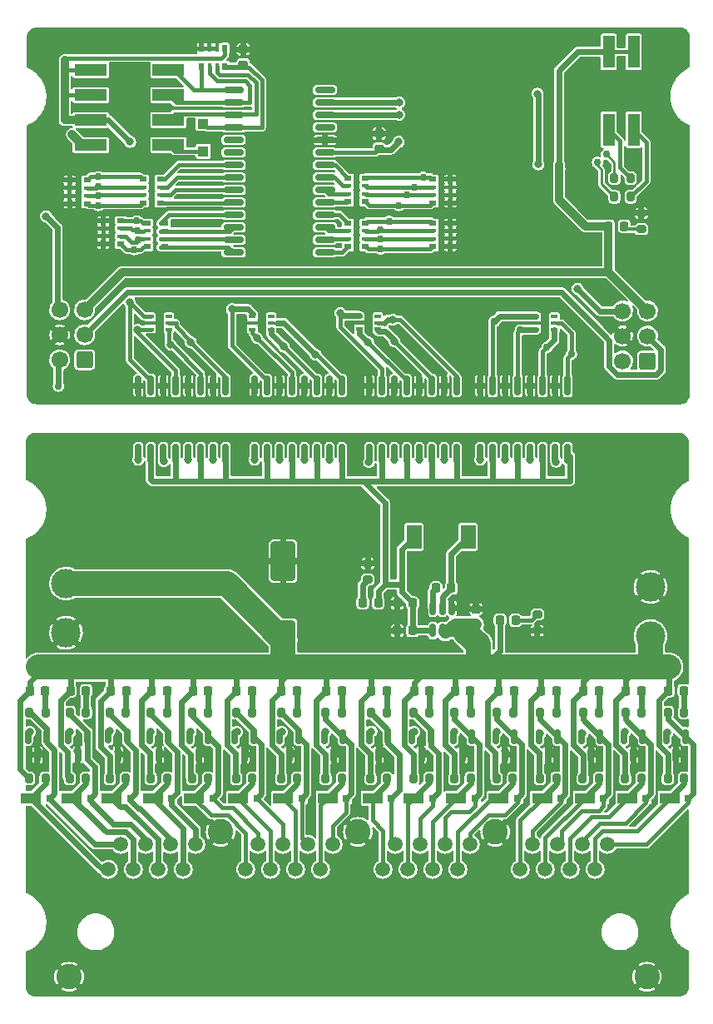
<source format=gbr>
%TF.GenerationSoftware,KiCad,Pcbnew,(6.0.9)*%
%TF.CreationDate,2023-11-05T17:37:45+05:30*%
%TF.ProjectId,Modular-I2C-4PxRJ45-Relay-Driver,4d6f6475-6c61-4722-9d49-32432d345078,2*%
%TF.SameCoordinates,Original*%
%TF.FileFunction,Copper,L1,Top*%
%TF.FilePolarity,Positive*%
%FSLAX46Y46*%
G04 Gerber Fmt 4.6, Leading zero omitted, Abs format (unit mm)*
G04 Created by KiCad (PCBNEW (6.0.9)) date 2023-11-05 17:37:45*
%MOMM*%
%LPD*%
G01*
G04 APERTURE LIST*
G04 Aperture macros list*
%AMRoundRect*
0 Rectangle with rounded corners*
0 $1 Rounding radius*
0 $2 $3 $4 $5 $6 $7 $8 $9 X,Y pos of 4 corners*
0 Add a 4 corners polygon primitive as box body*
4,1,4,$2,$3,$4,$5,$6,$7,$8,$9,$2,$3,0*
0 Add four circle primitives for the rounded corners*
1,1,$1+$1,$2,$3*
1,1,$1+$1,$4,$5*
1,1,$1+$1,$6,$7*
1,1,$1+$1,$8,$9*
0 Add four rect primitives between the rounded corners*
20,1,$1+$1,$2,$3,$4,$5,0*
20,1,$1+$1,$4,$5,$6,$7,0*
20,1,$1+$1,$6,$7,$8,$9,0*
20,1,$1+$1,$8,$9,$2,$3,0*%
G04 Aperture macros list end*
%TA.AperFunction,ComponentPad*%
%ADD10RoundRect,0.250000X0.600000X0.600000X-0.600000X0.600000X-0.600000X-0.600000X0.600000X-0.600000X0*%
%TD*%
%TA.AperFunction,ComponentPad*%
%ADD11C,1.700000*%
%TD*%
%TA.AperFunction,SMDPad,CuDef*%
%ADD12RoundRect,0.218750X0.218750X0.256250X-0.218750X0.256250X-0.218750X-0.256250X0.218750X-0.256250X0*%
%TD*%
%TA.AperFunction,SMDPad,CuDef*%
%ADD13RoundRect,0.200000X-0.200000X-0.275000X0.200000X-0.275000X0.200000X0.275000X-0.200000X0.275000X0*%
%TD*%
%TA.AperFunction,SMDPad,CuDef*%
%ADD14R,2.000000X1.100000*%
%TD*%
%TA.AperFunction,SMDPad,CuDef*%
%ADD15R,0.800000X0.800000*%
%TD*%
%TA.AperFunction,SMDPad,CuDef*%
%ADD16RoundRect,0.150000X-0.150000X0.837500X-0.150000X-0.837500X0.150000X-0.837500X0.150000X0.837500X0*%
%TD*%
%TA.AperFunction,SMDPad,CuDef*%
%ADD17R,0.650000X0.400000*%
%TD*%
%TA.AperFunction,SMDPad,CuDef*%
%ADD18RoundRect,0.150000X-0.150000X0.587500X-0.150000X-0.587500X0.150000X-0.587500X0.150000X0.587500X0*%
%TD*%
%TA.AperFunction,ComponentPad*%
%ADD19C,3.000000*%
%TD*%
%TA.AperFunction,SMDPad,CuDef*%
%ADD20R,0.800000X0.500000*%
%TD*%
%TA.AperFunction,SMDPad,CuDef*%
%ADD21R,0.800000X0.400000*%
%TD*%
%TA.AperFunction,SMDPad,CuDef*%
%ADD22RoundRect,0.200000X-0.275000X0.200000X-0.275000X-0.200000X0.275000X-0.200000X0.275000X0.200000X0*%
%TD*%
%TA.AperFunction,SMDPad,CuDef*%
%ADD23RoundRect,0.218750X-0.218750X-0.256250X0.218750X-0.256250X0.218750X0.256250X-0.218750X0.256250X0*%
%TD*%
%TA.AperFunction,SMDPad,CuDef*%
%ADD24RoundRect,0.225000X0.250000X-0.225000X0.250000X0.225000X-0.250000X0.225000X-0.250000X-0.225000X0*%
%TD*%
%TA.AperFunction,SMDPad,CuDef*%
%ADD25R,0.500000X0.800000*%
%TD*%
%TA.AperFunction,SMDPad,CuDef*%
%ADD26R,0.400000X0.800000*%
%TD*%
%TA.AperFunction,SMDPad,CuDef*%
%ADD27RoundRect,0.225000X-0.250000X0.225000X-0.250000X-0.225000X0.250000X-0.225000X0.250000X0.225000X0*%
%TD*%
%TA.AperFunction,SMDPad,CuDef*%
%ADD28RoundRect,0.200000X0.200000X0.275000X-0.200000X0.275000X-0.200000X-0.275000X0.200000X-0.275000X0*%
%TD*%
%TA.AperFunction,SMDPad,CuDef*%
%ADD29RoundRect,0.150000X0.150000X-0.512500X0.150000X0.512500X-0.150000X0.512500X-0.150000X-0.512500X0*%
%TD*%
%TA.AperFunction,SMDPad,CuDef*%
%ADD30RoundRect,0.225000X-0.225000X-0.250000X0.225000X-0.250000X0.225000X0.250000X-0.225000X0.250000X0*%
%TD*%
%TA.AperFunction,SMDPad,CuDef*%
%ADD31R,1.500000X2.400000*%
%TD*%
%TA.AperFunction,SMDPad,CuDef*%
%ADD32RoundRect,0.250000X1.000000X-1.750000X1.000000X1.750000X-1.000000X1.750000X-1.000000X-1.750000X0*%
%TD*%
%TA.AperFunction,SMDPad,CuDef*%
%ADD33RoundRect,0.150000X0.875000X0.150000X-0.875000X0.150000X-0.875000X-0.150000X0.875000X-0.150000X0*%
%TD*%
%TA.AperFunction,SMDPad,CuDef*%
%ADD34R,1.200000X3.300000*%
%TD*%
%TA.AperFunction,SMDPad,CuDef*%
%ADD35R,3.300000X1.200000*%
%TD*%
%TA.AperFunction,SMDPad,CuDef*%
%ADD36RoundRect,0.225000X0.225000X0.250000X-0.225000X0.250000X-0.225000X-0.250000X0.225000X-0.250000X0*%
%TD*%
%TA.AperFunction,SMDPad,CuDef*%
%ADD37RoundRect,0.200000X0.275000X-0.200000X0.275000X0.200000X-0.275000X0.200000X-0.275000X-0.200000X0*%
%TD*%
%TA.AperFunction,SMDPad,CuDef*%
%ADD38R,1.100000X1.100000*%
%TD*%
%TA.AperFunction,ComponentPad*%
%ADD39C,1.500000*%
%TD*%
%TA.AperFunction,ComponentPad*%
%ADD40C,2.600000*%
%TD*%
%TA.AperFunction,ViaPad*%
%ADD41C,0.800000*%
%TD*%
%TA.AperFunction,ViaPad*%
%ADD42C,0.756400*%
%TD*%
%TA.AperFunction,Conductor*%
%ADD43C,0.406400*%
%TD*%
%TA.AperFunction,Conductor*%
%ADD44C,0.250000*%
%TD*%
%TA.AperFunction,Conductor*%
%ADD45C,0.609600*%
%TD*%
%TA.AperFunction,Conductor*%
%ADD46C,0.812800*%
%TD*%
%TA.AperFunction,Conductor*%
%ADD47C,0.304800*%
%TD*%
%TA.AperFunction,Conductor*%
%ADD48C,1.219200*%
%TD*%
%TA.AperFunction,Conductor*%
%ADD49C,2.540000*%
%TD*%
G04 APERTURE END LIST*
D10*
%TO.P,J1,1,Pin_1*%
%TO.N,SCL*%
X159070000Y-34991000D03*
D11*
%TO.P,J1,2,Pin_2*%
%TO.N,SDA*%
X156530000Y-34991000D03*
%TO.P,J1,3,Pin_3*%
%TO.N,Net-(J1-Pad3)*%
X159070000Y-32451000D03*
%TO.P,J1,4,Pin_4*%
%TO.N,GNDREF*%
X156530000Y-32451000D03*
%TO.P,J1,5,Pin_5*%
%TO.N,VCC*%
X159070000Y-29911000D03*
%TO.P,J1,6,Pin_6*%
%TO.N,RST*%
X156530000Y-29911000D03*
%TD*%
D12*
%TO.P,LED56,1,K*%
%TO.N,Net-(LED56-Pad1)*%
X118836500Y-68519000D03*
%TO.P,LED56,2,A*%
%TO.N,VDD*%
X117261500Y-68519000D03*
%TD*%
D13*
%TO.P,TH59,1*%
%TO.N,VDD*%
X130893000Y-77468400D03*
%TO.P,TH59,2*%
%TO.N,RC9+*%
X132543000Y-77468400D03*
%TD*%
D14*
%TO.P,D57,1,K*%
%TO.N,RC7+*%
X121982150Y-79441000D03*
D15*
%TO.P,D57,2,A*%
%TO.N,RC7-*%
X123882150Y-79441000D03*
%TD*%
D14*
%TO.P,D61,1,K*%
%TO.N,RC11+*%
X139607000Y-79441000D03*
D15*
%TO.P,D61,2,A*%
%TO.N,RC11-*%
X141507000Y-79441000D03*
%TD*%
D16*
%TO.P,U5,1,Pin_1*%
%TO.N,p3-d*%
X139639000Y-37497500D03*
%TO.P,U5,2,Pin_2*%
%TO.N,GNDREF*%
X138369000Y-37497500D03*
%TO.P,U5,3,Pin_3*%
%TO.N,p3-c*%
X137099000Y-37497500D03*
%TO.P,U5,4,Pin_4*%
%TO.N,GNDREF*%
X135829000Y-37497500D03*
%TO.P,U5,5,Pin_5*%
%TO.N,p3-b*%
X134559000Y-37497500D03*
%TO.P,U5,6,Pin_6*%
%TO.N,GNDREF*%
X133289000Y-37497500D03*
%TO.P,U5,7,Pin_7*%
%TO.N,p3-a*%
X132019000Y-37497500D03*
%TO.P,U5,8,Pin_8*%
%TO.N,GNDREF*%
X130749000Y-37497500D03*
%TO.P,U5,9,Pin_9*%
%TO.N,p3-a5*%
X130749000Y-44422500D03*
%TO.P,U5,10,Pin_10*%
%TO.N,+5V*%
X132019000Y-44422500D03*
%TO.P,U5,11,Pin_11*%
%TO.N,p3-b5*%
X133289000Y-44422500D03*
%TO.P,U5,12,Pin_12*%
%TO.N,+5V*%
X134559000Y-44422500D03*
%TO.P,U5,13,Pin_13*%
%TO.N,p3-c5*%
X135829000Y-44422500D03*
%TO.P,U5,14,Pin_14*%
%TO.N,+5V*%
X137099000Y-44422500D03*
%TO.P,U5,15,Pin_15*%
%TO.N,p3-d5*%
X138369000Y-44422500D03*
%TO.P,U5,16,Pin_16*%
%TO.N,+5V*%
X139639000Y-44422500D03*
%TD*%
D12*
%TO.P,LED66,1,K*%
%TO.N,Net-(LED66-Pad1)*%
X162767300Y-68519000D03*
%TO.P,LED66,2,A*%
%TO.N,VDD*%
X161192300Y-68519000D03*
%TD*%
D17*
%TO.P,D8,1,K*%
%TO.N,p1-a*%
X108463000Y-30473800D03*
%TO.P,D8,2,A*%
%TO.N,GNDREF*%
X108463000Y-31123800D03*
%TO.P,D8,3,K*%
%TO.N,p1-b*%
X108463000Y-31773800D03*
%TO.P,D8,4,K*%
%TO.N,p1-c*%
X110363000Y-31773800D03*
%TO.P,D8,5,K*%
%TO.N,p1-d*%
X110363000Y-31123800D03*
%TO.P,D8,6,K*%
%TO.N,unconnected-(D8-Pad6)*%
X110363000Y-30473800D03*
%TD*%
D16*
%TO.P,U4,1,Pin_1*%
%TO.N,p2-d*%
X127955000Y-37497500D03*
%TO.P,U4,2,Pin_2*%
%TO.N,GNDREF*%
X126685000Y-37497500D03*
%TO.P,U4,3,Pin_3*%
%TO.N,p2-c*%
X125415000Y-37497500D03*
%TO.P,U4,4,Pin_4*%
%TO.N,GNDREF*%
X124145000Y-37497500D03*
%TO.P,U4,5,Pin_5*%
%TO.N,p2-b*%
X122875000Y-37497500D03*
%TO.P,U4,6,Pin_6*%
%TO.N,GNDREF*%
X121605000Y-37497500D03*
%TO.P,U4,7,Pin_7*%
%TO.N,p2-a*%
X120335000Y-37497500D03*
%TO.P,U4,8,Pin_8*%
%TO.N,GNDREF*%
X119065000Y-37497500D03*
%TO.P,U4,9,Pin_9*%
%TO.N,p2-a5*%
X119065000Y-44422500D03*
%TO.P,U4,10,Pin_10*%
%TO.N,+5V*%
X120335000Y-44422500D03*
%TO.P,U4,11,Pin_11*%
%TO.N,p2-b5*%
X121605000Y-44422500D03*
%TO.P,U4,12,Pin_12*%
%TO.N,+5V*%
X122875000Y-44422500D03*
%TO.P,U4,13,Pin_13*%
%TO.N,p2-c5*%
X124145000Y-44422500D03*
%TO.P,U4,14,Pin_14*%
%TO.N,+5V*%
X125415000Y-44422500D03*
%TO.P,U4,15,Pin_15*%
%TO.N,p2-d5*%
X126685000Y-44422500D03*
%TO.P,U4,16,Pin_16*%
%TO.N,+5V*%
X127955000Y-44422500D03*
%TD*%
D14*
%TO.P,D63,1,K*%
%TO.N,RC13+*%
X148339300Y-79441000D03*
D15*
%TO.P,D63,2,A*%
%TO.N,RC13-*%
X150239300Y-79441000D03*
%TD*%
D12*
%TO.P,LED60,1,K*%
%TO.N,Net-(LED60-Pad1)*%
X136881800Y-68519000D03*
%TO.P,LED60,2,A*%
%TO.N,VDD*%
X135306800Y-68519000D03*
%TD*%
%TO.P,D3,1,K*%
%TO.N,Net-(D3-Pad1)*%
X145633500Y-61330800D03*
%TO.P,D3,2,A*%
%TO.N,VDD*%
X144058500Y-61330800D03*
%TD*%
D13*
%TO.P,R58,1*%
%TO.N,RC8-*%
X126313500Y-70721700D03*
%TO.P,R58,2*%
%TO.N,Net-(LED58-Pad1)*%
X127963500Y-70721700D03*
%TD*%
D18*
%TO.P,Q54,1,D*%
%TO.N,RC4-*%
X110308500Y-73169500D03*
%TO.P,Q54,2,G*%
%TO.N,p1-d5*%
X108408500Y-73169500D03*
%TO.P,Q54,3,S*%
%TO.N,GNDPWR*%
X109358500Y-75044500D03*
%TD*%
D17*
%TO.P,D7,1,K*%
%TO.N,p4-a*%
X147699350Y-30473800D03*
%TO.P,D7,2,A*%
%TO.N,GNDREF*%
X147699350Y-31123800D03*
%TO.P,D7,3,K*%
%TO.N,p4-b*%
X147699350Y-31773800D03*
%TO.P,D7,4,K*%
%TO.N,p4-c*%
X149599350Y-31773800D03*
%TO.P,D7,5,K*%
%TO.N,p4-d*%
X149599350Y-31123800D03*
%TO.P,D7,6,K*%
%TO.N,unconnected-(D7-Pad6)*%
X149599350Y-30473800D03*
%TD*%
D13*
%TO.P,TH54,1*%
%TO.N,VDD*%
X108533500Y-77468400D03*
%TO.P,TH54,2*%
%TO.N,RC4+*%
X110183500Y-77468400D03*
%TD*%
D12*
%TO.P,LED55,1,K*%
%TO.N,Net-(LED55-Pad1)*%
X114357000Y-68519000D03*
%TO.P,LED55,2,A*%
%TO.N,VDD*%
X112782000Y-68519000D03*
%TD*%
D13*
%TO.P,TH61,1*%
%TO.N,VDD*%
X139409500Y-77468400D03*
%TO.P,TH61,2*%
%TO.N,RC11+*%
X141059500Y-77468400D03*
%TD*%
D12*
%TO.P,LED58,1,K*%
%TO.N,Net-(LED58-Pad1)*%
X127946000Y-68519000D03*
%TO.P,LED58,2,A*%
%TO.N,VDD*%
X126371000Y-68519000D03*
%TD*%
D13*
%TO.P,R61,1*%
%TO.N,RC11-*%
X139417000Y-70721700D03*
%TO.P,R61,2*%
%TO.N,Net-(LED61-Pad1)*%
X141067000Y-70721700D03*
%TD*%
D18*
%TO.P,Q53,1,D*%
%TO.N,RC3-*%
X106117500Y-73155262D03*
%TO.P,Q53,2,G*%
%TO.N,p1-c5*%
X104217500Y-73155262D03*
%TO.P,Q53,3,S*%
%TO.N,GNDPWR*%
X105167500Y-75030262D03*
%TD*%
%TO.P,Q63,1,D*%
%TO.N,RC13-*%
X149916800Y-73169500D03*
%TO.P,Q63,2,G*%
%TO.N,p4-a5*%
X148016800Y-73169500D03*
%TO.P,Q63,3,S*%
%TO.N,GNDPWR*%
X148966800Y-75044500D03*
%TD*%
D12*
%TO.P,LED63,1,K*%
%TO.N,Net-(LED63-Pad1)*%
X149781800Y-68519000D03*
%TO.P,LED63,2,A*%
%TO.N,VDD*%
X148206800Y-68519000D03*
%TD*%
%TO.P,LED65,1,K*%
%TO.N,Net-(LED65-Pad1)*%
X158441000Y-68519000D03*
%TO.P,LED65,2,A*%
%TO.N,VDD*%
X156866000Y-68519000D03*
%TD*%
D19*
%TO.P,J4,1,1*%
%TO.N,VDD*%
X159367900Y-62966200D03*
%TO.P,J4,2,2*%
%TO.N,GNDPWR*%
X159367900Y-57968200D03*
%TD*%
D10*
%TO.P,J2,1,Pin_1*%
%TO.N,SCL*%
X101793000Y-34864000D03*
D11*
%TO.P,J2,2,Pin_2*%
%TO.N,SDA*%
X99253000Y-34864000D03*
%TO.P,J2,3,Pin_3*%
%TO.N,Net-(J1-Pad3)*%
X101793000Y-32324000D03*
%TO.P,J2,4,Pin_4*%
%TO.N,GNDREF*%
X99253000Y-32324000D03*
%TO.P,J2,5,Pin_5*%
%TO.N,VCC*%
X101793000Y-29784000D03*
%TO.P,J2,6,Pin_6*%
%TO.N,RST*%
X99253000Y-29784000D03*
%TD*%
D20*
%TO.P,RN9,1,R1.1*%
%TO.N,GNDREF*%
X103687000Y-20710000D03*
D21*
%TO.P,RN9,2,R2.1*%
X103687000Y-21510000D03*
%TO.P,RN9,3,R3.1*%
X103687000Y-22310000D03*
D20*
%TO.P,RN9,4,R4.1*%
X103687000Y-23110000D03*
%TO.P,RN9,5,R4.2*%
%TO.N,p2-d*%
X105487000Y-23110000D03*
D21*
%TO.P,RN9,6,R3.2*%
%TO.N,p2-c*%
X105487000Y-22310000D03*
%TO.P,RN9,7,R2.2*%
%TO.N,p2-b*%
X105487000Y-21510000D03*
D20*
%TO.P,RN9,8,R1.2*%
%TO.N,p2-a*%
X105487000Y-20710000D03*
%TD*%
D22*
%TO.P,R5,1*%
%TO.N,Net-(D3-Pad1)*%
X147843200Y-60759800D03*
%TO.P,R5,2*%
%TO.N,GNDPWR*%
X147843200Y-62409800D03*
%TD*%
D23*
%TO.P,D2,1,K*%
%TO.N,Net-(D2-Pad1)*%
X130088500Y-59552800D03*
%TO.P,D2,2,A*%
%TO.N,+5V*%
X131663500Y-59552800D03*
%TD*%
D24*
%TO.P,C1,1*%
%TO.N,Net-(C1-Pad1)*%
X117922000Y-4847800D03*
%TO.P,C1,2*%
%TO.N,GNDREF*%
X117922000Y-3297800D03*
%TD*%
D25*
%TO.P,RN1,1,R1.1*%
%TO.N,VCC*%
X116074000Y-3230000D03*
D26*
%TO.P,RN1,2,R2.1*%
%TO.N,GNDREF*%
X115274000Y-3230000D03*
%TO.P,RN1,3,R3.1*%
X114474000Y-3230000D03*
D25*
%TO.P,RN1,4,R4.1*%
X113674000Y-3230000D03*
%TO.P,RN1,5,R4.2*%
%TO.N,Net-(RN1-Pad5)*%
X113674000Y-5030000D03*
D26*
%TO.P,RN1,6,R3.2*%
%TO.N,Net-(RN1-Pad6)*%
X114474000Y-5030000D03*
%TO.P,RN1,7,R2.2*%
%TO.N,Net-(RN1-Pad7)*%
X115274000Y-5030000D03*
D25*
%TO.P,RN1,8,R1.2*%
%TO.N,Net-(C1-Pad1)*%
X116074000Y-5030000D03*
%TD*%
D14*
%TO.P,D64,1,K*%
%TO.N,RC14+*%
X152680500Y-79441000D03*
D15*
%TO.P,D64,2,A*%
%TO.N,RC14-*%
X154580500Y-79441000D03*
%TD*%
D27*
%TO.P,C9,1*%
%TO.N,GNDPWR*%
X141607200Y-60225000D03*
%TO.P,C9,2*%
%TO.N,VDD*%
X141607200Y-61775000D03*
%TD*%
D28*
%TO.P,R4,1*%
%TO.N,Net-(R4-Pad1)*%
X157348350Y-16396300D03*
%TO.P,R4,2*%
%TO.N,SDA*%
X155698350Y-16396300D03*
%TD*%
D13*
%TO.P,R60,1*%
%TO.N,RC10-*%
X135249300Y-70721700D03*
%TO.P,R60,2*%
%TO.N,Net-(LED60-Pad1)*%
X136899300Y-70721700D03*
%TD*%
D12*
%TO.P,LED57,1,K*%
%TO.N,Net-(LED57-Pad1)*%
X123408500Y-68519000D03*
%TO.P,LED57,2,A*%
%TO.N,VDD*%
X121833500Y-68519000D03*
%TD*%
D20*
%TO.P,RN7,1,R1.1*%
%TO.N,GNDREF*%
X100251350Y-16588800D03*
D21*
%TO.P,RN7,2,R2.1*%
X100251350Y-17388800D03*
%TO.P,RN7,3,R3.1*%
X100251350Y-18188800D03*
D20*
%TO.P,RN7,4,R4.1*%
X100251350Y-18988800D03*
%TO.P,RN7,5,R4.2*%
%TO.N,p1-d*%
X102051350Y-18988800D03*
D21*
%TO.P,RN7,6,R3.2*%
%TO.N,p1-c*%
X102051350Y-18188800D03*
%TO.P,RN7,7,R2.2*%
%TO.N,p1-b*%
X102051350Y-17388800D03*
D20*
%TO.P,RN7,8,R1.2*%
%TO.N,p1-a*%
X102051350Y-16588800D03*
%TD*%
D29*
%TO.P,U2,1,FB*%
%TO.N,+5V*%
X137241200Y-62404500D03*
%TO.P,U2,2,EN*%
%TO.N,VDD*%
X138191200Y-62404500D03*
%TO.P,U2,3,IN*%
X139141200Y-62404500D03*
%TO.P,U2,4,GND*%
%TO.N,GNDPWR*%
X139141200Y-60129500D03*
%TO.P,U2,5,SW*%
%TO.N,Net-(C6-Pad1)*%
X138191200Y-60129500D03*
%TO.P,U2,6,BST*%
%TO.N,Net-(C6-Pad2)*%
X137241200Y-60129500D03*
%TD*%
D14*
%TO.P,D53,1,K*%
%TO.N,RC3+*%
X104540000Y-79441000D03*
D15*
%TO.P,D53,2,A*%
%TO.N,RC3-*%
X106440000Y-79441000D03*
%TD*%
D13*
%TO.P,TH60,1*%
%TO.N,VDD*%
X135241800Y-77468400D03*
%TO.P,TH60,2*%
%TO.N,RC10+*%
X136891800Y-77468400D03*
%TD*%
D30*
%TO.P,C7,1*%
%TO.N,GNDPWR*%
X133606200Y-59616000D03*
%TO.P,C7,2*%
%TO.N,+5V*%
X135156200Y-59616000D03*
%TD*%
%TO.P,C8,1*%
%TO.N,GNDPWR*%
X133593200Y-62410000D03*
%TO.P,C8,2*%
%TO.N,+5V*%
X135143200Y-62410000D03*
%TD*%
D13*
%TO.P,R53,1*%
%TO.N,RC3-*%
X104342500Y-70721700D03*
%TO.P,R53,2*%
%TO.N,Net-(LED53-Pad1)*%
X105992500Y-70721700D03*
%TD*%
D17*
%TO.P,D6,1,K*%
%TO.N,p3-a*%
X129731350Y-30458800D03*
%TO.P,D6,2,A*%
%TO.N,GNDREF*%
X129731350Y-31108800D03*
%TO.P,D6,3,K*%
%TO.N,p3-b*%
X129731350Y-31758800D03*
%TO.P,D6,4,K*%
%TO.N,p3-c*%
X131631350Y-31758800D03*
%TO.P,D6,5,K*%
%TO.N,p3-d*%
X131631350Y-31108800D03*
%TO.P,D6,6,K*%
%TO.N,unconnected-(D6-Pad6)*%
X131631350Y-30458800D03*
%TD*%
D13*
%TO.P,TH56,1*%
%TO.N,VDD*%
X117210500Y-77468400D03*
%TO.P,TH56,2*%
%TO.N,RC6+*%
X118860500Y-77468400D03*
%TD*%
D12*
%TO.P,LED53,1,K*%
%TO.N,Net-(LED53-Pad1)*%
X106009500Y-68519000D03*
%TO.P,LED53,2,A*%
%TO.N,VDD*%
X104434500Y-68519000D03*
%TD*%
D20*
%TO.P,RN16,1,R1.1*%
%TO.N,p1-a*%
X107708350Y-16502800D03*
D21*
%TO.P,RN16,2,R2.1*%
%TO.N,p1-b*%
X107708350Y-17302800D03*
%TO.P,RN16,3,R3.1*%
%TO.N,p1-c*%
X107708350Y-18102800D03*
D20*
%TO.P,RN16,4,R4.1*%
%TO.N,p1-d*%
X107708350Y-18902800D03*
%TO.P,RN16,5,R4.2*%
%TO.N,Net-(RN16-Pad5)*%
X109508350Y-18902800D03*
D21*
%TO.P,RN16,6,R3.2*%
%TO.N,Net-(RN16-Pad6)*%
X109508350Y-18102800D03*
%TO.P,RN16,7,R2.2*%
%TO.N,Net-(RN16-Pad7)*%
X109508350Y-17302800D03*
D20*
%TO.P,RN16,8,R1.2*%
%TO.N,Net-(RN16-Pad8)*%
X109508350Y-16502800D03*
%TD*%
D16*
%TO.P,U3,1,Pin_1*%
%TO.N,p1-d*%
X116144000Y-37497500D03*
%TO.P,U3,2,Pin_2*%
%TO.N,GNDREF*%
X114874000Y-37497500D03*
%TO.P,U3,3,Pin_3*%
%TO.N,p1-c*%
X113604000Y-37497500D03*
%TO.P,U3,4,Pin_4*%
%TO.N,GNDREF*%
X112334000Y-37497500D03*
%TO.P,U3,5,Pin_5*%
%TO.N,p1-b*%
X111064000Y-37497500D03*
%TO.P,U3,6,Pin_6*%
%TO.N,GNDREF*%
X109794000Y-37497500D03*
%TO.P,U3,7,Pin_7*%
%TO.N,p1-a*%
X108524000Y-37497500D03*
%TO.P,U3,8,Pin_8*%
%TO.N,GNDREF*%
X107254000Y-37497500D03*
%TO.P,U3,9,Pin_9*%
%TO.N,p1-a5*%
X107254000Y-44422500D03*
%TO.P,U3,10,Pin_10*%
%TO.N,+5V*%
X108524000Y-44422500D03*
%TO.P,U3,11,Pin_11*%
%TO.N,p1-b5*%
X109794000Y-44422500D03*
%TO.P,U3,12,Pin_12*%
%TO.N,+5V*%
X111064000Y-44422500D03*
%TO.P,U3,13,Pin_13*%
%TO.N,p1-c5*%
X112334000Y-44422500D03*
%TO.P,U3,14,Pin_14*%
%TO.N,+5V*%
X113604000Y-44422500D03*
%TO.P,U3,15,Pin_15*%
%TO.N,p1-d5*%
X114874000Y-44422500D03*
%TO.P,U3,16,Pin_16*%
%TO.N,+5V*%
X116144000Y-44422500D03*
%TD*%
D18*
%TO.P,Q58,1,D*%
%TO.N,RC8-*%
X128088500Y-73169500D03*
%TO.P,Q58,2,G*%
%TO.N,p2-d5*%
X126188500Y-73169500D03*
%TO.P,Q58,3,S*%
%TO.N,GNDPWR*%
X127138500Y-75044500D03*
%TD*%
D13*
%TO.P,R51,1*%
%TO.N,RC1-*%
X96142000Y-70721700D03*
%TO.P,R51,2*%
%TO.N,Net-(LED51-Pad1)*%
X97792000Y-70721700D03*
%TD*%
%TO.P,TH53,1*%
%TO.N,VDD*%
X104342500Y-77468400D03*
%TO.P,TH53,2*%
%TO.N,RC3+*%
X105992500Y-77468400D03*
%TD*%
D12*
%TO.P,LED61,1,K*%
%TO.N,Net-(LED61-Pad1)*%
X141049500Y-68519000D03*
%TO.P,LED61,2,A*%
%TO.N,VDD*%
X139474500Y-68519000D03*
%TD*%
%TO.P,LED64,1,K*%
%TO.N,Net-(LED64-Pad1)*%
X154123000Y-68519000D03*
%TO.P,LED64,2,A*%
%TO.N,VDD*%
X152548000Y-68519000D03*
%TD*%
D31*
%TO.P,L1,1,1*%
%TO.N,Net-(C6-Pad1)*%
X140801200Y-52885000D03*
%TO.P,L1,2,2*%
%TO.N,+5V*%
X135301200Y-52885000D03*
%TD*%
D13*
%TO.P,R54,1*%
%TO.N,RC4-*%
X108533500Y-70721700D03*
%TO.P,R54,2*%
%TO.N,Net-(LED54-Pad1)*%
X110183500Y-70721700D03*
%TD*%
%TO.P,TH57,1*%
%TO.N,VDD*%
X121784650Y-77468400D03*
%TO.P,TH57,2*%
%TO.N,RC7+*%
X123434650Y-77468400D03*
%TD*%
D14*
%TO.P,D55,1,K*%
%TO.N,RC5+*%
X112922000Y-79441000D03*
D15*
%TO.P,D55,2,A*%
%TO.N,RC5-*%
X114822000Y-79441000D03*
%TD*%
D12*
%TO.P,LED52,1,K*%
%TO.N,Net-(LED52-Pad1)*%
X101911000Y-68519000D03*
%TO.P,LED52,2,A*%
%TO.N,VDD*%
X100336000Y-68519000D03*
%TD*%
D13*
%TO.P,R65,1*%
%TO.N,RC15-*%
X156808500Y-70721700D03*
%TO.P,R65,2*%
%TO.N,Net-(LED65-Pad1)*%
X158458500Y-70721700D03*
%TD*%
%TO.P,TH66,1*%
%TO.N,VDD*%
X161127300Y-77468400D03*
%TO.P,TH66,2*%
%TO.N,RC16+*%
X162777300Y-77468400D03*
%TD*%
D32*
%TO.P,C5,1*%
%TO.N,VDD*%
X121986000Y-63349600D03*
%TO.P,C5,2*%
%TO.N,GNDPWR*%
X121986000Y-55349600D03*
%TD*%
D20*
%TO.P,RN15,1,R1.1*%
%TO.N,p4-a*%
X130379000Y-18792000D03*
D21*
%TO.P,RN15,2,R2.1*%
%TO.N,p4-b*%
X130379000Y-17992000D03*
%TO.P,RN15,3,R3.1*%
%TO.N,p4-c*%
X130379000Y-17192000D03*
D20*
%TO.P,RN15,4,R4.1*%
%TO.N,p4-d*%
X130379000Y-16392000D03*
%TO.P,RN15,5,R4.2*%
%TO.N,Net-(RN15-Pad5)*%
X128579000Y-16392000D03*
D21*
%TO.P,RN15,6,R3.2*%
%TO.N,Net-(RN15-Pad6)*%
X128579000Y-17192000D03*
%TO.P,RN15,7,R2.2*%
%TO.N,Net-(RN15-Pad7)*%
X128579000Y-17992000D03*
D20*
%TO.P,RN15,8,R1.2*%
%TO.N,Net-(RN15-Pad8)*%
X128579000Y-18792000D03*
%TD*%
D13*
%TO.P,TH55,1*%
%TO.N,VDD*%
X112724500Y-77468400D03*
%TO.P,TH55,2*%
%TO.N,RC5+*%
X114374500Y-77468400D03*
%TD*%
%TO.P,TH58,1*%
%TO.N,VDD*%
X126313500Y-77468400D03*
%TO.P,TH58,2*%
%TO.N,RC8+*%
X127963500Y-77468400D03*
%TD*%
%TO.P,R56,1*%
%TO.N,RC6-*%
X117210500Y-70721700D03*
%TO.P,R56,2*%
%TO.N,Net-(LED56-Pad1)*%
X118860500Y-70721700D03*
%TD*%
D28*
%TO.P,R3,1*%
%TO.N,Net-(R3-Pad1)*%
X157348350Y-18301300D03*
%TO.P,R3,2*%
%TO.N,SCL*%
X155698350Y-18301300D03*
%TD*%
D12*
%TO.P,LED59,1,K*%
%TO.N,Net-(LED59-Pad1)*%
X132552500Y-68519000D03*
%TO.P,LED59,2,A*%
%TO.N,VDD*%
X130977500Y-68519000D03*
%TD*%
D18*
%TO.P,Q65,1,D*%
%TO.N,RC15-*%
X158576000Y-73169500D03*
%TO.P,Q65,2,G*%
%TO.N,p4-c5*%
X156676000Y-73169500D03*
%TO.P,Q65,3,S*%
%TO.N,GNDPWR*%
X157626000Y-75044500D03*
%TD*%
D12*
%TO.P,LED51,1,K*%
%TO.N,Net-(LED51-Pad1)*%
X97774500Y-68519000D03*
%TO.P,LED51,2,A*%
%TO.N,VDD*%
X96199500Y-68519000D03*
%TD*%
%TO.P,D4,1,K*%
%TO.N,Net-(D4-Pad1)*%
X156682500Y-21275000D03*
%TO.P,D4,2,A*%
%TO.N,VCC*%
X155107500Y-21275000D03*
%TD*%
D13*
%TO.P,TH62,1*%
%TO.N,VDD*%
X143720000Y-77468400D03*
%TO.P,TH62,2*%
%TO.N,RC12+*%
X145370000Y-77468400D03*
%TD*%
%TO.P,TH63,1*%
%TO.N,VDD*%
X148141800Y-77468400D03*
%TO.P,TH63,2*%
%TO.N,RC13+*%
X149791800Y-77468400D03*
%TD*%
%TO.P,R64,1*%
%TO.N,RC14-*%
X152490500Y-70721700D03*
%TO.P,R64,2*%
%TO.N,Net-(LED64-Pad1)*%
X154140500Y-70721700D03*
%TD*%
D14*
%TO.P,D58,1,K*%
%TO.N,RC8+*%
X126511000Y-79441000D03*
D15*
%TO.P,D58,2,A*%
%TO.N,RC8-*%
X128411000Y-79441000D03*
%TD*%
D13*
%TO.P,R62,1*%
%TO.N,RC12-*%
X143727500Y-70721700D03*
%TO.P,R62,2*%
%TO.N,Net-(LED62-Pad1)*%
X145377500Y-70721700D03*
%TD*%
D20*
%TO.P,RN5,1,R1.1*%
%TO.N,GNDREF*%
X139015000Y-18919000D03*
D21*
%TO.P,RN5,2,R2.1*%
X139015000Y-18119000D03*
%TO.P,RN5,3,R3.1*%
X139015000Y-17319000D03*
D20*
%TO.P,RN5,4,R4.1*%
X139015000Y-16519000D03*
%TO.P,RN5,5,R4.2*%
%TO.N,p4-d*%
X137215000Y-16519000D03*
D21*
%TO.P,RN5,6,R3.2*%
%TO.N,p4-c*%
X137215000Y-17319000D03*
%TO.P,RN5,7,R2.2*%
%TO.N,p4-b*%
X137215000Y-18119000D03*
D20*
%TO.P,RN5,8,R1.2*%
%TO.N,p4-a*%
X137215000Y-18919000D03*
%TD*%
D14*
%TO.P,D65,1,K*%
%TO.N,RC15+*%
X156998500Y-79441000D03*
D15*
%TO.P,D65,2,A*%
%TO.N,RC15-*%
X158898500Y-79441000D03*
%TD*%
D14*
%TO.P,D60,1,K*%
%TO.N,RC10+*%
X135290500Y-79441000D03*
D15*
%TO.P,D60,2,A*%
%TO.N,RC10-*%
X137190500Y-79441000D03*
%TD*%
D18*
%TO.P,Q57,1,D*%
%TO.N,RC7-*%
X123559650Y-73169500D03*
%TO.P,Q57,2,G*%
%TO.N,p2-c5*%
X121659650Y-73169500D03*
%TO.P,Q57,3,S*%
%TO.N,GNDPWR*%
X122609650Y-75044500D03*
%TD*%
D14*
%TO.P,D52,1,K*%
%TO.N,RC2+*%
X100476000Y-79441000D03*
D15*
%TO.P,D52,2,A*%
%TO.N,RC2-*%
X102376000Y-79441000D03*
%TD*%
D13*
%TO.P,R66,1*%
%TO.N,RC16-*%
X161134800Y-70721700D03*
%TO.P,R66,2*%
%TO.N,Net-(LED66-Pad1)*%
X162784800Y-70721700D03*
%TD*%
D18*
%TO.P,Q61,1,D*%
%TO.N,RC11-*%
X141184500Y-73169500D03*
%TO.P,Q61,2,G*%
%TO.N,p3-c5*%
X139284500Y-73169500D03*
%TO.P,Q61,3,S*%
%TO.N,GNDPWR*%
X140234500Y-75044500D03*
%TD*%
D33*
%TO.P,U1,1,GPB0*%
%TO.N,Net-(RN11-Pad8)*%
X126255000Y-23942000D03*
%TO.P,U1,2,GPB1*%
%TO.N,Net-(RN11-Pad7)*%
X126255000Y-22672000D03*
%TO.P,U1,3,GPB2*%
%TO.N,Net-(RN11-Pad6)*%
X126255000Y-21402000D03*
%TO.P,U1,4,GPB3*%
%TO.N,Net-(RN11-Pad5)*%
X126255000Y-20132000D03*
%TO.P,U1,5,GPB4*%
%TO.N,Net-(RN15-Pad8)*%
X126255000Y-18862000D03*
%TO.P,U1,6,GPB5*%
%TO.N,Net-(RN15-Pad7)*%
X126255000Y-17592000D03*
%TO.P,U1,7,GPB6*%
%TO.N,Net-(RN15-Pad6)*%
X126255000Y-16322000D03*
%TO.P,U1,8,GPB7*%
%TO.N,Net-(RN15-Pad5)*%
X126255000Y-15052000D03*
%TO.P,U1,9,VDD*%
%TO.N,VCC*%
X126255000Y-13782000D03*
%TO.P,U1,10,VSS*%
%TO.N,GNDREF*%
X126255000Y-12512000D03*
%TO.P,U1,11,NC*%
%TO.N,unconnected-(U1-Pad11)*%
X126255000Y-11242000D03*
%TO.P,U1,12,SCK*%
%TO.N,SCL*%
X126255000Y-9972000D03*
%TO.P,U1,13,SDA*%
%TO.N,SDA*%
X126255000Y-8702000D03*
%TO.P,U1,14,NC*%
%TO.N,unconnected-(U1-Pad14)*%
X126255000Y-7432000D03*
%TO.P,U1,15,A0*%
%TO.N,Net-(RN1-Pad5)*%
X116955000Y-7432000D03*
%TO.P,U1,16,A1*%
%TO.N,Net-(RN1-Pad6)*%
X116955000Y-8702000D03*
%TO.P,U1,17,A2*%
%TO.N,Net-(RN1-Pad7)*%
X116955000Y-9972000D03*
%TO.P,U1,18,~{RESET}*%
%TO.N,Net-(C1-Pad1)*%
X116955000Y-11242000D03*
%TO.P,U1,19,INTB*%
%TO.N,unconnected-(U1-Pad19)*%
X116955000Y-12512000D03*
%TO.P,U1,20,INTA*%
%TO.N,unconnected-(U1-Pad20)*%
X116955000Y-13782000D03*
%TO.P,U1,21,GPA0*%
%TO.N,Net-(RN16-Pad8)*%
X116955000Y-15052000D03*
%TO.P,U1,22,GPA1*%
%TO.N,Net-(RN16-Pad7)*%
X116955000Y-16322000D03*
%TO.P,U1,23,GPA2*%
%TO.N,Net-(RN16-Pad6)*%
X116955000Y-17592000D03*
%TO.P,U1,24,GPA3*%
%TO.N,Net-(RN16-Pad5)*%
X116955000Y-18862000D03*
%TO.P,U1,25,GPA4*%
%TO.N,Net-(RN12-Pad8)*%
X116955000Y-20132000D03*
%TO.P,U1,26,GPA5*%
%TO.N,Net-(RN12-Pad7)*%
X116955000Y-21402000D03*
%TO.P,U1,27,GPA6*%
%TO.N,Net-(RN12-Pad6)*%
X116955000Y-22672000D03*
%TO.P,U1,28,GPA7*%
%TO.N,Net-(RN12-Pad5)*%
X116955000Y-23942000D03*
%TD*%
D14*
%TO.P,D54,1,K*%
%TO.N,RC4+*%
X108731000Y-79441000D03*
D15*
%TO.P,D54,2,A*%
%TO.N,RC4-*%
X110631000Y-79441000D03*
%TD*%
D13*
%TO.P,R57,1*%
%TO.N,RC7-*%
X121784650Y-70721700D03*
%TO.P,R57,2*%
%TO.N,Net-(LED57-Pad1)*%
X123434650Y-70721700D03*
%TD*%
%TO.P,R59,1*%
%TO.N,RC9-*%
X130900500Y-70721700D03*
%TO.P,R59,2*%
%TO.N,Net-(LED59-Pad1)*%
X132550500Y-70721700D03*
%TD*%
D18*
%TO.P,Q60,1,D*%
%TO.N,RC10-*%
X137016800Y-73169500D03*
%TO.P,Q60,2,G*%
%TO.N,p3-b5*%
X135116800Y-73169500D03*
%TO.P,Q60,3,S*%
%TO.N,GNDPWR*%
X136066800Y-75044500D03*
%TD*%
D20*
%TO.P,RN3,1,R1.1*%
%TO.N,GNDREF*%
X139015000Y-23364000D03*
D21*
%TO.P,RN3,2,R2.1*%
X139015000Y-22564000D03*
%TO.P,RN3,3,R3.1*%
X139015000Y-21764000D03*
D20*
%TO.P,RN3,4,R4.1*%
X139015000Y-20964000D03*
%TO.P,RN3,5,R4.2*%
%TO.N,p3-d*%
X137215000Y-20964000D03*
D21*
%TO.P,RN3,6,R3.2*%
%TO.N,p3-c*%
X137215000Y-21764000D03*
%TO.P,RN3,7,R2.2*%
%TO.N,p3-b*%
X137215000Y-22564000D03*
D20*
%TO.P,RN3,8,R1.2*%
%TO.N,p3-a*%
X137215000Y-23364000D03*
%TD*%
%TO.P,RN11,1,R1.1*%
%TO.N,p3-a*%
X130379000Y-23364000D03*
D21*
%TO.P,RN11,2,R2.1*%
%TO.N,p3-b*%
X130379000Y-22564000D03*
%TO.P,RN11,3,R3.1*%
%TO.N,p3-c*%
X130379000Y-21764000D03*
D20*
%TO.P,RN11,4,R4.1*%
%TO.N,p3-d*%
X130379000Y-20964000D03*
%TO.P,RN11,5,R4.2*%
%TO.N,Net-(RN11-Pad5)*%
X128579000Y-20964000D03*
D21*
%TO.P,RN11,6,R3.2*%
%TO.N,Net-(RN11-Pad6)*%
X128579000Y-21764000D03*
%TO.P,RN11,7,R2.2*%
%TO.N,Net-(RN11-Pad7)*%
X128579000Y-22564000D03*
D20*
%TO.P,RN11,8,R1.2*%
%TO.N,Net-(RN11-Pad8)*%
X128579000Y-23364000D03*
%TD*%
D18*
%TO.P,Q52,1,D*%
%TO.N,RC2-*%
X102053500Y-73169500D03*
%TO.P,Q52,2,G*%
%TO.N,p1-b5*%
X100153500Y-73169500D03*
%TO.P,Q52,3,S*%
%TO.N,GNDPWR*%
X101103500Y-75044500D03*
%TD*%
%TO.P,Q59,1,D*%
%TO.N,RC9-*%
X132668000Y-73169500D03*
%TO.P,Q59,2,G*%
%TO.N,p3-a5*%
X130768000Y-73169500D03*
%TO.P,Q59,3,S*%
%TO.N,GNDPWR*%
X131718000Y-75044500D03*
%TD*%
%TO.P,Q56,1,D*%
%TO.N,RC6-*%
X118985500Y-73169500D03*
%TO.P,Q56,2,G*%
%TO.N,p2-b5*%
X117085500Y-73169500D03*
%TO.P,Q56,3,S*%
%TO.N,GNDPWR*%
X118035500Y-75044500D03*
%TD*%
D13*
%TO.P,R55,1*%
%TO.N,RC5-*%
X112724500Y-70721700D03*
%TO.P,R55,2*%
%TO.N,Net-(LED55-Pad1)*%
X114374500Y-70721700D03*
%TD*%
%TO.P,TH51,1*%
%TO.N,VDD*%
X96142000Y-77468400D03*
%TO.P,TH51,2*%
%TO.N,RC1+*%
X97792000Y-77468400D03*
%TD*%
D19*
%TO.P,J3,1,1*%
%TO.N,VDD*%
X99894900Y-57630400D03*
%TO.P,J3,2,2*%
%TO.N,GNDPWR*%
X99894900Y-62628400D03*
%TD*%
D13*
%TO.P,R52,1*%
%TO.N,RC2-*%
X100278500Y-70721700D03*
%TO.P,R52,2*%
%TO.N,Net-(LED52-Pad1)*%
X101928500Y-70721700D03*
%TD*%
D34*
%TO.P,SW5,1*%
%TO.N,Net-(R4-Pad1)*%
X155133000Y-11456300D03*
%TO.P,SW5,2*%
%TO.N,Net-(R3-Pad1)*%
X157673000Y-11456300D03*
%TO.P,SW5,3*%
%TO.N,VCC*%
X157673000Y-3556300D03*
%TO.P,SW5,4*%
X155133000Y-3556300D03*
%TD*%
D16*
%TO.P,U6,1,Pin_1*%
%TO.N,p4-d*%
X150942000Y-37497500D03*
%TO.P,U6,2,Pin_2*%
%TO.N,GNDREF*%
X149672000Y-37497500D03*
%TO.P,U6,3,Pin_3*%
%TO.N,p4-c*%
X148402000Y-37497500D03*
%TO.P,U6,4,Pin_4*%
%TO.N,GNDREF*%
X147132000Y-37497500D03*
%TO.P,U6,5,Pin_5*%
%TO.N,p4-b*%
X145862000Y-37497500D03*
%TO.P,U6,6,Pin_6*%
%TO.N,GNDREF*%
X144592000Y-37497500D03*
%TO.P,U6,7,Pin_7*%
%TO.N,p4-a*%
X143322000Y-37497500D03*
%TO.P,U6,8,Pin_8*%
%TO.N,GNDREF*%
X142052000Y-37497500D03*
%TO.P,U6,9,Pin_9*%
%TO.N,p4-a5*%
X142052000Y-44422500D03*
%TO.P,U6,10,Pin_10*%
%TO.N,+5V*%
X143322000Y-44422500D03*
%TO.P,U6,11,Pin_11*%
%TO.N,p4-b5*%
X144592000Y-44422500D03*
%TO.P,U6,12,Pin_12*%
%TO.N,+5V*%
X145862000Y-44422500D03*
%TO.P,U6,13,Pin_13*%
%TO.N,p4-c5*%
X147132000Y-44422500D03*
%TO.P,U6,14,Pin_14*%
%TO.N,+5V*%
X148402000Y-44422500D03*
%TO.P,U6,15,Pin_15*%
%TO.N,p4-d5*%
X149672000Y-44422500D03*
%TO.P,U6,16,Pin_16*%
%TO.N,+5V*%
X150942000Y-44422500D03*
%TD*%
D20*
%TO.P,RN12,1,R1.1*%
%TO.N,p2-a*%
X108132000Y-20964000D03*
D21*
%TO.P,RN12,2,R2.1*%
%TO.N,p2-b*%
X108132000Y-21764000D03*
%TO.P,RN12,3,R3.1*%
%TO.N,p2-c*%
X108132000Y-22564000D03*
D20*
%TO.P,RN12,4,R4.1*%
%TO.N,p2-d*%
X108132000Y-23364000D03*
%TO.P,RN12,5,R4.2*%
%TO.N,Net-(RN12-Pad5)*%
X109932000Y-23364000D03*
D21*
%TO.P,RN12,6,R3.2*%
%TO.N,Net-(RN12-Pad6)*%
X109932000Y-22564000D03*
%TO.P,RN12,7,R2.2*%
%TO.N,Net-(RN12-Pad7)*%
X109932000Y-21764000D03*
D20*
%TO.P,RN12,8,R1.2*%
%TO.N,Net-(RN12-Pad8)*%
X109932000Y-20964000D03*
%TD*%
D18*
%TO.P,Q62,1,D*%
%TO.N,RC12-*%
X145495000Y-73169500D03*
%TO.P,Q62,2,G*%
%TO.N,p3-d5*%
X143595000Y-73169500D03*
%TO.P,Q62,3,S*%
%TO.N,GNDPWR*%
X144545000Y-75044500D03*
%TD*%
D35*
%TO.P,SW1,1*%
%TO.N,VCC*%
X102415000Y-5400000D03*
%TO.P,SW1,2*%
X102415000Y-7940000D03*
%TO.P,SW1,3*%
X102415000Y-10480000D03*
%TO.P,SW1,4*%
%TO.N,RST*%
X102415000Y-13020000D03*
%TO.P,SW1,5*%
%TO.N,Net-(D1-Pad1)*%
X110315000Y-13020000D03*
%TO.P,SW1,6*%
%TO.N,Net-(RN1-Pad7)*%
X110315000Y-10480000D03*
%TO.P,SW1,7*%
%TO.N,Net-(RN1-Pad6)*%
X110315000Y-7940000D03*
%TO.P,SW1,8*%
%TO.N,Net-(RN1-Pad5)*%
X110315000Y-5400000D03*
%TD*%
D14*
%TO.P,D59,1,K*%
%TO.N,RC9+*%
X131090500Y-79441000D03*
D15*
%TO.P,D59,2,A*%
%TO.N,RC9-*%
X132990500Y-79441000D03*
%TD*%
D14*
%TO.P,D56,1,K*%
%TO.N,RC6+*%
X117408000Y-79441000D03*
D15*
%TO.P,D56,2,A*%
%TO.N,RC6-*%
X119308000Y-79441000D03*
%TD*%
D36*
%TO.P,C6,1*%
%TO.N,Net-(C6-Pad1)*%
X139093200Y-58092000D03*
%TO.P,C6,2*%
%TO.N,Net-(C6-Pad2)*%
X137543200Y-58092000D03*
%TD*%
D18*
%TO.P,Q55,1,D*%
%TO.N,RC5-*%
X114372500Y-73169500D03*
%TO.P,Q55,2,G*%
%TO.N,p2-a5*%
X112472500Y-73169500D03*
%TO.P,Q55,3,S*%
%TO.N,GNDPWR*%
X113422500Y-75044500D03*
%TD*%
D37*
%TO.P,R6,1*%
%TO.N,Net-(D4-Pad1)*%
X158435000Y-21592000D03*
%TO.P,R6,2*%
%TO.N,GNDREF*%
X158435000Y-19942000D03*
%TD*%
D13*
%TO.P,R63,1*%
%TO.N,RC13-*%
X148149300Y-70721700D03*
%TO.P,R63,2*%
%TO.N,Net-(LED63-Pad1)*%
X149799300Y-70721700D03*
%TD*%
D12*
%TO.P,LED62,1,K*%
%TO.N,Net-(LED62-Pad1)*%
X145506500Y-68519000D03*
%TO.P,LED62,2,A*%
%TO.N,VDD*%
X143931500Y-68519000D03*
%TD*%
D18*
%TO.P,Q51,1,D*%
%TO.N,RC1-*%
X97917000Y-73169500D03*
%TO.P,Q51,2,G*%
%TO.N,p1-a5*%
X96017000Y-73169500D03*
%TO.P,Q51,3,S*%
%TO.N,GNDPWR*%
X96967000Y-75044500D03*
%TD*%
D38*
%TO.P,D1,1,K*%
%TO.N,Net-(D1-Pad1)*%
X113858000Y-13658000D03*
%TO.P,D1,2,A*%
%TO.N,Net-(C1-Pad1)*%
X113858000Y-10858000D03*
%TD*%
D39*
%TO.P,RJ45-1,A1,A1*%
%TO.N,RC1+*%
X104206000Y-86692500D03*
%TO.P,RJ45-1,A2,A2*%
%TO.N,RC1-*%
X105476000Y-84152500D03*
%TO.P,RJ45-1,A3,A3*%
%TO.N,RC2+*%
X106746000Y-86692500D03*
%TO.P,RJ45-1,A4,A4*%
%TO.N,RC2-*%
X108016000Y-84152500D03*
%TO.P,RJ45-1,A5,A5*%
%TO.N,RC3+*%
X109286000Y-86692500D03*
%TO.P,RJ45-1,A6,A6*%
%TO.N,RC3-*%
X110556000Y-84152500D03*
%TO.P,RJ45-1,A7,A7*%
%TO.N,RC4+*%
X111826000Y-86692500D03*
%TO.P,RJ45-1,A8,A8*%
%TO.N,RC4-*%
X113096000Y-84152500D03*
%TO.P,RJ45-1,B1,B1*%
%TO.N,RC5+*%
X118176000Y-86692500D03*
%TO.P,RJ45-1,B2,B2*%
%TO.N,RC5-*%
X119446000Y-84152500D03*
%TO.P,RJ45-1,B3,B3*%
%TO.N,RC6+*%
X120716000Y-86692500D03*
%TO.P,RJ45-1,B4,B4*%
%TO.N,RC6-*%
X121986000Y-84152500D03*
%TO.P,RJ45-1,B5,B5*%
%TO.N,RC7+*%
X123256000Y-86692500D03*
%TO.P,RJ45-1,B6,B6*%
%TO.N,RC7-*%
X124526000Y-84152500D03*
%TO.P,RJ45-1,B7,B7*%
%TO.N,RC8+*%
X125796000Y-86692500D03*
%TO.P,RJ45-1,B8,B8*%
%TO.N,RC8-*%
X127066000Y-84152500D03*
%TO.P,RJ45-1,C1,C1*%
%TO.N,RC9+*%
X132146000Y-86692500D03*
%TO.P,RJ45-1,C2,C2*%
%TO.N,RC9-*%
X133416000Y-84152500D03*
%TO.P,RJ45-1,C3,C3*%
%TO.N,RC10+*%
X134686000Y-86692500D03*
%TO.P,RJ45-1,C4,C4*%
%TO.N,RC10-*%
X135956000Y-84152500D03*
%TO.P,RJ45-1,C5,C5*%
%TO.N,RC11+*%
X137226000Y-86692500D03*
%TO.P,RJ45-1,C6,C6*%
%TO.N,RC11-*%
X138496000Y-84152500D03*
%TO.P,RJ45-1,C7,C7*%
%TO.N,RC12+*%
X139766000Y-86692500D03*
%TO.P,RJ45-1,C8,C8*%
%TO.N,RC12-*%
X141036000Y-84152500D03*
%TO.P,RJ45-1,D1,D1*%
%TO.N,RC13+*%
X146116000Y-86692500D03*
%TO.P,RJ45-1,D2,D2*%
%TO.N,RC13-*%
X147386000Y-84152500D03*
%TO.P,RJ45-1,D3,D3*%
%TO.N,RC14+*%
X148656000Y-86692500D03*
%TO.P,RJ45-1,D4,D4*%
%TO.N,RC14-*%
X149926000Y-84152500D03*
%TO.P,RJ45-1,D5,D5*%
%TO.N,RC15+*%
X151196000Y-86692500D03*
%TO.P,RJ45-1,D6,D6*%
%TO.N,RC15-*%
X152466000Y-84152500D03*
%TO.P,RJ45-1,D7,D7*%
%TO.N,RC16+*%
X153736000Y-86692500D03*
%TO.P,RJ45-1,D8,D8*%
%TO.N,RC16-*%
X155006000Y-84152500D03*
D40*
%TO.P,RJ45-1,EH,EH*%
%TO.N,GNDPWR*%
X143576000Y-82882500D03*
X159006000Y-97612500D03*
X100206000Y-97612500D03*
X129606000Y-82882500D03*
X115636000Y-82882500D03*
%TD*%
D27*
%TO.P,C3,1*%
%TO.N,GNDREF*%
X131765000Y-11864000D03*
%TO.P,C3,2*%
%TO.N,VCC*%
X131765000Y-13414000D03*
%TD*%
D12*
%TO.P,LED54,1,K*%
%TO.N,Net-(LED54-Pad1)*%
X110166000Y-68519000D03*
%TO.P,LED54,2,A*%
%TO.N,VDD*%
X108591000Y-68519000D03*
%TD*%
D22*
%TO.P,R1,1*%
%TO.N,GNDPWR*%
X130622000Y-55578200D03*
%TO.P,R1,2*%
%TO.N,Net-(D2-Pad1)*%
X130622000Y-57228200D03*
%TD*%
D13*
%TO.P,TH65,1*%
%TO.N,VDD*%
X156801000Y-77468400D03*
%TO.P,TH65,2*%
%TO.N,RC15+*%
X158451000Y-77468400D03*
%TD*%
D18*
%TO.P,Q66,1,D*%
%TO.N,RC16-*%
X162902300Y-73169500D03*
%TO.P,Q66,2,G*%
%TO.N,p4-d5*%
X161002300Y-73169500D03*
%TO.P,Q66,3,S*%
%TO.N,GNDPWR*%
X161952300Y-75044500D03*
%TD*%
D14*
%TO.P,D51,1,K*%
%TO.N,RC1+*%
X96339500Y-79441000D03*
D15*
%TO.P,D51,2,A*%
%TO.N,RC1-*%
X98239500Y-79441000D03*
%TD*%
D13*
%TO.P,TH52,1*%
%TO.N,VDD*%
X100278500Y-77468400D03*
%TO.P,TH52,2*%
%TO.N,RC2+*%
X101928500Y-77468400D03*
%TD*%
%TO.P,TH64,1*%
%TO.N,VDD*%
X152483000Y-77468400D03*
%TO.P,TH64,2*%
%TO.N,RC14+*%
X154133000Y-77468400D03*
%TD*%
D14*
%TO.P,D66,1,K*%
%TO.N,RC16+*%
X161324800Y-79441000D03*
D15*
%TO.P,D66,2,A*%
%TO.N,RC16-*%
X163224800Y-79441000D03*
%TD*%
D14*
%TO.P,D62,1,K*%
%TO.N,RC12+*%
X143917500Y-79441000D03*
D15*
%TO.P,D62,2,A*%
%TO.N,RC12-*%
X145817500Y-79441000D03*
%TD*%
D17*
%TO.P,D5,1,K*%
%TO.N,p2-a*%
X118870350Y-30473800D03*
%TO.P,D5,2,A*%
%TO.N,GNDREF*%
X118870350Y-31123800D03*
%TO.P,D5,3,K*%
%TO.N,p2-b*%
X118870350Y-31773800D03*
%TO.P,D5,4,K*%
%TO.N,p2-c*%
X120770350Y-31773800D03*
%TO.P,D5,5,K*%
%TO.N,p2-d*%
X120770350Y-31123800D03*
%TO.P,D5,6,K*%
%TO.N,unconnected-(D5-Pad6)*%
X120770350Y-30473800D03*
%TD*%
D18*
%TO.P,Q64,1,D*%
%TO.N,RC14-*%
X154258000Y-73169500D03*
%TO.P,Q64,2,G*%
%TO.N,p4-b5*%
X152358000Y-73169500D03*
%TO.P,Q64,3,S*%
%TO.N,GNDPWR*%
X153308000Y-75044500D03*
%TD*%
D41*
%TO.N,GNDREF*%
X109413000Y-31181000D03*
X130622000Y-31181000D03*
X119827000Y-31054000D03*
%TO.N,SCL*%
X133797000Y-9952800D03*
D42*
X153990000Y-14798000D03*
D41*
%TO.N,SDA*%
X133807800Y-8712800D03*
D42*
X99126000Y-37531000D03*
X154879000Y-13983300D03*
D41*
%TO.N,RST*%
X151951350Y-27631650D03*
X97856000Y-20259000D03*
X147965071Y-14994800D03*
X147887350Y-7808500D03*
D42*
X100498350Y-11932800D03*
D41*
%TO.N,p2-a*%
X116772350Y-29726800D03*
D42*
X107083253Y-20746897D03*
%TO.N,p2-b*%
X107120350Y-21702800D03*
D41*
X119319000Y-32632500D03*
D42*
%TO.N,p2-c*%
X107208350Y-22702800D03*
D41*
X122062903Y-33536800D03*
%TO.N,p2-d*%
X125288000Y-34356000D03*
D42*
X106838447Y-23658703D03*
%TO.N,p4-a*%
X143482825Y-30960825D03*
X133739306Y-19158703D03*
%TO.N,p4-b*%
X134548906Y-18119000D03*
X146128600Y-31828600D03*
%TO.N,p4-c*%
X148842100Y-33602550D03*
X135358506Y-17319000D03*
%TO.N,p4-d*%
X151318600Y-34301050D03*
X136241006Y-16290994D03*
%TO.N,p1-a*%
X103201253Y-16246897D03*
D41*
X106373874Y-29022000D03*
D42*
%TO.N,p1-b*%
X103179322Y-17202548D03*
D41*
X107176574Y-31816000D03*
D42*
%TO.N,p1-c*%
X103173170Y-18188800D03*
D41*
X110556000Y-33340000D03*
D42*
%TO.N,p1-d*%
X103173170Y-19158703D03*
D41*
X112588000Y-33086000D03*
D42*
%TO.N,p3-a*%
X131892494Y-23628703D03*
D41*
X127821350Y-30107800D03*
%TO.N,p3-b*%
X130632043Y-33070700D03*
D42*
X131873000Y-22564000D03*
D41*
%TO.N,p3-c*%
X133289000Y-32959000D03*
D42*
X131839441Y-21608687D03*
D41*
%TO.N,p3-d*%
X133162000Y-30800000D03*
D42*
X132774994Y-20760994D03*
D41*
%TO.N,VCC*%
X106414498Y-12708711D03*
X150108350Y-15440800D03*
X133727289Y-12708711D03*
%TO.N,GNDPWR*%
X122748000Y-74615000D03*
X127968000Y-63251300D03*
X118176000Y-74488000D03*
X136210000Y-74615000D03*
X97094000Y-74615000D03*
X153355000Y-74615000D03*
X157673000Y-74615000D03*
X150078400Y-63820000D03*
X105222000Y-74742000D03*
X144592000Y-74615000D03*
X161991000Y-74615000D03*
X113604000Y-74488000D03*
X109413000Y-74742000D03*
X150636000Y-57564800D03*
X131892000Y-74488000D03*
X127320000Y-74488000D03*
X149164000Y-74615000D03*
X140401000Y-74488000D03*
X101031000Y-74615000D03*
%TO.N,p1-a5*%
X107254000Y-45024000D03*
X96205000Y-72710000D03*
%TO.N,p1-b5*%
X100294400Y-72710000D03*
X109844800Y-45176400D03*
%TO.N,p1-c5*%
X104333000Y-72583000D03*
X112334000Y-45024000D03*
%TO.N,p1-d5*%
X114874000Y-45024000D03*
X108524000Y-72710000D03*
%TO.N,p2-a5*%
X112588000Y-72710000D03*
X119065000Y-45024000D03*
%TO.N,p2-b5*%
X117287000Y-72710000D03*
X121605000Y-45024000D03*
%TO.N,p2-c5*%
X124145000Y-45024000D03*
X121859000Y-72710000D03*
%TO.N,p2-d5*%
X126304000Y-72710000D03*
X126685000Y-45024000D03*
%TO.N,p3-a5*%
X130723600Y-45278000D03*
X130977600Y-72659200D03*
%TO.N,p3-b5*%
X133289000Y-45024000D03*
X135321000Y-72710000D03*
%TO.N,p3-c5*%
X139385000Y-72710000D03*
X135829000Y-45024000D03*
%TO.N,p3-d5*%
X138369000Y-45024000D03*
X143703000Y-72710000D03*
%TO.N,p4-a5*%
X142052000Y-45024000D03*
X148148000Y-72837000D03*
%TO.N,p4-b5*%
X144592000Y-45024000D03*
X152466000Y-72837000D03*
%TO.N,p4-c5*%
X147132000Y-45024000D03*
X156784000Y-72710000D03*
%TO.N,p4-d5*%
X149773600Y-45227200D03*
X161102000Y-72760800D03*
%TD*%
D43*
%TO.N,Net-(C1-Pad1)*%
X116074000Y-5030000D02*
X116143800Y-5099800D01*
X119827000Y-6416000D02*
X119827000Y-11242000D01*
X117922000Y-4847800D02*
X117750800Y-5019000D01*
X114242000Y-11242000D02*
X113858000Y-10858000D01*
X116955000Y-11242000D02*
X114242000Y-11242000D01*
X116143800Y-5099800D02*
X118510800Y-5099800D01*
X117750800Y-5019000D02*
X116085000Y-5019000D01*
X119827000Y-11242000D02*
X116955000Y-11242000D01*
X118510800Y-5099800D02*
X119827000Y-6416000D01*
X116085000Y-5019000D02*
X116074000Y-5030000D01*
D44*
%TO.N,SCL*%
X153990000Y-15132950D02*
X154364350Y-15507300D01*
X154364350Y-16967300D02*
X155698350Y-18301300D01*
X154364350Y-15507300D02*
X154364350Y-16967300D01*
D45*
X126270800Y-9987800D02*
X126255000Y-9972000D01*
X133797000Y-9952800D02*
X133762000Y-9987800D01*
D44*
X153990000Y-14798000D02*
X153990000Y-15132950D01*
D45*
X133762000Y-9987800D02*
X126270800Y-9987800D01*
%TO.N,Net-(J1-Pad3)*%
X160424800Y-33805800D02*
X160424800Y-35903648D01*
X155968823Y-36345800D02*
X155175200Y-35552177D01*
X106111000Y-28006000D02*
X101793000Y-32324000D01*
X160424800Y-35903648D02*
X159982648Y-36345800D01*
X159070000Y-32451000D02*
X160424800Y-33805800D01*
X159982648Y-36345800D02*
X155968823Y-36345800D01*
X155175200Y-32874200D02*
X150307000Y-28006000D01*
X150307000Y-28006000D02*
X106111000Y-28006000D01*
X155175200Y-35552177D02*
X155175200Y-32874200D01*
%TO.N,SDA*%
X133807800Y-8712800D02*
X133802800Y-8717800D01*
D44*
X154879000Y-13983300D02*
X155698350Y-14802650D01*
D45*
X99126000Y-37531000D02*
X99126000Y-34991000D01*
X99126000Y-34991000D02*
X99253000Y-34864000D01*
X133802800Y-8717800D02*
X126270800Y-8717800D01*
D44*
X155698350Y-14802650D02*
X155698350Y-16396300D01*
D45*
X126270800Y-8717800D02*
X126255000Y-8702000D01*
%TO.N,RST*%
X151951350Y-27631650D02*
X154230700Y-29911000D01*
X99018360Y-21421360D02*
X99018360Y-29549360D01*
X99018360Y-29549360D02*
X99253000Y-29784000D01*
X154230700Y-29911000D02*
X156530000Y-29911000D01*
D46*
X100498350Y-11932800D02*
X101585550Y-13020000D01*
D45*
X147965071Y-14994800D02*
X147965071Y-7886221D01*
X97856000Y-20259000D02*
X99018360Y-21421360D01*
D46*
X101585550Y-13020000D02*
X102415000Y-13020000D01*
D45*
X147965071Y-7886221D02*
X147887350Y-7808500D01*
%TO.N,RC1-*%
X98239500Y-79441000D02*
X98239500Y-79570500D01*
X97917000Y-73741475D02*
X97917000Y-73169500D01*
X98696800Y-74521275D02*
X97917000Y-73741475D01*
X98239500Y-79570500D02*
X102821500Y-84152500D01*
X96142000Y-70721700D02*
X96248700Y-70721700D01*
X98696800Y-78983700D02*
X98696800Y-74521275D01*
X102821500Y-84152500D02*
X105476000Y-84152500D01*
X96248700Y-70721700D02*
X97917000Y-72390000D01*
X97917000Y-72390000D02*
X97917000Y-73169500D01*
X98239500Y-79441000D02*
X98696800Y-78983700D01*
%TO.N,RC2-*%
X102833300Y-76297062D02*
X102833300Y-78983700D01*
X102376000Y-79441000D02*
X102376000Y-79770000D01*
X104694100Y-82088100D02*
X106472100Y-82088100D01*
X100278500Y-70721700D02*
X100278500Y-70941500D01*
X108016000Y-83632000D02*
X108016000Y-84152500D01*
X102376000Y-79770000D02*
X104694100Y-82088100D01*
X100278500Y-70941500D02*
X102053500Y-72716500D01*
X102053500Y-73169500D02*
X102053500Y-75517262D01*
X106472100Y-82088100D02*
X108016000Y-83632000D01*
X102053500Y-75517262D02*
X102833300Y-76297062D01*
X102053500Y-72716500D02*
X102053500Y-73169500D01*
X102833300Y-78983700D02*
X102376000Y-79441000D01*
%TO.N,RC3-*%
X104342500Y-70721700D02*
X104342500Y-70941500D01*
X106117500Y-73686975D02*
X107000000Y-74569475D01*
X110556000Y-83632000D02*
X110556000Y-84152500D01*
X107419800Y-80495800D02*
X110556000Y-83632000D01*
X107000000Y-74569475D02*
X107000000Y-78881000D01*
X106117500Y-73155262D02*
X106117500Y-73686975D01*
X106440000Y-79441000D02*
X106440000Y-79709600D01*
X107000000Y-78881000D02*
X106440000Y-79441000D01*
X104342500Y-70941500D02*
X106117500Y-72716500D01*
X106117500Y-72716500D02*
X106117500Y-73155262D01*
X106440000Y-79709600D02*
X107226200Y-80495800D01*
X107226200Y-80495800D02*
X107419800Y-80495800D01*
%TO.N,RC4-*%
X110308500Y-73813975D02*
X111191000Y-74696475D01*
X111191000Y-74696475D02*
X111191000Y-78881000D01*
X110631000Y-79441000D02*
X110631000Y-80151000D01*
X110308500Y-73169500D02*
X110308500Y-73813975D01*
X108533500Y-70941500D02*
X110308500Y-72716500D01*
X110631000Y-80151000D02*
X113096000Y-82616000D01*
X110308500Y-72716500D02*
X110308500Y-73169500D01*
X113096000Y-82616000D02*
X113096000Y-84152500D01*
X108533500Y-70721700D02*
X108533500Y-70941500D01*
X111191000Y-78881000D02*
X110631000Y-79441000D01*
%TO.N,RC5-*%
X115382000Y-74179000D02*
X115382000Y-78881000D01*
D43*
X115775200Y-80394200D02*
X116843200Y-80394200D01*
D45*
X115382000Y-78881000D02*
X114822000Y-79441000D01*
X114372500Y-72716500D02*
X114372500Y-73169500D01*
X112724500Y-71068500D02*
X114372500Y-72716500D01*
X114372500Y-73169500D02*
X115382000Y-74179000D01*
X112724500Y-70721700D02*
X112724500Y-71068500D01*
D43*
X114822000Y-79441000D02*
X115775200Y-80394200D01*
X116843200Y-80394200D02*
X119446000Y-82997000D01*
X119446000Y-82997000D02*
X119446000Y-84152500D01*
D45*
%TO.N,RC6-*%
X117210500Y-70721700D02*
X117210500Y-70728500D01*
D43*
X121986000Y-82119000D02*
X121986000Y-84152500D01*
D45*
X119765300Y-78983700D02*
X119308000Y-79441000D01*
X118985500Y-72503500D02*
X118985500Y-73169500D01*
X117210500Y-70728500D02*
X118985500Y-72503500D01*
X119765300Y-73949300D02*
X119765300Y-78983700D01*
X118985500Y-73169500D02*
X119765300Y-73949300D01*
D43*
X119308000Y-79441000D02*
X121986000Y-82119000D01*
%TO.N,RC7-*%
X123882150Y-83508650D02*
X124526000Y-84152500D01*
D45*
X123559650Y-73169500D02*
X124339450Y-73949300D01*
D43*
X123882150Y-79441000D02*
X123882150Y-83508650D01*
D45*
X123559650Y-72496700D02*
X121784650Y-70721700D01*
X123559650Y-73169500D02*
X123559650Y-72496700D01*
X124339450Y-73949300D02*
X124339450Y-78983700D01*
X124339450Y-78983700D02*
X123882150Y-79441000D01*
%TO.N,RC8-*%
X128868300Y-73949300D02*
X128088500Y-73169500D01*
X126313500Y-70721700D02*
X126313500Y-71394500D01*
D43*
X127066000Y-82235000D02*
X127066000Y-84152500D01*
D45*
X126313500Y-71394500D02*
X128088500Y-73169500D01*
X128411000Y-79441000D02*
X128868300Y-78983700D01*
X128868300Y-78983700D02*
X128868300Y-73949300D01*
D43*
X128411000Y-80890000D02*
X127066000Y-82235000D01*
X128411000Y-79441000D02*
X128411000Y-80890000D01*
%TO.N,Net-(RN1-Pad7)*%
X115490600Y-5903000D02*
X118425000Y-5903000D01*
X115274000Y-5030000D02*
X115274000Y-5686400D01*
X119220600Y-6698600D02*
X119220600Y-9845000D01*
X115274000Y-5686400D02*
X115490600Y-5903000D01*
X110950000Y-9845000D02*
X110315000Y-10480000D01*
X119220600Y-9845000D02*
X110950000Y-9845000D01*
X118425000Y-5903000D02*
X119220600Y-6698600D01*
%TO.N,Net-(RN1-Pad5)*%
X110831400Y-5400000D02*
X110315000Y-5400000D01*
X112863400Y-7432000D02*
X110831400Y-5400000D01*
X116955000Y-7432000D02*
X113604000Y-7432000D01*
X113674000Y-5030000D02*
X113674000Y-7362000D01*
X113604000Y-7432000D02*
X112863400Y-7432000D01*
X113674000Y-7362000D02*
X113604000Y-7432000D01*
%TO.N,Net-(RN1-Pad6)*%
X118614200Y-8717800D02*
X111092800Y-8717800D01*
X111092800Y-8717800D02*
X110315000Y-7940000D01*
X114474000Y-5743979D02*
X115239421Y-6509400D01*
X118142400Y-6509400D02*
X118614200Y-6981200D01*
X118614200Y-6981200D02*
X118614200Y-8717800D01*
X114474000Y-5030000D02*
X114474000Y-5743979D01*
X115239421Y-6509400D02*
X118142400Y-6509400D01*
%TO.N,RC9-*%
X132990500Y-79441000D02*
X132990500Y-83727000D01*
D45*
X132668000Y-72489200D02*
X130900500Y-70721700D01*
X132668000Y-73169500D02*
X132668000Y-72489200D01*
X133797000Y-74996000D02*
X133797000Y-78634500D01*
X133797000Y-78634500D02*
X132990500Y-79441000D01*
X132668000Y-73169500D02*
X132668000Y-73867000D01*
X132668000Y-73867000D02*
X133797000Y-74996000D01*
D43*
X132990500Y-83727000D02*
X133416000Y-84152500D01*
D45*
%TO.N,RC10-*%
X137190500Y-79441000D02*
X137796600Y-78834900D01*
X137796600Y-74931600D02*
X137016800Y-74151800D01*
X137016800Y-74151800D02*
X137016800Y-73169500D01*
X135249300Y-70733300D02*
X137016800Y-72500800D01*
D43*
X135956000Y-81481900D02*
X135956000Y-84152500D01*
X137190500Y-80247400D02*
X135956000Y-81481900D01*
D45*
X135249300Y-70721700D02*
X135249300Y-70733300D01*
X137016800Y-72500800D02*
X137016800Y-73169500D01*
D43*
X137190500Y-79441000D02*
X137190500Y-80247400D01*
D45*
X137796600Y-78834900D02*
X137796600Y-74931600D01*
%TO.N,RC12-*%
X143727500Y-71402000D02*
X145495000Y-73169500D01*
D43*
X144535600Y-81179300D02*
X142870511Y-81179300D01*
D45*
X145817500Y-79441000D02*
X146274800Y-78983700D01*
X143727500Y-70721700D02*
X143727500Y-71402000D01*
D43*
X142870511Y-81179300D02*
X141036000Y-83013811D01*
D45*
X146274800Y-78983700D02*
X146274800Y-73949300D01*
D43*
X141036000Y-83013811D02*
X141036000Y-84152500D01*
X145817500Y-79897400D02*
X144535600Y-81179300D01*
D45*
X146274800Y-73949300D02*
X145495000Y-73169500D01*
D43*
X145817500Y-79441000D02*
X145817500Y-79897400D01*
D45*
%TO.N,RC13-*%
X150696600Y-73949300D02*
X149916800Y-73169500D01*
X150696600Y-78983700D02*
X150696600Y-73949300D01*
X148149300Y-71402000D02*
X149916800Y-73169500D01*
X148149300Y-70721700D02*
X148149300Y-71402000D01*
D43*
X150239300Y-79441000D02*
X150239300Y-79897400D01*
D45*
X150239300Y-79441000D02*
X150696600Y-78983700D01*
D43*
X147386000Y-82750700D02*
X147386000Y-84152500D01*
X150239300Y-79897400D02*
X147386000Y-82750700D01*
D45*
%TO.N,RC14-*%
X155037800Y-78983700D02*
X155037800Y-73949300D01*
D43*
X150307000Y-82743000D02*
X150307000Y-83771500D01*
X154580500Y-80247400D02*
X154116900Y-80711000D01*
D45*
X155037800Y-73949300D02*
X154258000Y-73169500D01*
X154580500Y-79441000D02*
X155037800Y-78983700D01*
D43*
X152339000Y-80711000D02*
X150307000Y-82743000D01*
X154580500Y-79441000D02*
X154580500Y-80247400D01*
D45*
X152490500Y-70721700D02*
X152490500Y-71402000D01*
D43*
X150307000Y-83771500D02*
X149926000Y-84152500D01*
D45*
X152490500Y-71402000D02*
X154258000Y-73169500D01*
D43*
X154116900Y-80711000D02*
X152339000Y-80711000D01*
%TO.N,RC15-*%
X156814900Y-81981000D02*
X154244000Y-81981000D01*
X158898500Y-79441000D02*
X158898500Y-79897400D01*
D45*
X159383100Y-78956400D02*
X159383100Y-73976600D01*
X156808500Y-71402000D02*
X158576000Y-73169500D01*
X158898500Y-79441000D02*
X159383100Y-78956400D01*
X156808500Y-70721700D02*
X156808500Y-71402000D01*
D43*
X158898500Y-79897400D02*
X156814900Y-81981000D01*
X152466000Y-83759000D02*
X152466000Y-84152500D01*
X154244000Y-81981000D02*
X152466000Y-83759000D01*
D45*
X159383100Y-73976600D02*
X158576000Y-73169500D01*
%TO.N,RC16-*%
X163224800Y-79441000D02*
X163682100Y-78983700D01*
X163682100Y-78983700D02*
X163682100Y-73949300D01*
X163682100Y-73949300D02*
X162902300Y-73169500D01*
D43*
X163224800Y-79441000D02*
X163224800Y-79897400D01*
X158969700Y-84152500D02*
X155006000Y-84152500D01*
X163224800Y-79897400D02*
X158969700Y-84152500D01*
D45*
X161134800Y-71402000D02*
X162902300Y-73169500D01*
X161134800Y-70721700D02*
X161134800Y-71402000D01*
%TO.N,Net-(LED51-Pad1)*%
X97774500Y-68519000D02*
X97774500Y-70528700D01*
X97774500Y-70528700D02*
X97792000Y-70546200D01*
%TO.N,Net-(LED52-Pad1)*%
X101911000Y-70577200D02*
X101928500Y-70594700D01*
X101911000Y-68519000D02*
X101911000Y-70577200D01*
%TO.N,Net-(LED53-Pad1)*%
X106009500Y-68519000D02*
X105992500Y-68536000D01*
X105992500Y-68536000D02*
X105992500Y-70594700D01*
%TO.N,Net-(LED54-Pad1)*%
X110166000Y-70577200D02*
X110183500Y-70594700D01*
X110166000Y-68519000D02*
X110166000Y-70577200D01*
%TO.N,Net-(LED55-Pad1)*%
X114357000Y-70704200D02*
X114374500Y-70721700D01*
X114357000Y-68519000D02*
X114357000Y-70704200D01*
%TO.N,Net-(LED56-Pad1)*%
X118836500Y-68519000D02*
X118836500Y-70697700D01*
X118836500Y-70697700D02*
X118860500Y-70721700D01*
%TO.N,Net-(LED57-Pad1)*%
X123408500Y-68519000D02*
X123408500Y-70738700D01*
%TO.N,Net-(LED58-Pad1)*%
X127946000Y-70704200D02*
X127963500Y-70721700D01*
X127946000Y-68519000D02*
X127946000Y-70704200D01*
D43*
%TO.N,Net-(D1-Pad1)*%
X113858000Y-13658000D02*
X110953000Y-13658000D01*
X110953000Y-13658000D02*
X110315000Y-13020000D01*
D45*
%TO.N,p2-a*%
X118423350Y-29726800D02*
X118931350Y-30234800D01*
D43*
X107083253Y-20746897D02*
X105523897Y-20746897D01*
X107083253Y-20746897D02*
X107452447Y-20746897D01*
X105523897Y-20746897D02*
X105487000Y-20710000D01*
X116772350Y-33435007D02*
X116772350Y-29726800D01*
X120335000Y-36997657D02*
X116772350Y-33435007D01*
X107452447Y-20746897D02*
X107708350Y-21002800D01*
X120335000Y-37497500D02*
X120335000Y-36997657D01*
D45*
X116772350Y-29726800D02*
X118423350Y-29726800D01*
D43*
%TO.N,p2-b*%
X106473000Y-21510000D02*
X105487000Y-21510000D01*
X106619000Y-21656000D02*
X106473000Y-21510000D01*
X118870350Y-31773800D02*
X118870350Y-32183850D01*
X107220350Y-21802800D02*
X107708350Y-21802800D01*
X119373500Y-32632500D02*
X119319000Y-32632500D01*
X107073550Y-21656000D02*
X106619000Y-21656000D01*
X122875000Y-36134000D02*
X119373500Y-32632500D01*
X107120350Y-21702800D02*
X107073550Y-21656000D01*
X118870350Y-32183850D02*
X119319000Y-32632500D01*
X107120350Y-21702800D02*
X107220350Y-21802800D01*
X122875000Y-37497500D02*
X122875000Y-36134000D01*
D45*
%TO.N,p2-c*%
X121097000Y-32578000D02*
X120770350Y-32251350D01*
X120770350Y-32251350D02*
X120770350Y-31828600D01*
D43*
X107208350Y-22702800D02*
X107033847Y-22877303D01*
X106514780Y-22877303D02*
X105947477Y-22310000D01*
X125415000Y-36888897D02*
X125415000Y-37497500D01*
D45*
X122062903Y-33536800D02*
X121104103Y-32578000D01*
D43*
X107208350Y-22702800D02*
X107308350Y-22602800D01*
X107033847Y-22877303D02*
X106514780Y-22877303D01*
X122062903Y-33536800D02*
X125415000Y-36888897D01*
X107308350Y-22602800D02*
X107708350Y-22602800D01*
D45*
X121104103Y-32578000D02*
X121097000Y-32578000D01*
D43*
X105947477Y-22310000D02*
X105487000Y-22310000D01*
%TO.N,p2-d*%
X125288000Y-34356000D02*
X125415000Y-34356000D01*
X106035703Y-23658703D02*
X105487000Y-23110000D01*
X106838447Y-23658703D02*
X106035703Y-23658703D01*
X107452447Y-23658703D02*
X107708350Y-23402800D01*
D45*
X122055800Y-31123800D02*
X121344350Y-31123800D01*
D43*
X106838447Y-23658703D02*
X107452447Y-23658703D01*
X127955000Y-36896000D02*
X127955000Y-37497500D01*
D45*
X125288000Y-34356000D02*
X122055800Y-31123800D01*
D43*
X125415000Y-34356000D02*
X127955000Y-36896000D01*
%TO.N,p4-a*%
X133739306Y-19158703D02*
X136975297Y-19158703D01*
X143322000Y-31121650D02*
X143322000Y-37497500D01*
X136975297Y-19158703D02*
X137215000Y-18919000D01*
X133739306Y-19158703D02*
X130745703Y-19158703D01*
D45*
X143482825Y-30960825D02*
X144024650Y-30419000D01*
D43*
X130745703Y-19158703D02*
X130379000Y-18792000D01*
X143482825Y-30960825D02*
X143322000Y-31121650D01*
D45*
X144024650Y-30419000D02*
X147699350Y-30419000D01*
D43*
%TO.N,p4-b*%
X134548906Y-18119000D02*
X137215000Y-18119000D01*
X134548906Y-18119000D02*
X134532706Y-18102800D01*
X146128600Y-31828600D02*
X145862000Y-32095200D01*
D45*
X146128600Y-31828600D02*
X147699350Y-31828600D01*
D43*
X145862000Y-32095200D02*
X145862000Y-37497500D01*
X130489800Y-18102800D02*
X130379000Y-17992000D01*
X134532706Y-18102800D02*
X130489800Y-18102800D01*
D45*
%TO.N,p4-c*%
X149599350Y-32845300D02*
X149599350Y-31828600D01*
D43*
X135358506Y-17319000D02*
X135342306Y-17302800D01*
X148402000Y-37497500D02*
X148402000Y-34042650D01*
X148402000Y-34042650D02*
X148842100Y-33602550D01*
X135358506Y-17319000D02*
X137215000Y-17319000D01*
X130489800Y-17302800D02*
X130379000Y-17192000D01*
D45*
X148842100Y-33602550D02*
X149599350Y-32845300D01*
D43*
X135342306Y-17302800D02*
X130489800Y-17302800D01*
%TO.N,p4-d*%
X136986994Y-16290994D02*
X137215000Y-16519000D01*
X136241006Y-16290994D02*
X130480006Y-16290994D01*
X151318600Y-32161650D02*
X150327550Y-31170600D01*
X150942000Y-37497500D02*
X150942000Y-34677650D01*
X151318600Y-34301050D02*
X151318600Y-32161650D01*
X150327550Y-31170600D02*
X149919350Y-31170600D01*
X130480006Y-16290994D02*
X130379000Y-16392000D01*
X136241006Y-16290994D02*
X136986994Y-16290994D01*
X150942000Y-34677650D02*
X151318600Y-34301050D01*
%TO.N,p1-a*%
X106373874Y-34847531D02*
X108524000Y-36997657D01*
X106373874Y-29022000D02*
X106373874Y-34847531D01*
X107452447Y-16246897D02*
X107708350Y-16502800D01*
X103201253Y-16246897D02*
X102393253Y-16246897D01*
X108463000Y-30473800D02*
X107825674Y-30473800D01*
X102393253Y-16246897D02*
X102051350Y-16588800D01*
X107825674Y-30473800D02*
X106373874Y-29022000D01*
X103201253Y-16246897D02*
X107452447Y-16246897D01*
X108524000Y-36997657D02*
X108524000Y-37497500D01*
%TO.N,p1-b*%
X103279574Y-17302800D02*
X107708350Y-17302800D01*
X111064000Y-35989345D02*
X111064000Y-37497500D01*
X107176574Y-31816000D02*
X107176574Y-32101919D01*
X107218774Y-31773800D02*
X108463000Y-31773800D01*
X103179322Y-17202548D02*
X103279574Y-17302800D01*
X107176574Y-32101919D02*
X111064000Y-35989345D01*
X107176574Y-31816000D02*
X107218774Y-31773800D01*
X103179322Y-17202548D02*
X102993070Y-17388800D01*
X102993070Y-17388800D02*
X102051350Y-17388800D01*
%TO.N,p1-c*%
X110363000Y-33147000D02*
X110363000Y-31773800D01*
X113604000Y-36261000D02*
X113604000Y-37497500D01*
X103173170Y-18188800D02*
X102051350Y-18188800D01*
X103173170Y-18188800D02*
X103259170Y-18102800D01*
X103259170Y-18102800D02*
X107708350Y-18102800D01*
X110556000Y-33340000D02*
X110683000Y-33340000D01*
X110683000Y-33340000D02*
X113604000Y-36261000D01*
X110556000Y-33340000D02*
X110363000Y-33147000D01*
%TO.N,p1-d*%
X107452447Y-19158703D02*
X107708350Y-18902800D01*
X103173170Y-19158703D02*
X102221253Y-19158703D01*
X103173170Y-19158703D02*
X107452447Y-19158703D01*
X112588000Y-32959000D02*
X111091200Y-31462200D01*
X111091200Y-31462200D02*
X111091200Y-31170600D01*
X112588000Y-33086000D02*
X116144000Y-36642000D01*
X111091200Y-31170600D02*
X111044400Y-31123800D01*
X111044400Y-31123800D02*
X110363000Y-31123800D01*
X112588000Y-33086000D02*
X112588000Y-32959000D01*
X116144000Y-36642000D02*
X116144000Y-37497500D01*
X102221253Y-19158703D02*
X102051350Y-18988800D01*
%TO.N,p3-a*%
X136950297Y-23628703D02*
X137215000Y-23364000D01*
X132019000Y-35753000D02*
X127821350Y-31555350D01*
X132019000Y-37497500D02*
X132019000Y-35753000D01*
D45*
X127821350Y-30107800D02*
X128117550Y-30404000D01*
D43*
X131892494Y-23628703D02*
X136950297Y-23628703D01*
D45*
X128117550Y-30404000D02*
X129731350Y-30404000D01*
D43*
X127821350Y-31555350D02*
X127821350Y-30107800D01*
X131892494Y-23628703D02*
X130643703Y-23628703D01*
X130643703Y-23628703D02*
X130379000Y-23364000D01*
%TO.N,p3-b*%
X131873000Y-22564000D02*
X130379000Y-22564000D01*
D45*
X130632043Y-33070700D02*
X130606700Y-33070700D01*
X130606700Y-33070700D02*
X129731350Y-32195350D01*
D43*
X131873000Y-22564000D02*
X137215000Y-22564000D01*
X134559000Y-36997657D02*
X134559000Y-37497500D01*
D45*
X129731350Y-32195350D02*
X129731350Y-31813600D01*
D43*
X130632043Y-33070700D02*
X134559000Y-36997657D01*
%TO.N,p3-c*%
X131645328Y-21802800D02*
X130417800Y-21802800D01*
X137099000Y-36769000D02*
X133289000Y-32959000D01*
X131839441Y-21608687D02*
X131994754Y-21764000D01*
X131994754Y-21764000D02*
X137215000Y-21764000D01*
X137099000Y-37497500D02*
X137099000Y-36769000D01*
D45*
X131688550Y-31943000D02*
X131631350Y-31885800D01*
D43*
X131839441Y-21608687D02*
X131645328Y-21802800D01*
D45*
X132400000Y-31943000D02*
X131688550Y-31943000D01*
X133289000Y-32959000D02*
X133289000Y-32832000D01*
D43*
X130417800Y-21802800D02*
X130379000Y-21764000D01*
D45*
X133289000Y-32832000D02*
X132400000Y-31943000D01*
D43*
%TO.N,p3-d*%
X139639000Y-37497500D02*
X139639000Y-36515000D01*
X137011994Y-20760994D02*
X137215000Y-20964000D01*
X132774994Y-20760994D02*
X137011994Y-20760994D01*
X139639000Y-36515000D02*
X133924000Y-30800000D01*
X131646350Y-31123800D02*
X131631350Y-31108800D01*
X133924000Y-30800000D02*
X133162000Y-30800000D01*
X132774994Y-20760994D02*
X130582006Y-20760994D01*
D45*
X132266350Y-31123800D02*
X132590150Y-30800000D01*
X132590150Y-30800000D02*
X133162000Y-30800000D01*
D43*
X132266350Y-31123800D02*
X131646350Y-31123800D01*
X130582006Y-20760994D02*
X130379000Y-20964000D01*
%TO.N,Net-(RN11-Pad5)*%
X126255000Y-20132000D02*
X127747000Y-20132000D01*
X127747000Y-20132000D02*
X128579000Y-20964000D01*
%TO.N,Net-(RN11-Pad6)*%
X128579000Y-21764000D02*
X126617000Y-21764000D01*
X126617000Y-21764000D02*
X126255000Y-21402000D01*
%TO.N,Net-(RN11-Pad7)*%
X126363000Y-22564000D02*
X126255000Y-22672000D01*
X128579000Y-22564000D02*
X126363000Y-22564000D01*
%TO.N,Net-(RN11-Pad8)*%
X126255000Y-23942000D02*
X128001000Y-23942000D01*
X128001000Y-23942000D02*
X128579000Y-23364000D01*
%TO.N,Net-(RN12-Pad5)*%
X116415800Y-23402800D02*
X116955000Y-23942000D01*
X109508350Y-23402800D02*
X116415800Y-23402800D01*
%TO.N,Net-(RN12-Pad6)*%
X109508350Y-22602800D02*
X116885800Y-22602800D01*
X116885800Y-22602800D02*
X116955000Y-22672000D01*
%TO.N,Net-(RN12-Pad7)*%
X116554200Y-21802800D02*
X116955000Y-21402000D01*
X109508350Y-21802800D02*
X116554200Y-21802800D01*
%TO.N,Net-(RN12-Pad8)*%
X110379150Y-20132000D02*
X116955000Y-20132000D01*
X109508350Y-21002800D02*
X110379150Y-20132000D01*
%TO.N,Net-(RN15-Pad5)*%
X127254800Y-15067800D02*
X128579000Y-16392000D01*
%TO.N,Net-(RN15-Pad6)*%
X128063000Y-17192000D02*
X128579000Y-17192000D01*
X127208800Y-16337800D02*
X128063000Y-17192000D01*
%TO.N,Net-(RN15-Pad7)*%
X128579000Y-17992000D02*
X126655000Y-17992000D01*
X126655000Y-17992000D02*
X126255000Y-17592000D01*
%TO.N,Net-(RN15-Pad8)*%
X128579000Y-18792000D02*
X128493200Y-18877800D01*
X126270800Y-18877800D02*
X126255000Y-18862000D01*
X128493200Y-18877800D02*
X126270800Y-18877800D01*
%TO.N,Net-(R3-Pad1)*%
X157673000Y-11456300D02*
X158943000Y-12726300D01*
X158943000Y-16706650D02*
X157348350Y-18301300D01*
X158943000Y-12726300D02*
X158943000Y-16706650D01*
%TO.N,Net-(R4-Pad1)*%
X156276000Y-15323950D02*
X156276000Y-12599300D01*
X156276000Y-12599300D02*
X155133000Y-11456300D01*
X157348350Y-16396300D02*
X156276000Y-15323950D01*
%TO.N,Net-(D3-Pad1)*%
X147272200Y-61330800D02*
X147843200Y-60759800D01*
X145633500Y-61330800D02*
X147272200Y-61330800D01*
D47*
%TO.N,Net-(D4-Pad1)*%
X156682500Y-21439950D02*
X156834550Y-21592000D01*
X156834550Y-21592000D02*
X158435000Y-21592000D01*
X156682500Y-21275000D02*
X156682500Y-21439950D01*
D45*
%TO.N,Net-(LED59-Pad1)*%
X132550500Y-68521000D02*
X132550500Y-70721700D01*
X132552500Y-68519000D02*
X132550500Y-68521000D01*
%TO.N,Net-(LED60-Pad1)*%
X136881800Y-68519000D02*
X136881800Y-70704200D01*
X136881800Y-70704200D02*
X136899300Y-70721700D01*
%TO.N,Net-(LED61-Pad1)*%
X141049500Y-68519000D02*
X141049500Y-70704200D01*
X141049500Y-70704200D02*
X141067000Y-70721700D01*
%TO.N,Net-(LED62-Pad1)*%
X145481000Y-68544500D02*
X145481000Y-70618200D01*
X145506500Y-68519000D02*
X145481000Y-68544500D01*
X145481000Y-70618200D02*
X145377500Y-70721700D01*
%TO.N,Net-(LED63-Pad1)*%
X149781800Y-70704200D02*
X149799300Y-70721700D01*
X149781800Y-68519000D02*
X149781800Y-70704200D01*
%TO.N,Net-(LED64-Pad1)*%
X154123000Y-68519000D02*
X154123000Y-70704200D01*
X154123000Y-70704200D02*
X154140500Y-70721700D01*
%TO.N,Net-(LED65-Pad1)*%
X158441000Y-70704200D02*
X158458500Y-70721700D01*
X158441000Y-68519000D02*
X158441000Y-70704200D01*
%TO.N,Net-(LED66-Pad1)*%
X162767300Y-68519000D02*
X162767300Y-70704200D01*
X162767300Y-70704200D02*
X162784800Y-70721700D01*
D43*
%TO.N,RC11-*%
X140884610Y-80869790D02*
X139035790Y-80869790D01*
D45*
X141975800Y-78972200D02*
X141975800Y-73960800D01*
D43*
X138496000Y-81409580D02*
X138496000Y-84152500D01*
X139035790Y-80869790D02*
X138496000Y-81409580D01*
D45*
X139417000Y-70721700D02*
X139417000Y-71402000D01*
D43*
X141507000Y-80247400D02*
X140884610Y-80869790D01*
D45*
X141975800Y-73960800D02*
X141184500Y-73169500D01*
X141507000Y-79441000D02*
X141975800Y-78972200D01*
X139417000Y-71402000D02*
X141184500Y-73169500D01*
D43*
X141507000Y-79441000D02*
X141507000Y-80247400D01*
D45*
%TO.N,VCC*%
X151959850Y-3556300D02*
X155133000Y-3556300D01*
X150108350Y-15440800D02*
X150046350Y-15378800D01*
D46*
X99761000Y-7940000D02*
X99761000Y-10480000D01*
X150068350Y-18598300D02*
X150068350Y-15042800D01*
X99761000Y-7940000D02*
X99761000Y-5400000D01*
D43*
X116074000Y-3836400D02*
X116074000Y-3230000D01*
D45*
X133727289Y-12708711D02*
X132958200Y-13477800D01*
X150046350Y-5469800D02*
X151959850Y-3556300D01*
D46*
X155107500Y-21275000D02*
X152745050Y-21275000D01*
X102415000Y-10480000D02*
X102407800Y-10472800D01*
D43*
X102415000Y-7940000D02*
X99761000Y-7940000D01*
D45*
X104185787Y-10480000D02*
X106414498Y-12708711D01*
X132958200Y-13477800D02*
X131828800Y-13477800D01*
D46*
X99761000Y-5400000D02*
X99761000Y-4384000D01*
X152745050Y-21275000D02*
X150068350Y-18598300D01*
X101793000Y-29784000D02*
X105628500Y-25948500D01*
D45*
X150046350Y-15378800D02*
X150046350Y-5469800D01*
D43*
X102415000Y-5400000D02*
X99761000Y-5400000D01*
D45*
X131828800Y-13477800D02*
X131765000Y-13414000D01*
D46*
X155107500Y-25948500D02*
X155107500Y-21275000D01*
D43*
X155133000Y-3556300D02*
X157673000Y-3556300D01*
X99761000Y-4172800D02*
X115737600Y-4172800D01*
D46*
X102407800Y-10472800D02*
X99895200Y-10472800D01*
X105628500Y-25948500D02*
X155107500Y-25948500D01*
X99895200Y-10472800D02*
X99888000Y-10480000D01*
D43*
X115737600Y-4172800D02*
X116074000Y-3836400D01*
X131397000Y-13782000D02*
X131765000Y-13414000D01*
D46*
X159070000Y-29911000D02*
X155107500Y-25948500D01*
D43*
X126255000Y-13782000D02*
X131397000Y-13782000D01*
D45*
X102415000Y-10480000D02*
X104185787Y-10480000D01*
D43*
%TO.N,RC10+*%
X134686000Y-80045500D02*
X134686000Y-86692500D01*
D45*
X136891800Y-77839700D02*
X135290500Y-79441000D01*
D43*
X135290500Y-79441000D02*
X134686000Y-80045500D01*
D45*
X136891800Y-77468400D02*
X136891800Y-77839700D01*
%TO.N,VDD*%
X99343900Y-69511100D02*
X100336000Y-68519000D01*
X160192700Y-69518600D02*
X160192700Y-74023427D01*
X143931500Y-68519000D02*
X142785400Y-69665100D01*
D48*
X139448200Y-61775000D02*
X138559200Y-62664000D01*
D45*
X116275900Y-74023427D02*
X117160000Y-74907527D01*
X148206800Y-67151400D02*
X148206800Y-68519000D01*
X152503200Y-74978227D02*
X152503200Y-77448200D01*
X143576000Y-74814027D02*
X143576000Y-77324400D01*
D49*
X123129000Y-66106000D02*
X135041600Y-66106000D01*
X111953000Y-66106000D02*
X97094000Y-66106000D01*
D45*
X161192300Y-68519000D02*
X160192700Y-69518600D01*
X144058500Y-64455100D02*
X144058500Y-61330800D01*
X126304000Y-77458900D02*
X126313500Y-77468400D01*
X139385000Y-77443900D02*
X139409500Y-77468400D01*
X135262000Y-74978227D02*
X135262000Y-77448200D01*
X126304000Y-74948527D02*
X126304000Y-77458900D01*
X95207400Y-69511100D02*
X95207400Y-76533800D01*
X139474500Y-67249000D02*
X139474500Y-68519000D01*
D49*
X116266800Y-57630400D02*
X121986000Y-63349600D01*
D45*
X99343900Y-74023427D02*
X99343900Y-69511100D01*
X157038000Y-67249000D02*
X156866000Y-67421000D01*
X107598900Y-69511100D02*
X107598900Y-74023427D01*
D49*
X116398000Y-66106000D02*
X111953000Y-66106000D01*
D45*
X141848800Y-66106000D02*
X142407600Y-66106000D01*
X104434500Y-68519000D02*
X103407900Y-69545600D01*
X148206800Y-68519000D02*
X147207200Y-69518600D01*
X156866000Y-67421000D02*
X156866000Y-68519000D01*
X120850050Y-69502450D02*
X120850050Y-74023427D01*
X138474900Y-69518600D02*
X138474900Y-74023427D01*
X96199500Y-68519000D02*
X96199500Y-67635500D01*
X155866400Y-69518600D02*
X155866400Y-74023427D01*
X96199500Y-68519000D02*
X95207400Y-69511100D01*
X147207200Y-69518600D02*
X147207200Y-74023427D01*
X147207200Y-74023427D02*
X148021000Y-74837227D01*
X134307200Y-69518600D02*
X134307200Y-74023427D01*
X95207400Y-76533800D02*
X96142000Y-77468400D01*
X161192300Y-68519000D02*
X161229000Y-68482300D01*
X117261500Y-68519000D02*
X116275900Y-69504600D01*
X112782000Y-68519000D02*
X111662900Y-69638100D01*
X121804850Y-77448200D02*
X121784650Y-77468400D01*
X100278500Y-77468400D02*
X100015000Y-77204900D01*
X112842000Y-67249000D02*
X112782000Y-67309000D01*
X129958400Y-74023427D02*
X130876000Y-74941027D01*
X100015000Y-74694527D02*
X99343900Y-74023427D01*
X135306800Y-67716200D02*
X135306800Y-68519000D01*
X135262000Y-77448200D02*
X135241800Y-77468400D01*
X135920400Y-67102600D02*
X135306800Y-67716200D01*
X121833500Y-68519000D02*
X120850050Y-69502450D01*
D48*
X138450700Y-62664000D02*
X138355600Y-62568900D01*
D45*
X156866000Y-68519000D02*
X155866400Y-69518600D01*
X130977500Y-68519000D02*
X129958400Y-69538100D01*
X138474900Y-74023427D02*
X139385000Y-74933527D01*
X161147500Y-77448200D02*
X161127300Y-77468400D01*
X130977500Y-67401500D02*
X130977500Y-68519000D01*
X139385000Y-74933527D02*
X139385000Y-77443900D01*
D48*
X138559200Y-62664000D02*
X138450700Y-62664000D01*
D45*
X142785400Y-74023427D02*
X143576000Y-74814027D01*
X143931500Y-67235700D02*
X143931500Y-68519000D01*
X100336000Y-67436000D02*
X100336000Y-68519000D01*
X96199500Y-67635500D02*
X96713000Y-67122000D01*
X135306800Y-68519000D02*
X134307200Y-69518600D01*
X152548000Y-68519000D02*
X151548400Y-69518600D01*
X156784000Y-77451400D02*
X156801000Y-77468400D01*
X117261500Y-67401500D02*
X117261500Y-68519000D01*
X104434500Y-67274500D02*
X104434500Y-68519000D01*
X126371000Y-68519000D02*
X126371000Y-67122000D01*
X108397000Y-77331900D02*
X108533500Y-77468400D01*
X117160000Y-74907527D02*
X117160000Y-77417900D01*
X161229000Y-68482300D02*
X161229000Y-67376000D01*
X161147500Y-74978227D02*
X161147500Y-77448200D01*
X152548000Y-67548000D02*
X152548000Y-68519000D01*
X107598900Y-74023427D02*
X108397000Y-74821527D01*
X139474500Y-68519000D02*
X138474900Y-69518600D01*
X142407600Y-66106000D02*
X144058500Y-64455100D01*
X121804850Y-74978227D02*
X121804850Y-77448200D01*
X112782000Y-67309000D02*
X112782000Y-68519000D01*
X152503200Y-77448200D02*
X152483000Y-77468400D01*
D49*
X159367900Y-62966200D02*
X159367900Y-66062100D01*
D45*
X125378900Y-74023427D02*
X126304000Y-74948527D01*
D49*
X159324000Y-66106000D02*
X161229000Y-66106000D01*
D45*
X121833500Y-67488350D02*
X121833500Y-68519000D01*
D49*
X141848800Y-66106000D02*
X141848800Y-63820000D01*
D45*
X152993400Y-67102600D02*
X152548000Y-67548000D01*
X108397000Y-74821527D02*
X108397000Y-77331900D01*
X148021000Y-74837227D02*
X148021000Y-77347600D01*
X130876000Y-77451400D02*
X130893000Y-77468400D01*
X117160000Y-77417900D02*
X117210500Y-77468400D01*
X108591000Y-67309000D02*
X108591000Y-68519000D01*
X148021000Y-77347600D02*
X148141800Y-77468400D01*
X151548400Y-74023427D02*
X152503200Y-74978227D01*
X156784000Y-74941027D02*
X156784000Y-77451400D01*
X103407900Y-69545600D02*
X103407900Y-74202400D01*
X142785400Y-69665100D02*
X142785400Y-74023427D01*
D49*
X139258000Y-66106000D02*
X159324000Y-66106000D01*
D45*
X116275900Y-69504600D02*
X116275900Y-74023427D01*
X120850050Y-74023427D02*
X121804850Y-74978227D01*
X112588000Y-77331900D02*
X112724500Y-77468400D01*
X126371000Y-68519000D02*
X125378900Y-69511100D01*
X125378900Y-69511100D02*
X125378900Y-74023427D01*
X143576000Y-77324400D02*
X143720000Y-77468400D01*
X134307200Y-74023427D02*
X135262000Y-74978227D01*
D48*
X141607200Y-61775000D02*
X139448200Y-61775000D01*
D45*
X129958400Y-69538100D02*
X129958400Y-74023427D01*
D49*
X135041600Y-66106000D02*
X139258000Y-66106000D01*
X99894900Y-57630400D02*
X116266800Y-57630400D01*
D45*
X112588000Y-74948527D02*
X112588000Y-77331900D01*
D49*
X123764000Y-66106000D02*
X116398000Y-66106000D01*
D45*
X108591000Y-68519000D02*
X107598900Y-69511100D01*
X104342500Y-75137000D02*
X104342500Y-77468400D01*
X111662900Y-74023427D02*
X112588000Y-74948527D01*
D49*
X159367900Y-66062100D02*
X159324000Y-66106000D01*
D45*
X160192700Y-74023427D02*
X161147500Y-74978227D01*
D49*
X141848800Y-63820000D02*
X140528000Y-62499200D01*
D45*
X111662900Y-69638100D02*
X111662900Y-74023427D01*
X155866400Y-74023427D02*
X156784000Y-74941027D01*
X139258000Y-66106000D02*
X141848800Y-66106000D01*
X103407900Y-74202400D02*
X104342500Y-75137000D01*
X130876000Y-74941027D02*
X130876000Y-77451400D01*
X151548400Y-69518600D02*
X151548400Y-74023427D01*
X122113000Y-67208850D02*
X121833500Y-67488350D01*
X100015000Y-77204900D02*
X100015000Y-74694527D01*
D48*
X138355600Y-62568900D02*
X138355600Y-62404500D01*
D45*
%TO.N,RC1+*%
X97792000Y-77468400D02*
X97792000Y-77988500D01*
X103591000Y-86692500D02*
X104206000Y-86692500D01*
X97792000Y-77988500D02*
X96339500Y-79441000D01*
X96339500Y-79441000D02*
X103591000Y-86692500D01*
%TO.N,RC2+*%
X100476000Y-79441000D02*
X101530800Y-80495800D01*
X106746000Y-83647944D02*
X106746000Y-86692500D01*
X105995756Y-82897700D02*
X106746000Y-83647944D01*
X101928500Y-77468400D02*
X101928500Y-77988500D01*
X101530800Y-80495800D02*
X101577800Y-80495800D01*
X101577800Y-80495800D02*
X103979700Y-82897700D01*
X103979700Y-82897700D02*
X105995756Y-82897700D01*
X101928500Y-77988500D02*
X100476000Y-79441000D01*
%TO.N,RC3+*%
X104540000Y-79441000D02*
X105444800Y-80345800D01*
X105992500Y-77468400D02*
X105992500Y-77988500D01*
X105992500Y-77988500D02*
X104540000Y-79441000D01*
X106951428Y-81305400D02*
X109286000Y-83639972D01*
X109286000Y-83639972D02*
X109286000Y-86692500D01*
X105444800Y-80345800D02*
X105931252Y-80345800D01*
X105931252Y-80345800D02*
X106890852Y-81305400D01*
X106890852Y-81305400D02*
X106951428Y-81305400D01*
%TO.N,RC4+*%
X111826000Y-82536000D02*
X111826000Y-86692500D01*
X110183500Y-77988500D02*
X108731000Y-79441000D01*
X110183500Y-77468400D02*
X110183500Y-77988500D01*
X108731000Y-79441000D02*
X111826000Y-82536000D01*
D43*
%TO.N,RC5+*%
X116341489Y-81179300D02*
X118176000Y-83013811D01*
D45*
X114374500Y-77988500D02*
X112922000Y-79441000D01*
D43*
X114660300Y-81179300D02*
X116341489Y-81179300D01*
X112922000Y-79441000D02*
X114660300Y-81179300D01*
D45*
X114374500Y-77468400D02*
X114374500Y-77988500D01*
D43*
X118176000Y-83013811D02*
X118176000Y-86692500D01*
%TO.N,RC6+*%
X117408000Y-79441000D02*
X120716000Y-82749000D01*
D45*
X118860500Y-77988500D02*
X117408000Y-79441000D01*
D43*
X120716000Y-82749000D02*
X120716000Y-86692500D01*
D45*
X118860500Y-77468400D02*
X118860500Y-77988500D01*
D43*
%TO.N,RC7+*%
X123256000Y-80714850D02*
X123256000Y-86692500D01*
D45*
X123434650Y-77988500D02*
X121982150Y-79441000D01*
D43*
X121982150Y-79441000D02*
X123256000Y-80714850D01*
D45*
X123434650Y-77468400D02*
X123434650Y-77988500D01*
%TO.N,RC8+*%
X127963500Y-77988500D02*
X126511000Y-79441000D01*
D43*
X126511000Y-79441000D02*
X125796000Y-80156000D01*
X125796000Y-80156000D02*
X125796000Y-86692500D01*
D45*
X127963500Y-77468400D02*
X127963500Y-77988500D01*
D43*
%TO.N,RC9+*%
X132146000Y-82743000D02*
X132146000Y-86692500D01*
D45*
X132543000Y-77468400D02*
X132543000Y-77988500D01*
D43*
X131090500Y-79441000D02*
X131090500Y-81687500D01*
D45*
X132543000Y-77988500D02*
X131090500Y-79441000D01*
D43*
X131090500Y-81687500D02*
X132146000Y-82743000D01*
%TO.N,RC11+*%
X137226000Y-81822000D02*
X137226000Y-86692500D01*
X139607000Y-79441000D02*
X137226000Y-81822000D01*
D45*
X141059500Y-77988500D02*
X139607000Y-79441000D01*
X141059500Y-77468400D02*
X141059500Y-77988500D01*
%TO.N,RC12+*%
X145370000Y-77468400D02*
X145370000Y-77988500D01*
D43*
X143195000Y-79441000D02*
X139766000Y-82870000D01*
X139766000Y-82870000D02*
X139766000Y-86692500D01*
X143917500Y-79441000D02*
X143195000Y-79441000D01*
D45*
X145370000Y-77988500D02*
X143917500Y-79441000D01*
D43*
%TO.N,RC13+*%
X146116000Y-81664300D02*
X146116000Y-86692500D01*
D45*
X149791800Y-77988500D02*
X148339300Y-79441000D01*
X149791800Y-77468400D02*
X149791800Y-77988500D01*
D43*
X148339300Y-79441000D02*
X146116000Y-81664300D01*
D45*
%TO.N,RC14+*%
X154133000Y-77988500D02*
X152680500Y-79441000D01*
X154133000Y-77468400D02*
X154133000Y-77988500D01*
D43*
X148656000Y-83465500D02*
X148656000Y-86692500D01*
X152680500Y-79441000D02*
X148656000Y-83465500D01*
D45*
%TO.N,RC15+*%
X158451000Y-77468400D02*
X158451000Y-77988500D01*
D43*
X155122100Y-81317400D02*
X153383600Y-81317400D01*
D45*
X158451000Y-77988500D02*
X156998500Y-79441000D01*
D43*
X153383600Y-81317400D02*
X151196000Y-83505000D01*
X151196000Y-83505000D02*
X151196000Y-86692500D01*
X156998500Y-79441000D02*
X155122100Y-81317400D01*
%TO.N,RC16+*%
X161324800Y-79441000D02*
X158022800Y-82743000D01*
D45*
X162777300Y-77468400D02*
X162777300Y-77988500D01*
D43*
X158022800Y-82743000D02*
X154498000Y-82743000D01*
D45*
X162777300Y-77988500D02*
X161324800Y-79441000D01*
D43*
X153736000Y-83505000D02*
X153736000Y-86692500D01*
X154498000Y-82743000D02*
X153736000Y-83505000D01*
%TO.N,Net-(RN16-Pad5)*%
X116914200Y-18902800D02*
X116955000Y-18862000D01*
X109508350Y-18902800D02*
X116914200Y-18902800D01*
%TO.N,Net-(RN16-Pad6)*%
X111021650Y-17592000D02*
X116955000Y-17592000D01*
X109508350Y-18102800D02*
X110510850Y-18102800D01*
X110510850Y-18102800D02*
X111021650Y-17592000D01*
%TO.N,Net-(RN16-Pad7)*%
X110208350Y-17302800D02*
X111189150Y-16322000D01*
X111189150Y-16322000D02*
X116955000Y-16322000D01*
X109508350Y-17302800D02*
X110208350Y-17302800D01*
%TO.N,Net-(RN16-Pad8)*%
X111359150Y-15052000D02*
X116955000Y-15052000D01*
X109908350Y-16502800D02*
X111359150Y-15052000D01*
X109508350Y-16502800D02*
X109908350Y-16502800D01*
D45*
%TO.N,Net-(C6-Pad1)*%
X139093200Y-58092000D02*
X139093200Y-54593000D01*
X138191200Y-58994000D02*
X139093200Y-58092000D01*
X139093200Y-54593000D02*
X140801200Y-52885000D01*
X138191200Y-60129500D02*
X138191200Y-58994000D01*
%TO.N,Net-(C6-Pad2)*%
X137241200Y-58394000D02*
X137543200Y-58092000D01*
X137241200Y-60129500D02*
X137241200Y-58394000D01*
%TO.N,+5V*%
X134559000Y-47056000D02*
X134686000Y-47183000D01*
X151196000Y-47183000D02*
X151196000Y-44676500D01*
X134559000Y-44422500D02*
X134559000Y-47056000D01*
X108524000Y-44422500D02*
X108524000Y-47056000D01*
X111064000Y-46929000D02*
X110810000Y-47183000D01*
X116144000Y-47056000D02*
X116271000Y-47183000D01*
X125288000Y-47183000D02*
X127701000Y-47183000D01*
X122621000Y-47183000D02*
X125288000Y-47183000D01*
X116144000Y-44422500D02*
X116144000Y-47056000D01*
X132336200Y-57711000D02*
X132336200Y-49379800D01*
X122875000Y-44422500D02*
X122875000Y-46929000D01*
X125415000Y-44422500D02*
X125415000Y-47056000D01*
X139385000Y-47183000D02*
X143322000Y-47183000D01*
X120462000Y-47183000D02*
X122621000Y-47183000D01*
X127955000Y-44422500D02*
X127955000Y-46929000D01*
X151196000Y-44676500D02*
X150942000Y-44422500D01*
X122875000Y-46929000D02*
X122621000Y-47183000D01*
X125415000Y-47056000D02*
X125288000Y-47183000D01*
X135156200Y-62397000D02*
X135143200Y-62410000D01*
X137099000Y-47183000D02*
X139385000Y-47183000D01*
X134044200Y-58504000D02*
X135156200Y-59616000D01*
X132019000Y-44422500D02*
X132019000Y-47056000D01*
X145862000Y-47183000D02*
X148402000Y-47183000D01*
X111064000Y-44422500D02*
X111064000Y-46929000D01*
X113604000Y-44422500D02*
X113604000Y-46929000D01*
X148402000Y-44422500D02*
X148402000Y-47183000D01*
X108651000Y-47183000D02*
X110810000Y-47183000D01*
X135301200Y-52885000D02*
X134044200Y-54142000D01*
X116271000Y-47183000D02*
X120462000Y-47183000D01*
X132336200Y-57711000D02*
X131663500Y-58383700D01*
X135148700Y-62404500D02*
X137241200Y-62404500D01*
X110810000Y-47183000D02*
X113350000Y-47183000D01*
X127701000Y-47183000D02*
X130139400Y-47183000D01*
X131892000Y-47183000D02*
X134686000Y-47183000D01*
X135156200Y-59616000D02*
X135156200Y-62397000D01*
X120335000Y-44422500D02*
X120335000Y-47056000D01*
X131663500Y-58383700D02*
X131663500Y-59552800D01*
X143322000Y-47183000D02*
X145862000Y-47183000D01*
X134686000Y-47183000D02*
X137099000Y-47183000D01*
X139639000Y-44422500D02*
X139639000Y-46929000D01*
X127955000Y-46929000D02*
X127701000Y-47183000D01*
X132336200Y-49379800D02*
X130139400Y-47183000D01*
X113604000Y-46929000D02*
X113350000Y-47183000D01*
X145862000Y-44422500D02*
X145862000Y-47183000D01*
X113350000Y-47183000D02*
X116271000Y-47183000D01*
X134044200Y-58504000D02*
X134044200Y-57711000D01*
X120335000Y-47056000D02*
X120462000Y-47183000D01*
X134044200Y-54142000D02*
X134044200Y-58504000D01*
X134044200Y-57711000D02*
X132336200Y-57711000D01*
X130139400Y-47183000D02*
X131892000Y-47183000D01*
X148402000Y-47183000D02*
X151196000Y-47183000D01*
X143322000Y-44422500D02*
X143322000Y-47183000D01*
X137099000Y-44422500D02*
X137099000Y-47183000D01*
X132019000Y-47056000D02*
X131892000Y-47183000D01*
X139639000Y-46929000D02*
X139385000Y-47183000D01*
X135143200Y-62410000D02*
X135148700Y-62404500D01*
X108524000Y-47056000D02*
X108651000Y-47183000D01*
%TO.N,Net-(D2-Pad1)*%
X130088500Y-59552800D02*
X130088500Y-57761700D01*
X130088500Y-57761700D02*
X130622000Y-57228200D01*
%TD*%
%TA.AperFunction,Conductor*%
%TO.N,GNDREF*%
G36*
X162400914Y-1082484D02*
G01*
X162581237Y-1100245D01*
X162600573Y-1104092D01*
X162769199Y-1155243D01*
X162787419Y-1162790D01*
X162942831Y-1245859D01*
X162959225Y-1256813D01*
X163095450Y-1368609D01*
X163109391Y-1382550D01*
X163221187Y-1518775D01*
X163232141Y-1535169D01*
X163315210Y-1690581D01*
X163322757Y-1708801D01*
X163373908Y-1877425D01*
X163377756Y-1896766D01*
X163395516Y-2077086D01*
X163396000Y-2086947D01*
X163396000Y-5064121D01*
X163376787Y-5123252D01*
X163335401Y-5156426D01*
X163311000Y-5167000D01*
X163310572Y-5167197D01*
X163310551Y-5167206D01*
X163127956Y-5251101D01*
X163127950Y-5251104D01*
X163126000Y-5252000D01*
X163098641Y-5267528D01*
X162941875Y-5356503D01*
X162941861Y-5356512D01*
X162941000Y-5357000D01*
X162940166Y-5357518D01*
X162940157Y-5357523D01*
X162797385Y-5446140D01*
X162797377Y-5446145D01*
X162796000Y-5447000D01*
X162794677Y-5447945D01*
X162663993Y-5541291D01*
X162656000Y-5547000D01*
X162571000Y-5617000D01*
X162426000Y-5742000D01*
X162286000Y-5877000D01*
X162284978Y-5878111D01*
X162284973Y-5878116D01*
X162172124Y-6000778D01*
X162171000Y-6002000D01*
X162169956Y-6003296D01*
X162036318Y-6169192D01*
X162026000Y-6182000D01*
X162024817Y-6183752D01*
X162024813Y-6183758D01*
X161906208Y-6359470D01*
X161891000Y-6382000D01*
X161890163Y-6383435D01*
X161832667Y-6482000D01*
X161821000Y-6502000D01*
X161746000Y-6637000D01*
X161661000Y-6817000D01*
X161591000Y-6997000D01*
X161551000Y-7107000D01*
X161550583Y-7108390D01*
X161550581Y-7108396D01*
X161523223Y-7199591D01*
X161521000Y-7207000D01*
X161491000Y-7317000D01*
X161490700Y-7318423D01*
X161490698Y-7318433D01*
X161451622Y-7504046D01*
X161451000Y-7507000D01*
X161436000Y-7612000D01*
X161435944Y-7612465D01*
X161435941Y-7612485D01*
X161416087Y-7776278D01*
X161416084Y-7776311D01*
X161416000Y-7777000D01*
X161406000Y-7887000D01*
X161401000Y-8062000D01*
X161401000Y-8162000D01*
X161401105Y-8163621D01*
X161401105Y-8163634D01*
X161409367Y-8291687D01*
X161411000Y-8317000D01*
X161421000Y-8447000D01*
X161446000Y-8617000D01*
X161446343Y-8618602D01*
X161446344Y-8618606D01*
X161452772Y-8648601D01*
X161476000Y-8757000D01*
X161501000Y-8872000D01*
X161531000Y-8982000D01*
X161531336Y-8983045D01*
X161531343Y-8983069D01*
X161556784Y-9062216D01*
X161576000Y-9122000D01*
X161616000Y-9232000D01*
X161616750Y-9233673D01*
X161616752Y-9233678D01*
X161681000Y-9377000D01*
X161725318Y-9475484D01*
X161726000Y-9477000D01*
X161781000Y-9582000D01*
X161781285Y-9582512D01*
X161781292Y-9582526D01*
X161802069Y-9619924D01*
X161831000Y-9672000D01*
X161831586Y-9672951D01*
X161831587Y-9672954D01*
X161871000Y-9737000D01*
X161871163Y-9737266D01*
X161925480Y-9826150D01*
X161925493Y-9826170D01*
X161926000Y-9827000D01*
X161976000Y-9902000D01*
X162016000Y-9957000D01*
X162066000Y-10022000D01*
X162071907Y-10029384D01*
X162122381Y-10092476D01*
X162126000Y-10097000D01*
X162126427Y-10097507D01*
X162177842Y-10158562D01*
X162206000Y-10192000D01*
X162206970Y-10193028D01*
X162206978Y-10193036D01*
X162290491Y-10281462D01*
X162290522Y-10281493D01*
X162291000Y-10282000D01*
X162396000Y-10387000D01*
X162466000Y-10452000D01*
X162466840Y-10452714D01*
X162544098Y-10518383D01*
X162566000Y-10537000D01*
X162566713Y-10537563D01*
X162566718Y-10537567D01*
X162654667Y-10607000D01*
X162661000Y-10612000D01*
X162661980Y-10612700D01*
X162661992Y-10612709D01*
X162730620Y-10661729D01*
X162730645Y-10661747D01*
X162731000Y-10662000D01*
X162826000Y-10727000D01*
X162921000Y-10787000D01*
X162921647Y-10787381D01*
X162921669Y-10787394D01*
X163002770Y-10835100D01*
X163006000Y-10837000D01*
X163006524Y-10837291D01*
X163006564Y-10837314D01*
X163072928Y-10874182D01*
X163096000Y-10887000D01*
X163176000Y-10927000D01*
X163311000Y-10992000D01*
X163331214Y-10999701D01*
X163379630Y-11038703D01*
X163396000Y-11093709D01*
X163396000Y-38387053D01*
X163395516Y-38396914D01*
X163381790Y-38536280D01*
X163377756Y-38577234D01*
X163373908Y-38596573D01*
X163358355Y-38647846D01*
X163322757Y-38765199D01*
X163315210Y-38783419D01*
X163232141Y-38938831D01*
X163221187Y-38955225D01*
X163109393Y-39091448D01*
X163095450Y-39105391D01*
X162959225Y-39217187D01*
X162942831Y-39228141D01*
X162787419Y-39311210D01*
X162769200Y-39318757D01*
X162600573Y-39369908D01*
X162581237Y-39373755D01*
X162404671Y-39391146D01*
X162400914Y-39391516D01*
X162391053Y-39392000D01*
X96900947Y-39392000D01*
X96891086Y-39391516D01*
X96887329Y-39391146D01*
X96710763Y-39373755D01*
X96691427Y-39369908D01*
X96522800Y-39318757D01*
X96504581Y-39311210D01*
X96349169Y-39228141D01*
X96332775Y-39217187D01*
X96196550Y-39105391D01*
X96182607Y-39091448D01*
X96070813Y-38955225D01*
X96059859Y-38938831D01*
X95976790Y-38783419D01*
X95969243Y-38765199D01*
X95933645Y-38647846D01*
X95918092Y-38596573D01*
X95914244Y-38577234D01*
X95910211Y-38536280D01*
X95896484Y-38396914D01*
X95896000Y-38387053D01*
X95896000Y-38364798D01*
X106750801Y-38364798D01*
X106751337Y-38372116D01*
X106759880Y-38430164D01*
X106764465Y-38444917D01*
X106809177Y-38535985D01*
X106818727Y-38549324D01*
X106890177Y-38620650D01*
X106903528Y-38630173D01*
X106939684Y-38647846D01*
X106951147Y-38649468D01*
X106954000Y-38643632D01*
X106954000Y-38638922D01*
X107554000Y-38638922D01*
X107557577Y-38649931D01*
X107564029Y-38649931D01*
X107604985Y-38629823D01*
X107618324Y-38620273D01*
X107689650Y-38548823D01*
X107699173Y-38535472D01*
X107743731Y-38444315D01*
X107748287Y-38429573D01*
X107756674Y-38372087D01*
X107757200Y-38364834D01*
X107757200Y-37813433D01*
X107753012Y-37800543D01*
X107748823Y-37797500D01*
X107569933Y-37797500D01*
X107557043Y-37801688D01*
X107554000Y-37805877D01*
X107554000Y-38638922D01*
X106954000Y-38638922D01*
X106954000Y-37813433D01*
X106949812Y-37800543D01*
X106945623Y-37797500D01*
X106766734Y-37797500D01*
X106753844Y-37801688D01*
X106750801Y-37805877D01*
X106750801Y-38364798D01*
X95896000Y-38364798D01*
X95896000Y-34849217D01*
X98194305Y-34849217D01*
X98211596Y-35055133D01*
X98268555Y-35253770D01*
X98363010Y-35437560D01*
X98366063Y-35441412D01*
X98366065Y-35441415D01*
X98488308Y-35595648D01*
X98488311Y-35595651D01*
X98491364Y-35599503D01*
X98581068Y-35675846D01*
X98582101Y-35676725D01*
X98614679Y-35729680D01*
X98617500Y-35753336D01*
X98617500Y-37218042D01*
X98609842Y-37256540D01*
X98559078Y-37379094D01*
X98539079Y-37531000D01*
X98559078Y-37682906D01*
X98592925Y-37764620D01*
X98610015Y-37805877D01*
X98617712Y-37824460D01*
X98710984Y-37946016D01*
X98832539Y-38039288D01*
X98974094Y-38097922D01*
X98980630Y-38098783D01*
X98980632Y-38098783D01*
X99119460Y-38117060D01*
X99126000Y-38117921D01*
X99132540Y-38117060D01*
X99271368Y-38098783D01*
X99271370Y-38098783D01*
X99277906Y-38097922D01*
X99419461Y-38039288D01*
X99541016Y-37946016D01*
X99634288Y-37824460D01*
X99641986Y-37805877D01*
X99659075Y-37764620D01*
X99692922Y-37682906D01*
X99712921Y-37531000D01*
X99692922Y-37379094D01*
X99642158Y-37256540D01*
X99634500Y-37218042D01*
X99634500Y-35913733D01*
X99653713Y-35854602D01*
X99689742Y-35823939D01*
X99815934Y-35760195D01*
X99815937Y-35760193D01*
X99820332Y-35757973D01*
X99983168Y-35630752D01*
X100000507Y-35610665D01*
X100052892Y-35549975D01*
X100118191Y-35474325D01*
X100220260Y-35294652D01*
X100285486Y-35098575D01*
X100286103Y-35093692D01*
X100311034Y-34896343D01*
X100311034Y-34896340D01*
X100311385Y-34893563D01*
X100311680Y-34872466D01*
X100311759Y-34866814D01*
X100311759Y-34866808D01*
X100311798Y-34864000D01*
X100310349Y-34849217D01*
X100292113Y-34663244D01*
X100291633Y-34658345D01*
X100290211Y-34653635D01*
X100290210Y-34653630D01*
X100233331Y-34465238D01*
X100233329Y-34465234D01*
X100231907Y-34460523D01*
X100134895Y-34278070D01*
X100081141Y-34212161D01*
X100739300Y-34212161D01*
X100739301Y-34865448D01*
X100739301Y-35518216D01*
X100742302Y-35549975D01*
X100744333Y-35555758D01*
X100744333Y-35555759D01*
X100753702Y-35582438D01*
X100787506Y-35678698D01*
X100791974Y-35684747D01*
X100791975Y-35684749D01*
X100853309Y-35767787D01*
X100868562Y-35788438D01*
X100874611Y-35792906D01*
X100972251Y-35865025D01*
X100972253Y-35865026D01*
X100978302Y-35869494D01*
X100985401Y-35871987D01*
X101101238Y-35912666D01*
X101101240Y-35912666D01*
X101107025Y-35914698D01*
X101113127Y-35915275D01*
X101113128Y-35915275D01*
X101136420Y-35917477D01*
X101136428Y-35917477D01*
X101138783Y-35917700D01*
X101141161Y-35917700D01*
X101795624Y-35917699D01*
X102447216Y-35917699D01*
X102478975Y-35914698D01*
X102484758Y-35912667D01*
X102484759Y-35912667D01*
X102600599Y-35871987D01*
X102607698Y-35869494D01*
X102613747Y-35865026D01*
X102613749Y-35865025D01*
X102711389Y-35792906D01*
X102717438Y-35788438D01*
X102732691Y-35767787D01*
X102794025Y-35684749D01*
X102794026Y-35684747D01*
X102798494Y-35678698D01*
X102828881Y-35592167D01*
X102841666Y-35555762D01*
X102841667Y-35555759D01*
X102843698Y-35549975D01*
X102846700Y-35518217D01*
X102846700Y-34864000D01*
X102846699Y-34212143D01*
X102846699Y-34209784D01*
X102843698Y-34178025D01*
X102840695Y-34169472D01*
X102800987Y-34056401D01*
X102798494Y-34049302D01*
X102778020Y-34021582D01*
X102721906Y-33945611D01*
X102717438Y-33939562D01*
X102708206Y-33932743D01*
X102613749Y-33862975D01*
X102613747Y-33862974D01*
X102607698Y-33858506D01*
X102581227Y-33849210D01*
X102484762Y-33815334D01*
X102484760Y-33815334D01*
X102478975Y-33813302D01*
X102472873Y-33812725D01*
X102472872Y-33812725D01*
X102449580Y-33810523D01*
X102449572Y-33810523D01*
X102447217Y-33810300D01*
X102444839Y-33810300D01*
X101790376Y-33810301D01*
X101138784Y-33810301D01*
X101107025Y-33813302D01*
X101101242Y-33815333D01*
X101101241Y-33815333D01*
X101004773Y-33849210D01*
X100978302Y-33858506D01*
X100972253Y-33862974D01*
X100972251Y-33862975D01*
X100877794Y-33932743D01*
X100868562Y-33939562D01*
X100864094Y-33945611D01*
X100807981Y-34021582D01*
X100787506Y-34049302D01*
X100785013Y-34056401D01*
X100745306Y-34169472D01*
X100742302Y-34178025D01*
X100741725Y-34184127D01*
X100741725Y-34184128D01*
X100739758Y-34204940D01*
X100739300Y-34209783D01*
X100739300Y-34212161D01*
X100081141Y-34212161D01*
X100004292Y-34117935D01*
X99872975Y-34009300D01*
X99848857Y-33989348D01*
X99848856Y-33989347D01*
X99845072Y-33986217D01*
X99663301Y-33887933D01*
X99658601Y-33886478D01*
X99658596Y-33886476D01*
X99470602Y-33828283D01*
X99470600Y-33828283D01*
X99465901Y-33826828D01*
X99260392Y-33805228D01*
X99255491Y-33805674D01*
X99255488Y-33805674D01*
X99059499Y-33823510D01*
X99059496Y-33823510D01*
X99054601Y-33823956D01*
X99049887Y-33825343D01*
X99049884Y-33825344D01*
X98928279Y-33861135D01*
X98856367Y-33882300D01*
X98852007Y-33884579D01*
X98852003Y-33884581D01*
X98693655Y-33967364D01*
X98673241Y-33978036D01*
X98669402Y-33981123D01*
X98669400Y-33981124D01*
X98532558Y-34091148D01*
X98512198Y-34107518D01*
X98509037Y-34111285D01*
X98509036Y-34111286D01*
X98503457Y-34117935D01*
X98379371Y-34265814D01*
X98279821Y-34446895D01*
X98278333Y-34451585D01*
X98278332Y-34451588D01*
X98218828Y-34639170D01*
X98217339Y-34643864D01*
X98216790Y-34648755D01*
X98216790Y-34648757D01*
X98201333Y-34786564D01*
X98194305Y-34849217D01*
X95896000Y-34849217D01*
X95896000Y-33252197D01*
X98761215Y-33252197D01*
X98768559Y-33259828D01*
X98825018Y-33291383D01*
X98833993Y-33295304D01*
X99021065Y-33356087D01*
X99030633Y-33358191D01*
X99225947Y-33381481D01*
X99235748Y-33381686D01*
X99431859Y-33366596D01*
X99441514Y-33364894D01*
X99630959Y-33312000D01*
X99640103Y-33308454D01*
X99736369Y-33259826D01*
X99744537Y-33251714D01*
X99739259Y-33241311D01*
X99264268Y-32766320D01*
X99252189Y-32760165D01*
X99247077Y-32760975D01*
X98766782Y-33241270D01*
X98761215Y-33252197D01*
X95896000Y-33252197D01*
X95896000Y-32314126D01*
X98195219Y-32314126D01*
X98211678Y-32510134D01*
X98213448Y-32519777D01*
X98267664Y-32708854D01*
X98271272Y-32717964D01*
X98317187Y-32807306D01*
X98325446Y-32815509D01*
X98335672Y-32810276D01*
X98810680Y-32335268D01*
X98816008Y-32324811D01*
X99689165Y-32324811D01*
X99689975Y-32329923D01*
X100170385Y-32810333D01*
X100181420Y-32815955D01*
X100188946Y-32808763D01*
X100217372Y-32758726D01*
X100221355Y-32749779D01*
X100283444Y-32563133D01*
X100285614Y-32553584D01*
X100310531Y-32356332D01*
X100310922Y-32350740D01*
X100311257Y-32326813D01*
X100311022Y-32321202D01*
X100309847Y-32309217D01*
X100734305Y-32309217D01*
X100751596Y-32515133D01*
X100793319Y-32660636D01*
X100806884Y-32707941D01*
X100808555Y-32713770D01*
X100903010Y-32897560D01*
X100906063Y-32901412D01*
X100906065Y-32901415D01*
X100953174Y-32960852D01*
X101031364Y-33059503D01*
X101188730Y-33193431D01*
X101369111Y-33294243D01*
X101373792Y-33295764D01*
X101560959Y-33356579D01*
X101560965Y-33356580D01*
X101565639Y-33358099D01*
X101570521Y-33358681D01*
X101570525Y-33358682D01*
X101765936Y-33381983D01*
X101765937Y-33381983D01*
X101770826Y-33382566D01*
X101976858Y-33366712D01*
X101981599Y-33365388D01*
X101981601Y-33365388D01*
X102171145Y-33312467D01*
X102175887Y-33311143D01*
X102360332Y-33217973D01*
X102523168Y-33090752D01*
X102528282Y-33084828D01*
X102593329Y-33009469D01*
X102658191Y-32934325D01*
X102728661Y-32810276D01*
X102757830Y-32758930D01*
X102757831Y-32758928D01*
X102760260Y-32754652D01*
X102800722Y-32633019D01*
X102823932Y-32563247D01*
X102823932Y-32563245D01*
X102825486Y-32558575D01*
X102826117Y-32553584D01*
X102851034Y-32356343D01*
X102851035Y-32356332D01*
X102851385Y-32353563D01*
X102851641Y-32335262D01*
X102851759Y-32326814D01*
X102851759Y-32326808D01*
X102851798Y-32324000D01*
X102851218Y-32318077D01*
X102832113Y-32123237D01*
X102832112Y-32123234D01*
X102831633Y-32118345D01*
X102822632Y-32088532D01*
X102823935Y-32026373D01*
X102847804Y-31988323D01*
X105641415Y-29194712D01*
X105696813Y-29166486D01*
X105758221Y-29176212D01*
X105802185Y-29220176D01*
X105805492Y-29227349D01*
X105836193Y-29301466D01*
X105846543Y-29326454D01*
X105920123Y-29422346D01*
X105943310Y-29452564D01*
X105941710Y-29453792D01*
X105965735Y-29500944D01*
X105966974Y-29516681D01*
X105966974Y-34911977D01*
X105974547Y-34935283D01*
X105978231Y-34950629D01*
X105982065Y-34974837D01*
X105985658Y-34981888D01*
X105985658Y-34981889D01*
X105993190Y-34996671D01*
X105999229Y-35011249D01*
X106006804Y-35034563D01*
X106011460Y-35040971D01*
X106021209Y-35054389D01*
X106029455Y-35067844D01*
X106040582Y-35089682D01*
X107092167Y-36141267D01*
X107120392Y-36196664D01*
X107110666Y-36258072D01*
X107066702Y-36302036D01*
X107035681Y-36311929D01*
X107008836Y-36315881D01*
X106994083Y-36320465D01*
X106903015Y-36365177D01*
X106889676Y-36374727D01*
X106818350Y-36446177D01*
X106808827Y-36459528D01*
X106764269Y-36550685D01*
X106759713Y-36565427D01*
X106751326Y-36622913D01*
X106750800Y-36630166D01*
X106750800Y-37181567D01*
X106754988Y-37194457D01*
X106759177Y-37197500D01*
X107741266Y-37197500D01*
X107754156Y-37193312D01*
X107757199Y-37189123D01*
X107757199Y-37049170D01*
X107776412Y-36990039D01*
X107826712Y-36953494D01*
X107888886Y-36953494D01*
X107928934Y-36978035D01*
X107990835Y-37039936D01*
X108019061Y-37095334D01*
X108020300Y-37111070D01*
X108020301Y-38368526D01*
X108030533Y-38438045D01*
X108033979Y-38445063D01*
X108078368Y-38535472D01*
X108082429Y-38543744D01*
X108165765Y-38626934D01*
X108271555Y-38678646D01*
X108298221Y-38682536D01*
X108336864Y-38688174D01*
X108336871Y-38688174D01*
X108340473Y-38688700D01*
X108523097Y-38688700D01*
X108707526Y-38688699D01*
X108777045Y-38678467D01*
X108847995Y-38643632D01*
X108875280Y-38630236D01*
X108875281Y-38630235D01*
X108882744Y-38626571D01*
X108912690Y-38596573D01*
X108959561Y-38549619D01*
X108965934Y-38543235D01*
X109017646Y-38437445D01*
X109023559Y-38396914D01*
X109027174Y-38372136D01*
X109027174Y-38372129D01*
X109027700Y-38368527D01*
X109027700Y-38364798D01*
X109290801Y-38364798D01*
X109291337Y-38372116D01*
X109299880Y-38430164D01*
X109304465Y-38444917D01*
X109349177Y-38535985D01*
X109358727Y-38549324D01*
X109430177Y-38620650D01*
X109443528Y-38630173D01*
X109479684Y-38647846D01*
X109491147Y-38649468D01*
X109494000Y-38643632D01*
X109494000Y-38638922D01*
X110094000Y-38638922D01*
X110097577Y-38649931D01*
X110104029Y-38649931D01*
X110144985Y-38629823D01*
X110158324Y-38620273D01*
X110229650Y-38548823D01*
X110239173Y-38535472D01*
X110283731Y-38444315D01*
X110288287Y-38429573D01*
X110296674Y-38372087D01*
X110297200Y-38364834D01*
X110297200Y-37813433D01*
X110293012Y-37800543D01*
X110288823Y-37797500D01*
X110109933Y-37797500D01*
X110097043Y-37801688D01*
X110094000Y-37805877D01*
X110094000Y-38638922D01*
X109494000Y-38638922D01*
X109494000Y-37813433D01*
X109489812Y-37800543D01*
X109485623Y-37797500D01*
X109306734Y-37797500D01*
X109293844Y-37801688D01*
X109290801Y-37805877D01*
X109290801Y-38364798D01*
X109027700Y-38364798D01*
X109027699Y-37181567D01*
X109290800Y-37181567D01*
X109294988Y-37194457D01*
X109299177Y-37197500D01*
X109478067Y-37197500D01*
X109490957Y-37193312D01*
X109494000Y-37189123D01*
X109494000Y-37181567D01*
X110094000Y-37181567D01*
X110098188Y-37194457D01*
X110102377Y-37197500D01*
X110281266Y-37197500D01*
X110294156Y-37193312D01*
X110297199Y-37189123D01*
X110297199Y-36630202D01*
X110296663Y-36622884D01*
X110288120Y-36564836D01*
X110283535Y-36550083D01*
X110238823Y-36459015D01*
X110229273Y-36445676D01*
X110157823Y-36374350D01*
X110144472Y-36364827D01*
X110108316Y-36347154D01*
X110096853Y-36345532D01*
X110094000Y-36351368D01*
X110094000Y-37181567D01*
X109494000Y-37181567D01*
X109494000Y-36356078D01*
X109490423Y-36345069D01*
X109483971Y-36345069D01*
X109443015Y-36365177D01*
X109429676Y-36374727D01*
X109358350Y-36446177D01*
X109348827Y-36459528D01*
X109304269Y-36550685D01*
X109299713Y-36565427D01*
X109291326Y-36622913D01*
X109290800Y-36630166D01*
X109290800Y-37181567D01*
X109027699Y-37181567D01*
X109027699Y-36626474D01*
X109017467Y-36556955D01*
X108992444Y-36505989D01*
X108969236Y-36458720D01*
X108969235Y-36458719D01*
X108965571Y-36451256D01*
X108932176Y-36417919D01*
X108889105Y-36374924D01*
X108882235Y-36368066D01*
X108776445Y-36316354D01*
X108746113Y-36311929D01*
X108711136Y-36306826D01*
X108711129Y-36306826D01*
X108707527Y-36306300D01*
X108683447Y-36306300D01*
X108449758Y-36306301D01*
X108390627Y-36287088D01*
X108378623Y-36276836D01*
X106810239Y-34708453D01*
X106782013Y-34653055D01*
X106780774Y-34637318D01*
X106780774Y-32524432D01*
X106799987Y-32465301D01*
X106850287Y-32428756D01*
X106912461Y-32428756D01*
X106952509Y-32453297D01*
X110627635Y-36128423D01*
X110655861Y-36183821D01*
X110657100Y-36199558D01*
X110657100Y-36375051D01*
X110637887Y-36434182D01*
X110628117Y-36445632D01*
X110627938Y-36445882D01*
X110622066Y-36451765D01*
X110570354Y-36557555D01*
X110569227Y-36565282D01*
X110560831Y-36622835D01*
X110560300Y-36626473D01*
X110560301Y-38368526D01*
X110570533Y-38438045D01*
X110573979Y-38445063D01*
X110618368Y-38535472D01*
X110622429Y-38543744D01*
X110705765Y-38626934D01*
X110811555Y-38678646D01*
X110838221Y-38682536D01*
X110876864Y-38688174D01*
X110876871Y-38688174D01*
X110880473Y-38688700D01*
X111063097Y-38688700D01*
X111247526Y-38688699D01*
X111317045Y-38678467D01*
X111387995Y-38643632D01*
X111415280Y-38630236D01*
X111415281Y-38630235D01*
X111422744Y-38626571D01*
X111452690Y-38596573D01*
X111499561Y-38549619D01*
X111505934Y-38543235D01*
X111557646Y-38437445D01*
X111563559Y-38396914D01*
X111567174Y-38372136D01*
X111567174Y-38372129D01*
X111567700Y-38368527D01*
X111567700Y-38364798D01*
X111830801Y-38364798D01*
X111831337Y-38372116D01*
X111839880Y-38430164D01*
X111844465Y-38444917D01*
X111889177Y-38535985D01*
X111898727Y-38549324D01*
X111970177Y-38620650D01*
X111983528Y-38630173D01*
X112019684Y-38647846D01*
X112031147Y-38649468D01*
X112034000Y-38643632D01*
X112034000Y-38638922D01*
X112634000Y-38638922D01*
X112637577Y-38649931D01*
X112644029Y-38649931D01*
X112684985Y-38629823D01*
X112698324Y-38620273D01*
X112769650Y-38548823D01*
X112779173Y-38535472D01*
X112823731Y-38444315D01*
X112828287Y-38429573D01*
X112836674Y-38372087D01*
X112837200Y-38364834D01*
X112837200Y-37813433D01*
X112833012Y-37800543D01*
X112828823Y-37797500D01*
X112649933Y-37797500D01*
X112637043Y-37801688D01*
X112634000Y-37805877D01*
X112634000Y-38638922D01*
X112034000Y-38638922D01*
X112034000Y-37813433D01*
X112029812Y-37800543D01*
X112025623Y-37797500D01*
X111846734Y-37797500D01*
X111833844Y-37801688D01*
X111830801Y-37805877D01*
X111830801Y-38364798D01*
X111567700Y-38364798D01*
X111567699Y-37181567D01*
X111830800Y-37181567D01*
X111834988Y-37194457D01*
X111839177Y-37197500D01*
X112018067Y-37197500D01*
X112030957Y-37193312D01*
X112034000Y-37189123D01*
X112034000Y-37181567D01*
X112634000Y-37181567D01*
X112638188Y-37194457D01*
X112642377Y-37197500D01*
X112821266Y-37197500D01*
X112834156Y-37193312D01*
X112837199Y-37189123D01*
X112837199Y-36630202D01*
X112836663Y-36622884D01*
X112828120Y-36564836D01*
X112823535Y-36550083D01*
X112778823Y-36459015D01*
X112769273Y-36445676D01*
X112697823Y-36374350D01*
X112684472Y-36364827D01*
X112648316Y-36347154D01*
X112636853Y-36345532D01*
X112634000Y-36351368D01*
X112634000Y-37181567D01*
X112034000Y-37181567D01*
X112034000Y-36356078D01*
X112030423Y-36345069D01*
X112023971Y-36345069D01*
X111983015Y-36365177D01*
X111969676Y-36374727D01*
X111898350Y-36446177D01*
X111888827Y-36459528D01*
X111844269Y-36550685D01*
X111839713Y-36565427D01*
X111831326Y-36622913D01*
X111830800Y-36630166D01*
X111830800Y-37181567D01*
X111567699Y-37181567D01*
X111567699Y-36626474D01*
X111557467Y-36556955D01*
X111531155Y-36503364D01*
X111509234Y-36458716D01*
X111509233Y-36458715D01*
X111505571Y-36451256D01*
X111499689Y-36445384D01*
X111494846Y-36438620D01*
X111496128Y-36437702D01*
X111472152Y-36390748D01*
X111470900Y-36374924D01*
X111470900Y-35924899D01*
X111463327Y-35901593D01*
X111459643Y-35886247D01*
X111457047Y-35869856D01*
X111455809Y-35862039D01*
X111450455Y-35851530D01*
X111444684Y-35840205D01*
X111438644Y-35825624D01*
X111431070Y-35802313D01*
X111416664Y-35782486D01*
X111408419Y-35769032D01*
X111397292Y-35747194D01*
X108002533Y-32352435D01*
X107974307Y-32297037D01*
X107984033Y-32235629D01*
X108027997Y-32191665D01*
X108073668Y-32180700D01*
X108495024Y-32180700D01*
X108507407Y-32178739D01*
X108523142Y-32177500D01*
X108808064Y-32177500D01*
X108867480Y-32165681D01*
X108934860Y-32120660D01*
X108979881Y-32053280D01*
X108991700Y-31993864D01*
X109834300Y-31993864D01*
X109846119Y-32053280D01*
X109891140Y-32120660D01*
X109911390Y-32134190D01*
X109949881Y-32183015D01*
X109956100Y-32217836D01*
X109956100Y-33211446D01*
X109958545Y-33218971D01*
X109958710Y-33220013D01*
X109959087Y-33248877D01*
X109950142Y-33316825D01*
X109947091Y-33340000D01*
X109947952Y-33346540D01*
X109966206Y-33485191D01*
X109967839Y-33497597D01*
X109984618Y-33538105D01*
X110022039Y-33628447D01*
X110028669Y-33644454D01*
X110078471Y-33709357D01*
X110115739Y-33757926D01*
X110125436Y-33770564D01*
X110251545Y-33867331D01*
X110398403Y-33928161D01*
X110404939Y-33929021D01*
X110404941Y-33929022D01*
X110549460Y-33948048D01*
X110556000Y-33948909D01*
X110562540Y-33948048D01*
X110562541Y-33948048D01*
X110648613Y-33936717D01*
X110709746Y-33948047D01*
X110732878Y-33965321D01*
X113130078Y-36362521D01*
X113158304Y-36417919D01*
X113149323Y-36477833D01*
X113110354Y-36557555D01*
X113109227Y-36565282D01*
X113100831Y-36622835D01*
X113100300Y-36626473D01*
X113100301Y-38368526D01*
X113110533Y-38438045D01*
X113113979Y-38445063D01*
X113158368Y-38535472D01*
X113162429Y-38543744D01*
X113245765Y-38626934D01*
X113351555Y-38678646D01*
X113378221Y-38682536D01*
X113416864Y-38688174D01*
X113416871Y-38688174D01*
X113420473Y-38688700D01*
X113603097Y-38688700D01*
X113787526Y-38688699D01*
X113857045Y-38678467D01*
X113927995Y-38643632D01*
X113955280Y-38630236D01*
X113955281Y-38630235D01*
X113962744Y-38626571D01*
X113992690Y-38596573D01*
X114039561Y-38549619D01*
X114045934Y-38543235D01*
X114097646Y-38437445D01*
X114103559Y-38396914D01*
X114107174Y-38372136D01*
X114107174Y-38372129D01*
X114107700Y-38368527D01*
X114107700Y-38364798D01*
X114370801Y-38364798D01*
X114371337Y-38372116D01*
X114379880Y-38430164D01*
X114384465Y-38444917D01*
X114429177Y-38535985D01*
X114438727Y-38549324D01*
X114510177Y-38620650D01*
X114523528Y-38630173D01*
X114559684Y-38647846D01*
X114571147Y-38649468D01*
X114574000Y-38643632D01*
X114574000Y-38638922D01*
X115174000Y-38638922D01*
X115177577Y-38649931D01*
X115184029Y-38649931D01*
X115224985Y-38629823D01*
X115238324Y-38620273D01*
X115309650Y-38548823D01*
X115319173Y-38535472D01*
X115363731Y-38444315D01*
X115368287Y-38429573D01*
X115376674Y-38372087D01*
X115377200Y-38364834D01*
X115377200Y-37813433D01*
X115373012Y-37800543D01*
X115368823Y-37797500D01*
X115189933Y-37797500D01*
X115177043Y-37801688D01*
X115174000Y-37805877D01*
X115174000Y-38638922D01*
X114574000Y-38638922D01*
X114574000Y-37813433D01*
X114569812Y-37800543D01*
X114565623Y-37797500D01*
X114386734Y-37797500D01*
X114373844Y-37801688D01*
X114370801Y-37805877D01*
X114370801Y-38364798D01*
X114107700Y-38364798D01*
X114107699Y-37181567D01*
X114370800Y-37181567D01*
X114374988Y-37194457D01*
X114379177Y-37197500D01*
X114558067Y-37197500D01*
X114570957Y-37193312D01*
X114574000Y-37189123D01*
X114574000Y-36356078D01*
X114570423Y-36345069D01*
X114563971Y-36345069D01*
X114523015Y-36365177D01*
X114509676Y-36374727D01*
X114438350Y-36446177D01*
X114428827Y-36459528D01*
X114384269Y-36550685D01*
X114379713Y-36565427D01*
X114371326Y-36622913D01*
X114370800Y-36630166D01*
X114370800Y-37181567D01*
X114107699Y-37181567D01*
X114107699Y-36626474D01*
X114097467Y-36556955D01*
X114071155Y-36503364D01*
X114049234Y-36458716D01*
X114049233Y-36458715D01*
X114045571Y-36451256D01*
X114039689Y-36445384D01*
X114034846Y-36438620D01*
X114036128Y-36437702D01*
X114012152Y-36390748D01*
X114010900Y-36374924D01*
X114010900Y-36196554D01*
X114003327Y-36173248D01*
X113999643Y-36157902D01*
X113997047Y-36141511D01*
X113995809Y-36133694D01*
X113984683Y-36111858D01*
X113978644Y-36097279D01*
X113971070Y-36073968D01*
X113956664Y-36054141D01*
X113948419Y-36040687D01*
X113937292Y-36018849D01*
X111174875Y-33256432D01*
X111146271Y-33198430D01*
X111145613Y-33193431D01*
X111144161Y-33182403D01*
X111097892Y-33070700D01*
X111085854Y-33041636D01*
X111085852Y-33041633D01*
X111083331Y-33035546D01*
X110986564Y-32909436D01*
X110860455Y-32812669D01*
X110832001Y-32800883D01*
X110784724Y-32760503D01*
X110769900Y-32707941D01*
X110769900Y-32217836D01*
X110789113Y-32158705D01*
X110814609Y-32134191D01*
X110834860Y-32120660D01*
X110879881Y-32053280D01*
X110881814Y-32043562D01*
X110885606Y-32034408D01*
X110888157Y-32035465D01*
X110911202Y-31994321D01*
X110967667Y-31968295D01*
X111028646Y-31980428D01*
X111050620Y-31997063D01*
X111962679Y-32909122D01*
X111990905Y-32964520D01*
X111991283Y-32993387D01*
X111981105Y-33070700D01*
X111979091Y-33086000D01*
X111979952Y-33092540D01*
X111998204Y-33231175D01*
X111999839Y-33243597D01*
X112032659Y-33322832D01*
X112058134Y-33384333D01*
X112060669Y-33390454D01*
X112157436Y-33516564D01*
X112283545Y-33613331D01*
X112430403Y-33674161D01*
X112436939Y-33675021D01*
X112436941Y-33675022D01*
X112588000Y-33694909D01*
X112587737Y-33696908D01*
X112638066Y-33713261D01*
X112650070Y-33723513D01*
X115157334Y-36230778D01*
X115185560Y-36286176D01*
X115176578Y-36346094D01*
X115174000Y-36351368D01*
X115174000Y-37181567D01*
X115178188Y-37194457D01*
X115182377Y-37197500D01*
X115361266Y-37197500D01*
X115374156Y-37193312D01*
X115377199Y-37189123D01*
X115377199Y-36693513D01*
X115396412Y-36634382D01*
X115446712Y-36597837D01*
X115508886Y-36597837D01*
X115548934Y-36622378D01*
X115610835Y-36684279D01*
X115639061Y-36739677D01*
X115640300Y-36755414D01*
X115640301Y-38368526D01*
X115650533Y-38438045D01*
X115653979Y-38445063D01*
X115698368Y-38535472D01*
X115702429Y-38543744D01*
X115785765Y-38626934D01*
X115891555Y-38678646D01*
X115918221Y-38682536D01*
X115956864Y-38688174D01*
X115956871Y-38688174D01*
X115960473Y-38688700D01*
X116143097Y-38688700D01*
X116327526Y-38688699D01*
X116397045Y-38678467D01*
X116467995Y-38643632D01*
X116495280Y-38630236D01*
X116495281Y-38630235D01*
X116502744Y-38626571D01*
X116532690Y-38596573D01*
X116579561Y-38549619D01*
X116585934Y-38543235D01*
X116637646Y-38437445D01*
X116643559Y-38396914D01*
X116647174Y-38372136D01*
X116647174Y-38372129D01*
X116647700Y-38368527D01*
X116647700Y-38364798D01*
X118561801Y-38364798D01*
X118562337Y-38372116D01*
X118570880Y-38430164D01*
X118575465Y-38444917D01*
X118620177Y-38535985D01*
X118629727Y-38549324D01*
X118701177Y-38620650D01*
X118714528Y-38630173D01*
X118750684Y-38647846D01*
X118762147Y-38649468D01*
X118765000Y-38643632D01*
X118765000Y-38638922D01*
X119365000Y-38638922D01*
X119368577Y-38649931D01*
X119375029Y-38649931D01*
X119415985Y-38629823D01*
X119429324Y-38620273D01*
X119500650Y-38548823D01*
X119510173Y-38535472D01*
X119554731Y-38444315D01*
X119559287Y-38429573D01*
X119567674Y-38372087D01*
X119568200Y-38364834D01*
X119568200Y-37813433D01*
X119564012Y-37800543D01*
X119559823Y-37797500D01*
X119380933Y-37797500D01*
X119368043Y-37801688D01*
X119365000Y-37805877D01*
X119365000Y-38638922D01*
X118765000Y-38638922D01*
X118765000Y-37813433D01*
X118760812Y-37800543D01*
X118756623Y-37797500D01*
X118577734Y-37797500D01*
X118564844Y-37801688D01*
X118561801Y-37805877D01*
X118561801Y-38364798D01*
X116647700Y-38364798D01*
X116647699Y-36626474D01*
X116637467Y-36556955D01*
X116612444Y-36505989D01*
X116589236Y-36458720D01*
X116589235Y-36458719D01*
X116585571Y-36451256D01*
X116552176Y-36417919D01*
X116509105Y-36374924D01*
X116502235Y-36368066D01*
X116406349Y-36321195D01*
X116379395Y-36301951D01*
X114858074Y-34780630D01*
X113225513Y-33148070D01*
X113197287Y-33092672D01*
X113196817Y-33086699D01*
X113196909Y-33086000D01*
X113194529Y-33067917D01*
X113177022Y-32934941D01*
X113177021Y-32934939D01*
X113176161Y-32928403D01*
X113127255Y-32810333D01*
X113117854Y-32787636D01*
X113117852Y-32787633D01*
X113115331Y-32781546D01*
X113039179Y-32682302D01*
X113022578Y-32660667D01*
X113022577Y-32660666D01*
X113018564Y-32655436D01*
X112892455Y-32558669D01*
X112745597Y-32497839D01*
X112729570Y-32495729D01*
X112671568Y-32467125D01*
X111527565Y-31323122D01*
X111499339Y-31267724D01*
X111498100Y-31251987D01*
X111498100Y-31106153D01*
X111490526Y-31082843D01*
X111486843Y-31067500D01*
X111484248Y-31051118D01*
X111483009Y-31043294D01*
X111471884Y-31021460D01*
X111465843Y-31006875D01*
X111460718Y-30991101D01*
X111460717Y-30991099D01*
X111458270Y-30983568D01*
X111443864Y-30963741D01*
X111435619Y-30950287D01*
X111424492Y-30928449D01*
X111286551Y-30790508D01*
X111264713Y-30779381D01*
X111251258Y-30771135D01*
X111248214Y-30768923D01*
X111231432Y-30756730D01*
X111208118Y-30749155D01*
X111193540Y-30743116D01*
X111178758Y-30735584D01*
X111178757Y-30735584D01*
X111171706Y-30731991D01*
X111155694Y-30729455D01*
X111147498Y-30728157D01*
X111132152Y-30724473D01*
X111108846Y-30716900D01*
X110992300Y-30716900D01*
X110933169Y-30697687D01*
X110896624Y-30647387D01*
X110891700Y-30616300D01*
X110891700Y-30253736D01*
X110879881Y-30194320D01*
X110864354Y-30171081D01*
X110840365Y-30135179D01*
X110834860Y-30126940D01*
X110796426Y-30101260D01*
X110775719Y-30087424D01*
X110767480Y-30081919D01*
X110708064Y-30070100D01*
X110017936Y-30070100D01*
X109958520Y-30081919D01*
X109950281Y-30087424D01*
X109929574Y-30101260D01*
X109891140Y-30126940D01*
X109885635Y-30135179D01*
X109861647Y-30171081D01*
X109846119Y-30194320D01*
X109834300Y-30253736D01*
X109834300Y-30693864D01*
X109846119Y-30753280D01*
X109851161Y-30760826D01*
X109855997Y-30822285D01*
X109851412Y-30836398D01*
X109846119Y-30844320D01*
X109834300Y-30903736D01*
X109834300Y-31343864D01*
X109846119Y-31403280D01*
X109851161Y-31410826D01*
X109855997Y-31472285D01*
X109851412Y-31486398D01*
X109846119Y-31494320D01*
X109834300Y-31553736D01*
X109834300Y-31993864D01*
X108991700Y-31993864D01*
X108991700Y-31553736D01*
X108981969Y-31504816D01*
X108981814Y-31504035D01*
X108981813Y-31504033D01*
X108979881Y-31494320D01*
X108974586Y-31486396D01*
X108969727Y-31424649D01*
X108974605Y-31409636D01*
X108981342Y-31393370D01*
X108990235Y-31348664D01*
X108991135Y-31339532D01*
X108987012Y-31326843D01*
X108982823Y-31323800D01*
X107950733Y-31323800D01*
X107934837Y-31328965D01*
X107889401Y-31361976D01*
X107858314Y-31366900D01*
X107617130Y-31366900D01*
X107555888Y-31346111D01*
X107553986Y-31344651D01*
X107512722Y-31312988D01*
X107486262Y-31292684D01*
X107486260Y-31292683D01*
X107481029Y-31288669D01*
X107334171Y-31227839D01*
X107327635Y-31226979D01*
X107327633Y-31226978D01*
X107183114Y-31207952D01*
X107176574Y-31207091D01*
X107170034Y-31207952D01*
X107025515Y-31226978D01*
X107025513Y-31226979D01*
X107018977Y-31227839D01*
X106919871Y-31268890D01*
X106857890Y-31273768D01*
X106804877Y-31241283D01*
X106781084Y-31183841D01*
X106780774Y-31175948D01*
X106780774Y-30247213D01*
X106799987Y-30188082D01*
X106850287Y-30151537D01*
X106912461Y-30151537D01*
X106952508Y-30176078D01*
X107560596Y-30784166D01*
X107560600Y-30784169D01*
X107583523Y-30807092D01*
X107590575Y-30810685D01*
X107590576Y-30810686D01*
X107605355Y-30818216D01*
X107618807Y-30826459D01*
X107638642Y-30840870D01*
X107649261Y-30844320D01*
X107661950Y-30848443D01*
X107676536Y-30854485D01*
X107698368Y-30865609D01*
X107706186Y-30866847D01*
X107706188Y-30866848D01*
X107722574Y-30869443D01*
X107737917Y-30873126D01*
X107749766Y-30876975D01*
X107753698Y-30878253D01*
X107753699Y-30878253D01*
X107761227Y-30880699D01*
X107793646Y-30880699D01*
X107793650Y-30880700D01*
X107852883Y-30880700D01*
X107912014Y-30899913D01*
X107913931Y-30902552D01*
X107943177Y-30923800D01*
X108975267Y-30923800D01*
X108988157Y-30919612D01*
X108991200Y-30915423D01*
X108991200Y-30908732D01*
X108990235Y-30898936D01*
X108981342Y-30854230D01*
X108974605Y-30837964D01*
X108969727Y-30775981D01*
X108974473Y-30761373D01*
X108979881Y-30753280D01*
X108981815Y-30743562D01*
X108990735Y-30698714D01*
X108991700Y-30693864D01*
X108991700Y-30253736D01*
X108979881Y-30194320D01*
X108964354Y-30171081D01*
X108940365Y-30135179D01*
X108934860Y-30126940D01*
X108896426Y-30101260D01*
X108875719Y-30087424D01*
X108867480Y-30081919D01*
X108808064Y-30070100D01*
X108523142Y-30070100D01*
X108507407Y-30068861D01*
X108495024Y-30066900D01*
X108035888Y-30066900D01*
X107976757Y-30047687D01*
X107964753Y-30037435D01*
X107654118Y-29726800D01*
X116163441Y-29726800D01*
X116164302Y-29733340D01*
X116175230Y-29816343D01*
X116184189Y-29884397D01*
X116207454Y-29940563D01*
X116241515Y-30022794D01*
X116245019Y-30031254D01*
X116306931Y-30111940D01*
X116341786Y-30157364D01*
X116340186Y-30158592D01*
X116364211Y-30205744D01*
X116365450Y-30221481D01*
X116365450Y-33499453D01*
X116373023Y-33522759D01*
X116376707Y-33538105D01*
X116380541Y-33562313D01*
X116384134Y-33569364D01*
X116384134Y-33569365D01*
X116391666Y-33584147D01*
X116397705Y-33598725D01*
X116405280Y-33622039D01*
X116409936Y-33628447D01*
X116419685Y-33641865D01*
X116427931Y-33655320D01*
X116439058Y-33677158D01*
X118903166Y-36141266D01*
X118931392Y-36196664D01*
X118921666Y-36258072D01*
X118877702Y-36302036D01*
X118846681Y-36311929D01*
X118819836Y-36315881D01*
X118805083Y-36320465D01*
X118714015Y-36365177D01*
X118700676Y-36374727D01*
X118629350Y-36446177D01*
X118619827Y-36459528D01*
X118575269Y-36550685D01*
X118570713Y-36565427D01*
X118562326Y-36622913D01*
X118561800Y-36630166D01*
X118561800Y-37181567D01*
X118565988Y-37194457D01*
X118570177Y-37197500D01*
X119552266Y-37197500D01*
X119565156Y-37193312D01*
X119568199Y-37189123D01*
X119568199Y-37049169D01*
X119587412Y-36990038D01*
X119637712Y-36953493D01*
X119699886Y-36953493D01*
X119739934Y-36978034D01*
X119801835Y-37039935D01*
X119830061Y-37095333D01*
X119831300Y-37111070D01*
X119831301Y-38368526D01*
X119841533Y-38438045D01*
X119844979Y-38445063D01*
X119889368Y-38535472D01*
X119893429Y-38543744D01*
X119976765Y-38626934D01*
X120082555Y-38678646D01*
X120109221Y-38682536D01*
X120147864Y-38688174D01*
X120147871Y-38688174D01*
X120151473Y-38688700D01*
X120334097Y-38688700D01*
X120518526Y-38688699D01*
X120588045Y-38678467D01*
X120658995Y-38643632D01*
X120686280Y-38630236D01*
X120686281Y-38630235D01*
X120693744Y-38626571D01*
X120723690Y-38596573D01*
X120770561Y-38549619D01*
X120776934Y-38543235D01*
X120828646Y-38437445D01*
X120834559Y-38396914D01*
X120838174Y-38372136D01*
X120838174Y-38372129D01*
X120838700Y-38368527D01*
X120838700Y-38364798D01*
X121101801Y-38364798D01*
X121102337Y-38372116D01*
X121110880Y-38430164D01*
X121115465Y-38444917D01*
X121160177Y-38535985D01*
X121169727Y-38549324D01*
X121241177Y-38620650D01*
X121254528Y-38630173D01*
X121290684Y-38647846D01*
X121302147Y-38649468D01*
X121305000Y-38643632D01*
X121305000Y-38638922D01*
X121905000Y-38638922D01*
X121908577Y-38649931D01*
X121915029Y-38649931D01*
X121955985Y-38629823D01*
X121969324Y-38620273D01*
X122040650Y-38548823D01*
X122050173Y-38535472D01*
X122094731Y-38444315D01*
X122099287Y-38429573D01*
X122107674Y-38372087D01*
X122108200Y-38364834D01*
X122108200Y-37813433D01*
X122104012Y-37800543D01*
X122099823Y-37797500D01*
X121920933Y-37797500D01*
X121908043Y-37801688D01*
X121905000Y-37805877D01*
X121905000Y-38638922D01*
X121305000Y-38638922D01*
X121305000Y-37813433D01*
X121300812Y-37800543D01*
X121296623Y-37797500D01*
X121117734Y-37797500D01*
X121104844Y-37801688D01*
X121101801Y-37805877D01*
X121101801Y-38364798D01*
X120838700Y-38364798D01*
X120838699Y-37181567D01*
X121101800Y-37181567D01*
X121105988Y-37194457D01*
X121110177Y-37197500D01*
X121289067Y-37197500D01*
X121301957Y-37193312D01*
X121305000Y-37189123D01*
X121305000Y-37181567D01*
X121905000Y-37181567D01*
X121909188Y-37194457D01*
X121913377Y-37197500D01*
X122092266Y-37197500D01*
X122105156Y-37193312D01*
X122108199Y-37189123D01*
X122108199Y-36630202D01*
X122107663Y-36622884D01*
X122099120Y-36564836D01*
X122094535Y-36550083D01*
X122049823Y-36459015D01*
X122040273Y-36445676D01*
X121968823Y-36374350D01*
X121955472Y-36364827D01*
X121919316Y-36347154D01*
X121907853Y-36345532D01*
X121905000Y-36351368D01*
X121905000Y-37181567D01*
X121305000Y-37181567D01*
X121305000Y-36356078D01*
X121301423Y-36345069D01*
X121294971Y-36345069D01*
X121254015Y-36365177D01*
X121240676Y-36374727D01*
X121169350Y-36446177D01*
X121159827Y-36459528D01*
X121115269Y-36550685D01*
X121110713Y-36565427D01*
X121102326Y-36622913D01*
X121101800Y-36630166D01*
X121101800Y-37181567D01*
X120838699Y-37181567D01*
X120838699Y-36626474D01*
X120828467Y-36556955D01*
X120803444Y-36505989D01*
X120780236Y-36458720D01*
X120780235Y-36458719D01*
X120776571Y-36451256D01*
X120743176Y-36417919D01*
X120700105Y-36374924D01*
X120693235Y-36368066D01*
X120587445Y-36316354D01*
X120557113Y-36311929D01*
X120522136Y-36306826D01*
X120522129Y-36306826D01*
X120518527Y-36306300D01*
X120494447Y-36306300D01*
X120260757Y-36306301D01*
X120201626Y-36287088D01*
X120189622Y-36276836D01*
X117208715Y-33295929D01*
X117180489Y-33240531D01*
X117179250Y-33224794D01*
X117179250Y-31993864D01*
X118341650Y-31993864D01*
X118353469Y-32053280D01*
X118398490Y-32120660D01*
X118418740Y-32134190D01*
X118457231Y-32183015D01*
X118463450Y-32217836D01*
X118463450Y-32248296D01*
X118471023Y-32271602D01*
X118474707Y-32286948D01*
X118478541Y-32311156D01*
X118482134Y-32318207D01*
X118482134Y-32318208D01*
X118489666Y-32332990D01*
X118495705Y-32347568D01*
X118503280Y-32370882D01*
X118507936Y-32377290D01*
X118517685Y-32390708D01*
X118525931Y-32404163D01*
X118537058Y-32426001D01*
X118681487Y-32570430D01*
X118709713Y-32625828D01*
X118710183Y-32631801D01*
X118710091Y-32632500D01*
X118710456Y-32635276D01*
X118710457Y-32635283D01*
X118729025Y-32776318D01*
X118730839Y-32790097D01*
X118753642Y-32845149D01*
X118785604Y-32922311D01*
X118791669Y-32936954D01*
X118888436Y-33063064D01*
X119014545Y-33159831D01*
X119161403Y-33220661D01*
X119167939Y-33221521D01*
X119167941Y-33221522D01*
X119312460Y-33240548D01*
X119319000Y-33241409D01*
X119325540Y-33240548D01*
X119325541Y-33240548D01*
X119347547Y-33237651D01*
X119408680Y-33248981D01*
X119431812Y-33266255D01*
X122438635Y-36273078D01*
X122466861Y-36328476D01*
X122468100Y-36344213D01*
X122468100Y-36375051D01*
X122448887Y-36434182D01*
X122439117Y-36445632D01*
X122438938Y-36445882D01*
X122433066Y-36451765D01*
X122381354Y-36557555D01*
X122380227Y-36565282D01*
X122371831Y-36622835D01*
X122371300Y-36626473D01*
X122371301Y-38368526D01*
X122381533Y-38438045D01*
X122384979Y-38445063D01*
X122429368Y-38535472D01*
X122433429Y-38543744D01*
X122516765Y-38626934D01*
X122622555Y-38678646D01*
X122649221Y-38682536D01*
X122687864Y-38688174D01*
X122687871Y-38688174D01*
X122691473Y-38688700D01*
X122874097Y-38688700D01*
X123058526Y-38688699D01*
X123128045Y-38678467D01*
X123198995Y-38643632D01*
X123226280Y-38630236D01*
X123226281Y-38630235D01*
X123233744Y-38626571D01*
X123263690Y-38596573D01*
X123310561Y-38549619D01*
X123316934Y-38543235D01*
X123368646Y-38437445D01*
X123374559Y-38396914D01*
X123378174Y-38372136D01*
X123378174Y-38372129D01*
X123378700Y-38368527D01*
X123378700Y-38364798D01*
X123641801Y-38364798D01*
X123642337Y-38372116D01*
X123650880Y-38430164D01*
X123655465Y-38444917D01*
X123700177Y-38535985D01*
X123709727Y-38549324D01*
X123781177Y-38620650D01*
X123794528Y-38630173D01*
X123830684Y-38647846D01*
X123842147Y-38649468D01*
X123845000Y-38643632D01*
X123845000Y-38638922D01*
X124445000Y-38638922D01*
X124448577Y-38649931D01*
X124455029Y-38649931D01*
X124495985Y-38629823D01*
X124509324Y-38620273D01*
X124580650Y-38548823D01*
X124590173Y-38535472D01*
X124634731Y-38444315D01*
X124639287Y-38429573D01*
X124647674Y-38372087D01*
X124648200Y-38364834D01*
X124648200Y-37813433D01*
X124644012Y-37800543D01*
X124639823Y-37797500D01*
X124460933Y-37797500D01*
X124448043Y-37801688D01*
X124445000Y-37805877D01*
X124445000Y-38638922D01*
X123845000Y-38638922D01*
X123845000Y-37813433D01*
X123840812Y-37800543D01*
X123836623Y-37797500D01*
X123657734Y-37797500D01*
X123644844Y-37801688D01*
X123641801Y-37805877D01*
X123641801Y-38364798D01*
X123378700Y-38364798D01*
X123378699Y-36626474D01*
X123368467Y-36556955D01*
X123342155Y-36503364D01*
X123320234Y-36458716D01*
X123320233Y-36458715D01*
X123316571Y-36451256D01*
X123310689Y-36445384D01*
X123305846Y-36438620D01*
X123307128Y-36437702D01*
X123283152Y-36390748D01*
X123281900Y-36374924D01*
X123281900Y-36069554D01*
X123274327Y-36046248D01*
X123270643Y-36030902D01*
X123268047Y-36014511D01*
X123266809Y-36006694D01*
X123255683Y-35984858D01*
X123249644Y-35970279D01*
X123242070Y-35946968D01*
X123227664Y-35927141D01*
X123219419Y-35913687D01*
X123208292Y-35891849D01*
X119948867Y-32632424D01*
X119920263Y-32574420D01*
X119908022Y-32481441D01*
X119908021Y-32481439D01*
X119907161Y-32474903D01*
X119868341Y-32381184D01*
X119848854Y-32334136D01*
X119848852Y-32334133D01*
X119846331Y-32328046D01*
X119763503Y-32220102D01*
X119753578Y-32207167D01*
X119753577Y-32207166D01*
X119749564Y-32201936D01*
X119623455Y-32105169D01*
X119476597Y-32044339D01*
X119472678Y-32043823D01*
X119421471Y-32010571D01*
X119415554Y-31993864D01*
X120241650Y-31993864D01*
X120243606Y-32003696D01*
X120251536Y-32043562D01*
X120253469Y-32053280D01*
X120255434Y-32056221D01*
X120261850Y-32088474D01*
X120261850Y-32183118D01*
X120260409Y-32196016D01*
X120260433Y-32196018D01*
X120259859Y-32203156D01*
X120258276Y-32210150D01*
X120261016Y-32254312D01*
X120261657Y-32264648D01*
X120261850Y-32270877D01*
X120261850Y-32287863D01*
X120262358Y-32291410D01*
X120262358Y-32291412D01*
X120263477Y-32299224D01*
X120264299Y-32307249D01*
X120265011Y-32318714D01*
X120266152Y-32337100D01*
X120267295Y-32355527D01*
X120269728Y-32362265D01*
X120269728Y-32362267D01*
X120270832Y-32365324D01*
X120275793Y-32385222D01*
X120277270Y-32395537D01*
X120296336Y-32437469D01*
X120297288Y-32439563D01*
X120300331Y-32447039D01*
X120316754Y-32492531D01*
X120320981Y-32498318D01*
X120320982Y-32498319D01*
X120322902Y-32500948D01*
X120333246Y-32518649D01*
X120334591Y-32521608D01*
X120334593Y-32521611D01*
X120337558Y-32528132D01*
X120342235Y-32533560D01*
X120369135Y-32564780D01*
X120374150Y-32571096D01*
X120382775Y-32582902D01*
X120394421Y-32594548D01*
X120399497Y-32600016D01*
X120432637Y-32638477D01*
X120439966Y-32643228D01*
X120456382Y-32656509D01*
X120689185Y-32889312D01*
X120697288Y-32899453D01*
X120697306Y-32899438D01*
X120701951Y-32904896D01*
X120705776Y-32910958D01*
X120746682Y-32947085D01*
X120746707Y-32947107D01*
X120751248Y-32951375D01*
X120763255Y-32963382D01*
X120772451Y-32970274D01*
X120778692Y-32975356D01*
X120799109Y-32993387D01*
X120807504Y-33000801D01*
X120812045Y-33005069D01*
X121447151Y-33640175D01*
X121473188Y-33685271D01*
X121473881Y-33687856D01*
X121474742Y-33694397D01*
X121477267Y-33700492D01*
X121530656Y-33829385D01*
X121535572Y-33841254D01*
X121581599Y-33901238D01*
X121621953Y-33953828D01*
X121632339Y-33967364D01*
X121758448Y-34064131D01*
X121905306Y-34124961D01*
X121911842Y-34125821D01*
X121911844Y-34125822D01*
X122062903Y-34145709D01*
X122062640Y-34147708D01*
X122112969Y-34164061D01*
X122124973Y-34174313D01*
X124085726Y-36135066D01*
X124113952Y-36190464D01*
X124104226Y-36251872D01*
X124060262Y-36295836D01*
X124014591Y-36306801D01*
X123965202Y-36306801D01*
X123957884Y-36307337D01*
X123899836Y-36315880D01*
X123885083Y-36320465D01*
X123794015Y-36365177D01*
X123780676Y-36374727D01*
X123709350Y-36446177D01*
X123699827Y-36459528D01*
X123655269Y-36550685D01*
X123650713Y-36565427D01*
X123642326Y-36622913D01*
X123641800Y-36630166D01*
X123641800Y-37181567D01*
X123645988Y-37194457D01*
X123650177Y-37197500D01*
X124632266Y-37197500D01*
X124645156Y-37193312D01*
X124648199Y-37189123D01*
X124648199Y-36940409D01*
X124667412Y-36881278D01*
X124717712Y-36844733D01*
X124779886Y-36844733D01*
X124819934Y-36869274D01*
X124881835Y-36931175D01*
X124910061Y-36986573D01*
X124911300Y-37002310D01*
X124911301Y-37688998D01*
X124911301Y-38368526D01*
X124921533Y-38438045D01*
X124924979Y-38445063D01*
X124969368Y-38535472D01*
X124973429Y-38543744D01*
X125056765Y-38626934D01*
X125162555Y-38678646D01*
X125189221Y-38682536D01*
X125227864Y-38688174D01*
X125227871Y-38688174D01*
X125231473Y-38688700D01*
X125414097Y-38688700D01*
X125598526Y-38688699D01*
X125668045Y-38678467D01*
X125738995Y-38643632D01*
X125766280Y-38630236D01*
X125766281Y-38630235D01*
X125773744Y-38626571D01*
X125803690Y-38596573D01*
X125850561Y-38549619D01*
X125856934Y-38543235D01*
X125908646Y-38437445D01*
X125914559Y-38396914D01*
X125918174Y-38372136D01*
X125918174Y-38372129D01*
X125918700Y-38368527D01*
X125918700Y-38364798D01*
X126181801Y-38364798D01*
X126182337Y-38372116D01*
X126190880Y-38430164D01*
X126195465Y-38444917D01*
X126240177Y-38535985D01*
X126249727Y-38549324D01*
X126321177Y-38620650D01*
X126334528Y-38630173D01*
X126370684Y-38647846D01*
X126382147Y-38649468D01*
X126385000Y-38643632D01*
X126385000Y-38638922D01*
X126985000Y-38638922D01*
X126988577Y-38649931D01*
X126995029Y-38649931D01*
X127035985Y-38629823D01*
X127049324Y-38620273D01*
X127120650Y-38548823D01*
X127130173Y-38535472D01*
X127174731Y-38444315D01*
X127179287Y-38429573D01*
X127187674Y-38372087D01*
X127188200Y-38364834D01*
X127188200Y-37813433D01*
X127184012Y-37800543D01*
X127179823Y-37797500D01*
X127000933Y-37797500D01*
X126988043Y-37801688D01*
X126985000Y-37805877D01*
X126985000Y-38638922D01*
X126385000Y-38638922D01*
X126385000Y-37813433D01*
X126380812Y-37800543D01*
X126376623Y-37797500D01*
X126197734Y-37797500D01*
X126184844Y-37801688D01*
X126181801Y-37805877D01*
X126181801Y-38364798D01*
X125918700Y-38364798D01*
X125918699Y-36626474D01*
X125908467Y-36556955D01*
X125883444Y-36505989D01*
X125860236Y-36458720D01*
X125860235Y-36458719D01*
X125856571Y-36451256D01*
X125823176Y-36417919D01*
X125780105Y-36374924D01*
X125773235Y-36368066D01*
X125667445Y-36316354D01*
X125637113Y-36311929D01*
X125602136Y-36306826D01*
X125602129Y-36306826D01*
X125598527Y-36306300D01*
X125583190Y-36306300D01*
X125449517Y-36306301D01*
X125390386Y-36287089D01*
X125378382Y-36276836D01*
X122700416Y-33598870D01*
X122672190Y-33543472D01*
X122671720Y-33537499D01*
X122671812Y-33536800D01*
X122670788Y-33529018D01*
X122651925Y-33385741D01*
X122651924Y-33385739D01*
X122651064Y-33379203D01*
X122604280Y-33266255D01*
X122592757Y-33238436D01*
X122592755Y-33238433D01*
X122590234Y-33232346D01*
X122513790Y-33132722D01*
X122497481Y-33111467D01*
X122497480Y-33111466D01*
X122493467Y-33106236D01*
X122367358Y-33009469D01*
X122220500Y-32948639D01*
X122213959Y-32947778D01*
X122211374Y-32947085D01*
X122166278Y-32921048D01*
X121511918Y-32266688D01*
X121503815Y-32256547D01*
X121503797Y-32256562D01*
X121499152Y-32251104D01*
X121495327Y-32245042D01*
X121454395Y-32208892D01*
X121449855Y-32204625D01*
X121437848Y-32192618D01*
X121428652Y-32185726D01*
X121422411Y-32180644D01*
X121393598Y-32155198D01*
X121389058Y-32150931D01*
X121325947Y-32087820D01*
X121297721Y-32032422D01*
X121298283Y-32003696D01*
X121297601Y-32003629D01*
X121298085Y-31998714D01*
X121299050Y-31993864D01*
X121299050Y-31732900D01*
X121318263Y-31673769D01*
X121368563Y-31637224D01*
X121399650Y-31632300D01*
X121803503Y-31632300D01*
X121862634Y-31651513D01*
X121874638Y-31661765D01*
X124672248Y-34459375D01*
X124698285Y-34504471D01*
X124698978Y-34507056D01*
X124699839Y-34513597D01*
X124706016Y-34528510D01*
X124751086Y-34637318D01*
X124760669Y-34660454D01*
X124857436Y-34786564D01*
X124983545Y-34883331D01*
X125130403Y-34944161D01*
X125136939Y-34945021D01*
X125136941Y-34945022D01*
X125281460Y-34964048D01*
X125288000Y-34964909D01*
X125294540Y-34964048D01*
X125294541Y-34964048D01*
X125380613Y-34952717D01*
X125441746Y-34964047D01*
X125464878Y-34981321D01*
X126618624Y-36135067D01*
X126646849Y-36190464D01*
X126637123Y-36251872D01*
X126593159Y-36295836D01*
X126547488Y-36306801D01*
X126505202Y-36306801D01*
X126497884Y-36307337D01*
X126439836Y-36315880D01*
X126425083Y-36320465D01*
X126334015Y-36365177D01*
X126320676Y-36374727D01*
X126249350Y-36446177D01*
X126239827Y-36459528D01*
X126195269Y-36550685D01*
X126190713Y-36565427D01*
X126182326Y-36622913D01*
X126181800Y-36630166D01*
X126181800Y-37181567D01*
X126185988Y-37194457D01*
X126190177Y-37197500D01*
X127172266Y-37197500D01*
X127185156Y-37193312D01*
X127188199Y-37189123D01*
X127188199Y-36947513D01*
X127207412Y-36888382D01*
X127257712Y-36851837D01*
X127319886Y-36851837D01*
X127359934Y-36876378D01*
X127421835Y-36938279D01*
X127450061Y-36993677D01*
X127451300Y-37009414D01*
X127451301Y-37688998D01*
X127451301Y-38368526D01*
X127461533Y-38438045D01*
X127464979Y-38445063D01*
X127509368Y-38535472D01*
X127513429Y-38543744D01*
X127596765Y-38626934D01*
X127702555Y-38678646D01*
X127729221Y-38682536D01*
X127767864Y-38688174D01*
X127767871Y-38688174D01*
X127771473Y-38688700D01*
X127954097Y-38688700D01*
X128138526Y-38688699D01*
X128208045Y-38678467D01*
X128278995Y-38643632D01*
X128306280Y-38630236D01*
X128306281Y-38630235D01*
X128313744Y-38626571D01*
X128343690Y-38596573D01*
X128390561Y-38549619D01*
X128396934Y-38543235D01*
X128448646Y-38437445D01*
X128454559Y-38396914D01*
X128458174Y-38372136D01*
X128458174Y-38372129D01*
X128458700Y-38368527D01*
X128458700Y-38364798D01*
X130245801Y-38364798D01*
X130246337Y-38372116D01*
X130254880Y-38430164D01*
X130259465Y-38444917D01*
X130304177Y-38535985D01*
X130313727Y-38549324D01*
X130385177Y-38620650D01*
X130398528Y-38630173D01*
X130434684Y-38647846D01*
X130446147Y-38649468D01*
X130449000Y-38643632D01*
X130449000Y-38638922D01*
X131049000Y-38638922D01*
X131052577Y-38649931D01*
X131059029Y-38649931D01*
X131099985Y-38629823D01*
X131113324Y-38620273D01*
X131184650Y-38548823D01*
X131194173Y-38535472D01*
X131238731Y-38444315D01*
X131243287Y-38429573D01*
X131251674Y-38372087D01*
X131252200Y-38364834D01*
X131252200Y-37813433D01*
X131248012Y-37800543D01*
X131243823Y-37797500D01*
X131064933Y-37797500D01*
X131052043Y-37801688D01*
X131049000Y-37805877D01*
X131049000Y-38638922D01*
X130449000Y-38638922D01*
X130449000Y-37813433D01*
X130444812Y-37800543D01*
X130440623Y-37797500D01*
X130261734Y-37797500D01*
X130248844Y-37801688D01*
X130245801Y-37805877D01*
X130245801Y-38364798D01*
X128458700Y-38364798D01*
X128458699Y-37181567D01*
X130245800Y-37181567D01*
X130249988Y-37194457D01*
X130254177Y-37197500D01*
X130433067Y-37197500D01*
X130445957Y-37193312D01*
X130449000Y-37189123D01*
X130449000Y-37181567D01*
X131049000Y-37181567D01*
X131053188Y-37194457D01*
X131057377Y-37197500D01*
X131236266Y-37197500D01*
X131249156Y-37193312D01*
X131252199Y-37189123D01*
X131252199Y-36630202D01*
X131251663Y-36622884D01*
X131243120Y-36564836D01*
X131238535Y-36550083D01*
X131193823Y-36459015D01*
X131184273Y-36445676D01*
X131112823Y-36374350D01*
X131099472Y-36364827D01*
X131063316Y-36347154D01*
X131051853Y-36345532D01*
X131049000Y-36351368D01*
X131049000Y-37181567D01*
X130449000Y-37181567D01*
X130449000Y-36356078D01*
X130445423Y-36345069D01*
X130438971Y-36345069D01*
X130398015Y-36365177D01*
X130384676Y-36374727D01*
X130313350Y-36446177D01*
X130303827Y-36459528D01*
X130259269Y-36550685D01*
X130254713Y-36565427D01*
X130246326Y-36622913D01*
X130245800Y-36630166D01*
X130245800Y-37181567D01*
X128458699Y-37181567D01*
X128458699Y-36626474D01*
X128448467Y-36556955D01*
X128423444Y-36505989D01*
X128400236Y-36458720D01*
X128400235Y-36458719D01*
X128396571Y-36451256D01*
X128363176Y-36417919D01*
X128320105Y-36374924D01*
X128313235Y-36368066D01*
X128207445Y-36316354D01*
X128177113Y-36311929D01*
X128142136Y-36306826D01*
X128142129Y-36306826D01*
X128138527Y-36306300D01*
X128122618Y-36306300D01*
X127982414Y-36306301D01*
X127923283Y-36287088D01*
X127911279Y-36276836D01*
X125906875Y-34272432D01*
X125878271Y-34214430D01*
X125877348Y-34207420D01*
X125876161Y-34198403D01*
X125839907Y-34110879D01*
X125817854Y-34057636D01*
X125817852Y-34057633D01*
X125815331Y-34051546D01*
X125734045Y-33945611D01*
X125722578Y-33930667D01*
X125722577Y-33930666D01*
X125718564Y-33925436D01*
X125592455Y-33828669D01*
X125445597Y-33767839D01*
X125439058Y-33766978D01*
X125436471Y-33766285D01*
X125391375Y-33740248D01*
X122463615Y-30812488D01*
X122455512Y-30802347D01*
X122455494Y-30802362D01*
X122450849Y-30796904D01*
X122447024Y-30790842D01*
X122406092Y-30754692D01*
X122401552Y-30750425D01*
X122389545Y-30738418D01*
X122380360Y-30731534D01*
X122374099Y-30726437D01*
X122366070Y-30719346D01*
X122337849Y-30694422D01*
X122329691Y-30690592D01*
X122328420Y-30689995D01*
X122310846Y-30679436D01*
X122302505Y-30673184D01*
X122273038Y-30662137D01*
X122257206Y-30656202D01*
X122249782Y-30653074D01*
X122206000Y-30632519D01*
X122195708Y-30630917D01*
X122175883Y-30625715D01*
X122172832Y-30624572D01*
X122172828Y-30624571D01*
X122166116Y-30622055D01*
X122138084Y-30619972D01*
X122117895Y-30618472D01*
X122109870Y-30617551D01*
X122099255Y-30615898D01*
X122099253Y-30615898D01*
X122095414Y-30615300D01*
X122078940Y-30615300D01*
X122071485Y-30615023D01*
X122028005Y-30611792D01*
X122020859Y-30611261D01*
X122013851Y-30612757D01*
X122013849Y-30612757D01*
X122012320Y-30613083D01*
X121991318Y-30615300D01*
X121399650Y-30615300D01*
X121340519Y-30596087D01*
X121303974Y-30545787D01*
X121299050Y-30514700D01*
X121299050Y-30253736D01*
X121287231Y-30194320D01*
X121271704Y-30171081D01*
X121247715Y-30135179D01*
X121242210Y-30126940D01*
X121213564Y-30107800D01*
X127212441Y-30107800D01*
X127213302Y-30114340D01*
X127230367Y-30243958D01*
X127233189Y-30265397D01*
X127250868Y-30308078D01*
X127291209Y-30405469D01*
X127294019Y-30412254D01*
X127344869Y-30478523D01*
X127390786Y-30538364D01*
X127389186Y-30539592D01*
X127413211Y-30586744D01*
X127414450Y-30602481D01*
X127414450Y-31619796D01*
X127422023Y-31643102D01*
X127425707Y-31658448D01*
X127429541Y-31682656D01*
X127433134Y-31689707D01*
X127433134Y-31689708D01*
X127440666Y-31704490D01*
X127446705Y-31719068D01*
X127454280Y-31742382D01*
X127458936Y-31748790D01*
X127468685Y-31762208D01*
X127476931Y-31775663D01*
X127488058Y-31797501D01*
X131582635Y-35892078D01*
X131610861Y-35947476D01*
X131612100Y-35963213D01*
X131612100Y-36375051D01*
X131592887Y-36434182D01*
X131583117Y-36445632D01*
X131582938Y-36445882D01*
X131577066Y-36451765D01*
X131525354Y-36557555D01*
X131524227Y-36565282D01*
X131515831Y-36622835D01*
X131515300Y-36626473D01*
X131515301Y-38368526D01*
X131525533Y-38438045D01*
X131528979Y-38445063D01*
X131573368Y-38535472D01*
X131577429Y-38543744D01*
X131660765Y-38626934D01*
X131766555Y-38678646D01*
X131793221Y-38682536D01*
X131831864Y-38688174D01*
X131831871Y-38688174D01*
X131835473Y-38688700D01*
X132018097Y-38688700D01*
X132202526Y-38688699D01*
X132272045Y-38678467D01*
X132342995Y-38643632D01*
X132370280Y-38630236D01*
X132370281Y-38630235D01*
X132377744Y-38626571D01*
X132407690Y-38596573D01*
X132454561Y-38549619D01*
X132460934Y-38543235D01*
X132512646Y-38437445D01*
X132518559Y-38396914D01*
X132522174Y-38372136D01*
X132522174Y-38372129D01*
X132522700Y-38368527D01*
X132522700Y-38364798D01*
X132785801Y-38364798D01*
X132786337Y-38372116D01*
X132794880Y-38430164D01*
X132799465Y-38444917D01*
X132844177Y-38535985D01*
X132853727Y-38549324D01*
X132925177Y-38620650D01*
X132938528Y-38630173D01*
X132974684Y-38647846D01*
X132986147Y-38649468D01*
X132989000Y-38643632D01*
X132989000Y-38638922D01*
X133589000Y-38638922D01*
X133592577Y-38649931D01*
X133599029Y-38649931D01*
X133639985Y-38629823D01*
X133653324Y-38620273D01*
X133724650Y-38548823D01*
X133734173Y-38535472D01*
X133778731Y-38444315D01*
X133783287Y-38429573D01*
X133791674Y-38372087D01*
X133792200Y-38364834D01*
X133792200Y-37813433D01*
X133788012Y-37800543D01*
X133783823Y-37797500D01*
X133604933Y-37797500D01*
X133592043Y-37801688D01*
X133589000Y-37805877D01*
X133589000Y-38638922D01*
X132989000Y-38638922D01*
X132989000Y-37813433D01*
X132984812Y-37800543D01*
X132980623Y-37797500D01*
X132801734Y-37797500D01*
X132788844Y-37801688D01*
X132785801Y-37805877D01*
X132785801Y-38364798D01*
X132522700Y-38364798D01*
X132522699Y-36626474D01*
X132512467Y-36556955D01*
X132486155Y-36503364D01*
X132464234Y-36458716D01*
X132464233Y-36458715D01*
X132460571Y-36451256D01*
X132454689Y-36445384D01*
X132449846Y-36438620D01*
X132451128Y-36437702D01*
X132427152Y-36390748D01*
X132425900Y-36374924D01*
X132425900Y-35688554D01*
X132427492Y-35688554D01*
X132435793Y-35636132D01*
X132479755Y-35592167D01*
X132541163Y-35582438D01*
X132596565Y-35610665D01*
X133127166Y-36141266D01*
X133155392Y-36196664D01*
X133145666Y-36258072D01*
X133101702Y-36302036D01*
X133070681Y-36311929D01*
X133043836Y-36315881D01*
X133029083Y-36320465D01*
X132938015Y-36365177D01*
X132924676Y-36374727D01*
X132853350Y-36446177D01*
X132843827Y-36459528D01*
X132799269Y-36550685D01*
X132794713Y-36565427D01*
X132786326Y-36622913D01*
X132785800Y-36630166D01*
X132785800Y-37181567D01*
X132789988Y-37194457D01*
X132794177Y-37197500D01*
X133776266Y-37197500D01*
X133789156Y-37193312D01*
X133792199Y-37189123D01*
X133792199Y-37049169D01*
X133811412Y-36990038D01*
X133861712Y-36953493D01*
X133923886Y-36953493D01*
X133963934Y-36978034D01*
X134025835Y-37039935D01*
X134054061Y-37095333D01*
X134055300Y-37111070D01*
X134055301Y-38368526D01*
X134065533Y-38438045D01*
X134068979Y-38445063D01*
X134113368Y-38535472D01*
X134117429Y-38543744D01*
X134200765Y-38626934D01*
X134306555Y-38678646D01*
X134333221Y-38682536D01*
X134371864Y-38688174D01*
X134371871Y-38688174D01*
X134375473Y-38688700D01*
X134558097Y-38688700D01*
X134742526Y-38688699D01*
X134812045Y-38678467D01*
X134882995Y-38643632D01*
X134910280Y-38630236D01*
X134910281Y-38630235D01*
X134917744Y-38626571D01*
X134947690Y-38596573D01*
X134994561Y-38549619D01*
X135000934Y-38543235D01*
X135052646Y-38437445D01*
X135058559Y-38396914D01*
X135062174Y-38372136D01*
X135062174Y-38372129D01*
X135062700Y-38368527D01*
X135062700Y-38364798D01*
X135325801Y-38364798D01*
X135326337Y-38372116D01*
X135334880Y-38430164D01*
X135339465Y-38444917D01*
X135384177Y-38535985D01*
X135393727Y-38549324D01*
X135465177Y-38620650D01*
X135478528Y-38630173D01*
X135514684Y-38647846D01*
X135526147Y-38649468D01*
X135529000Y-38643632D01*
X135529000Y-38638922D01*
X136129000Y-38638922D01*
X136132577Y-38649931D01*
X136139029Y-38649931D01*
X136179985Y-38629823D01*
X136193324Y-38620273D01*
X136264650Y-38548823D01*
X136274173Y-38535472D01*
X136318731Y-38444315D01*
X136323287Y-38429573D01*
X136331674Y-38372087D01*
X136332200Y-38364834D01*
X136332200Y-37813433D01*
X136328012Y-37800543D01*
X136323823Y-37797500D01*
X136144933Y-37797500D01*
X136132043Y-37801688D01*
X136129000Y-37805877D01*
X136129000Y-38638922D01*
X135529000Y-38638922D01*
X135529000Y-37813433D01*
X135524812Y-37800543D01*
X135520623Y-37797500D01*
X135341734Y-37797500D01*
X135328844Y-37801688D01*
X135325801Y-37805877D01*
X135325801Y-38364798D01*
X135062700Y-38364798D01*
X135062699Y-37181567D01*
X135325800Y-37181567D01*
X135329988Y-37194457D01*
X135334177Y-37197500D01*
X135513067Y-37197500D01*
X135525957Y-37193312D01*
X135529000Y-37189123D01*
X135529000Y-36356078D01*
X135525423Y-36345069D01*
X135518971Y-36345069D01*
X135478015Y-36365177D01*
X135464676Y-36374727D01*
X135393350Y-36446177D01*
X135383827Y-36459528D01*
X135339269Y-36550685D01*
X135334713Y-36565427D01*
X135326326Y-36622913D01*
X135325800Y-36630166D01*
X135325800Y-37181567D01*
X135062699Y-37181567D01*
X135062699Y-36626474D01*
X135052467Y-36556955D01*
X135027444Y-36505989D01*
X135004236Y-36458720D01*
X135004235Y-36458719D01*
X135000571Y-36451256D01*
X134967176Y-36417919D01*
X134924105Y-36374924D01*
X134917235Y-36368066D01*
X134811445Y-36316354D01*
X134781113Y-36311929D01*
X134746136Y-36306826D01*
X134746129Y-36306826D01*
X134742527Y-36306300D01*
X134718447Y-36306300D01*
X134484757Y-36306301D01*
X134425626Y-36287088D01*
X134413622Y-36276836D01*
X131269556Y-33132770D01*
X131241330Y-33077372D01*
X131240860Y-33071399D01*
X131240952Y-33070700D01*
X131240476Y-33067080D01*
X131221065Y-32919641D01*
X131221064Y-32919639D01*
X131220204Y-32913103D01*
X131177646Y-32810359D01*
X131161897Y-32772336D01*
X131161895Y-32772333D01*
X131159374Y-32766246D01*
X131087784Y-32672947D01*
X131066621Y-32645367D01*
X131066620Y-32645366D01*
X131062607Y-32640136D01*
X130936498Y-32543369D01*
X130789640Y-32482539D01*
X130767135Y-32479576D01*
X130763641Y-32479116D01*
X130705639Y-32450512D01*
X130289515Y-32034388D01*
X130261289Y-31978990D01*
X130261279Y-31978864D01*
X131102650Y-31978864D01*
X131114469Y-32038280D01*
X131119974Y-32046519D01*
X131132872Y-32065823D01*
X131159490Y-32105660D01*
X131165299Y-32109542D01*
X131177326Y-32125795D01*
X131177754Y-32126981D01*
X131181979Y-32132765D01*
X131181980Y-32132766D01*
X131238514Y-32210150D01*
X131243775Y-32217352D01*
X131280735Y-32254312D01*
X131288838Y-32264453D01*
X131288856Y-32264438D01*
X131293501Y-32269896D01*
X131297326Y-32275958D01*
X131328245Y-32303265D01*
X131338257Y-32312107D01*
X131342798Y-32316375D01*
X131354805Y-32328382D01*
X131363993Y-32335268D01*
X131370242Y-32340356D01*
X131406501Y-32372378D01*
X131414659Y-32376208D01*
X131415930Y-32376805D01*
X131433504Y-32387364D01*
X131441845Y-32393616D01*
X131448555Y-32396132D01*
X131448556Y-32396132D01*
X131487144Y-32410598D01*
X131494568Y-32413726D01*
X131538350Y-32434281D01*
X131548642Y-32435883D01*
X131568467Y-32441085D01*
X131571518Y-32442228D01*
X131571522Y-32442229D01*
X131578234Y-32444745D01*
X131606266Y-32446828D01*
X131626455Y-32448328D01*
X131634480Y-32449249D01*
X131645095Y-32450902D01*
X131645097Y-32450902D01*
X131648936Y-32451500D01*
X131665410Y-32451500D01*
X131672864Y-32451777D01*
X131723491Y-32455539D01*
X131730499Y-32454043D01*
X131730501Y-32454043D01*
X131732030Y-32453717D01*
X131753032Y-32451500D01*
X132147703Y-32451500D01*
X132206834Y-32470713D01*
X132218838Y-32480965D01*
X132653400Y-32915527D01*
X132682004Y-32973531D01*
X132698699Y-33100340D01*
X132700839Y-33116597D01*
X132713876Y-33148070D01*
X132758126Y-33254900D01*
X132761669Y-33263454D01*
X132825423Y-33346540D01*
X132850111Y-33378714D01*
X132858436Y-33389564D01*
X132984545Y-33486331D01*
X133131403Y-33547161D01*
X133137939Y-33548021D01*
X133137941Y-33548022D01*
X133289000Y-33567909D01*
X133288737Y-33569908D01*
X133339066Y-33586261D01*
X133351070Y-33596513D01*
X136099535Y-36344978D01*
X136127761Y-36400376D01*
X136129000Y-36416113D01*
X136129000Y-37181567D01*
X136133188Y-37194457D01*
X136137377Y-37197500D01*
X136316266Y-37197500D01*
X136329156Y-37193312D01*
X136332199Y-37189123D01*
X136332199Y-36820512D01*
X136351412Y-36761381D01*
X136401712Y-36724836D01*
X136463886Y-36724836D01*
X136503934Y-36749377D01*
X136565835Y-36811278D01*
X136594061Y-36866676D01*
X136595300Y-36882413D01*
X136595301Y-38368526D01*
X136605533Y-38438045D01*
X136608979Y-38445063D01*
X136653368Y-38535472D01*
X136657429Y-38543744D01*
X136740765Y-38626934D01*
X136846555Y-38678646D01*
X136873221Y-38682536D01*
X136911864Y-38688174D01*
X136911871Y-38688174D01*
X136915473Y-38688700D01*
X137098097Y-38688700D01*
X137282526Y-38688699D01*
X137352045Y-38678467D01*
X137422995Y-38643632D01*
X137450280Y-38630236D01*
X137450281Y-38630235D01*
X137457744Y-38626571D01*
X137487690Y-38596573D01*
X137534561Y-38549619D01*
X137540934Y-38543235D01*
X137592646Y-38437445D01*
X137598559Y-38396914D01*
X137602174Y-38372136D01*
X137602174Y-38372129D01*
X137602700Y-38368527D01*
X137602700Y-38364798D01*
X137865801Y-38364798D01*
X137866337Y-38372116D01*
X137874880Y-38430164D01*
X137879465Y-38444917D01*
X137924177Y-38535985D01*
X137933727Y-38549324D01*
X138005177Y-38620650D01*
X138018528Y-38630173D01*
X138054684Y-38647846D01*
X138066147Y-38649468D01*
X138069000Y-38643632D01*
X138069000Y-38638922D01*
X138669000Y-38638922D01*
X138672577Y-38649931D01*
X138679029Y-38649931D01*
X138719985Y-38629823D01*
X138733324Y-38620273D01*
X138804650Y-38548823D01*
X138814173Y-38535472D01*
X138858731Y-38444315D01*
X138863287Y-38429573D01*
X138871674Y-38372087D01*
X138872200Y-38364834D01*
X138872200Y-37813433D01*
X138868012Y-37800543D01*
X138863823Y-37797500D01*
X138684933Y-37797500D01*
X138672043Y-37801688D01*
X138669000Y-37805877D01*
X138669000Y-38638922D01*
X138069000Y-38638922D01*
X138069000Y-37813433D01*
X138064812Y-37800543D01*
X138060623Y-37797500D01*
X137881734Y-37797500D01*
X137868844Y-37801688D01*
X137865801Y-37805877D01*
X137865801Y-38364798D01*
X137602700Y-38364798D01*
X137602699Y-37181567D01*
X137865800Y-37181567D01*
X137869988Y-37194457D01*
X137874177Y-37197500D01*
X138053067Y-37197500D01*
X138065957Y-37193312D01*
X138069000Y-37189123D01*
X138069000Y-36356078D01*
X138065423Y-36345069D01*
X138058971Y-36345069D01*
X138018015Y-36365177D01*
X138004676Y-36374727D01*
X137933350Y-36446177D01*
X137923827Y-36459528D01*
X137879269Y-36550685D01*
X137874713Y-36565427D01*
X137866326Y-36622913D01*
X137865800Y-36630166D01*
X137865800Y-37181567D01*
X137602699Y-37181567D01*
X137602699Y-36626474D01*
X137592467Y-36556955D01*
X137567444Y-36505989D01*
X137544236Y-36458720D01*
X137544235Y-36458719D01*
X137540571Y-36451256D01*
X137507176Y-36417919D01*
X137464105Y-36374924D01*
X137457235Y-36368066D01*
X137351445Y-36316354D01*
X137321113Y-36311929D01*
X137286136Y-36306826D01*
X137286129Y-36306826D01*
X137282527Y-36306300D01*
X137253413Y-36306300D01*
X137194282Y-36287087D01*
X137182278Y-36276835D01*
X133926513Y-33021070D01*
X133898287Y-32965672D01*
X133897817Y-32959699D01*
X133897909Y-32959000D01*
X133897464Y-32955616D01*
X133878022Y-32807941D01*
X133878021Y-32807939D01*
X133877161Y-32801403D01*
X133827161Y-32680692D01*
X133818854Y-32660636D01*
X133818852Y-32660633D01*
X133816331Y-32654546D01*
X133740825Y-32556144D01*
X133723578Y-32533667D01*
X133723577Y-32533666D01*
X133719564Y-32528436D01*
X133666245Y-32487523D01*
X133651275Y-32473379D01*
X133631391Y-32450302D01*
X133631390Y-32450302D01*
X133626713Y-32444873D01*
X133619384Y-32440122D01*
X133602968Y-32426841D01*
X132807815Y-31631688D01*
X132799712Y-31621547D01*
X132799694Y-31621562D01*
X132795049Y-31616104D01*
X132791224Y-31610042D01*
X132750292Y-31573892D01*
X132745752Y-31569625D01*
X132733745Y-31557618D01*
X132724549Y-31550726D01*
X132718303Y-31545641D01*
X132716391Y-31543951D01*
X132684794Y-31490405D01*
X132690705Y-31428512D01*
X132711857Y-31397420D01*
X132756558Y-31352719D01*
X132811956Y-31324493D01*
X132866190Y-31330912D01*
X133004403Y-31388161D01*
X133010939Y-31389021D01*
X133010941Y-31389022D01*
X133155460Y-31408048D01*
X133162000Y-31408909D01*
X133168540Y-31408048D01*
X133313059Y-31389022D01*
X133313061Y-31389021D01*
X133319597Y-31388161D01*
X133466455Y-31327331D01*
X133592564Y-31230564D01*
X133593791Y-31232163D01*
X133640943Y-31208139D01*
X133656680Y-31206900D01*
X133713787Y-31206900D01*
X133772918Y-31226113D01*
X133784922Y-31236365D01*
X138719968Y-36171411D01*
X138748194Y-36226809D01*
X138738468Y-36288217D01*
X138695985Y-36331411D01*
X138672722Y-36343755D01*
X138669000Y-36351368D01*
X138669000Y-37181567D01*
X138673188Y-37194457D01*
X138677377Y-37197500D01*
X138856266Y-37197500D01*
X138869156Y-37193312D01*
X138872199Y-37189123D01*
X138872199Y-36630202D01*
X138871663Y-36622884D01*
X138864185Y-36572075D01*
X138874583Y-36510777D01*
X138919025Y-36467296D01*
X138980536Y-36458243D01*
X139034848Y-36486291D01*
X139105835Y-36557278D01*
X139134061Y-36612676D01*
X139135300Y-36628413D01*
X139135301Y-38368526D01*
X139145533Y-38438045D01*
X139148979Y-38445063D01*
X139193368Y-38535472D01*
X139197429Y-38543744D01*
X139280765Y-38626934D01*
X139386555Y-38678646D01*
X139413221Y-38682536D01*
X139451864Y-38688174D01*
X139451871Y-38688174D01*
X139455473Y-38688700D01*
X139638097Y-38688700D01*
X139822526Y-38688699D01*
X139892045Y-38678467D01*
X139962995Y-38643632D01*
X139990280Y-38630236D01*
X139990281Y-38630235D01*
X139997744Y-38626571D01*
X140027690Y-38596573D01*
X140074561Y-38549619D01*
X140080934Y-38543235D01*
X140132646Y-38437445D01*
X140138559Y-38396914D01*
X140142174Y-38372136D01*
X140142174Y-38372129D01*
X140142700Y-38368527D01*
X140142700Y-38364798D01*
X141548801Y-38364798D01*
X141549337Y-38372116D01*
X141557880Y-38430164D01*
X141562465Y-38444917D01*
X141607177Y-38535985D01*
X141616727Y-38549324D01*
X141688177Y-38620650D01*
X141701528Y-38630173D01*
X141737684Y-38647846D01*
X141749147Y-38649468D01*
X141752000Y-38643632D01*
X141752000Y-38638922D01*
X142352000Y-38638922D01*
X142355577Y-38649931D01*
X142362029Y-38649931D01*
X142402985Y-38629823D01*
X142416324Y-38620273D01*
X142487650Y-38548823D01*
X142497173Y-38535472D01*
X142541731Y-38444315D01*
X142546287Y-38429573D01*
X142554674Y-38372087D01*
X142555200Y-38364834D01*
X142555200Y-37813433D01*
X142551012Y-37800543D01*
X142546823Y-37797500D01*
X142367933Y-37797500D01*
X142355043Y-37801688D01*
X142352000Y-37805877D01*
X142352000Y-38638922D01*
X141752000Y-38638922D01*
X141752000Y-37813433D01*
X141747812Y-37800543D01*
X141743623Y-37797500D01*
X141564734Y-37797500D01*
X141551844Y-37801688D01*
X141548801Y-37805877D01*
X141548801Y-38364798D01*
X140142700Y-38364798D01*
X140142699Y-37181567D01*
X141548800Y-37181567D01*
X141552988Y-37194457D01*
X141557177Y-37197500D01*
X141736067Y-37197500D01*
X141748957Y-37193312D01*
X141752000Y-37189123D01*
X141752000Y-37181567D01*
X142352000Y-37181567D01*
X142356188Y-37194457D01*
X142360377Y-37197500D01*
X142539266Y-37197500D01*
X142552156Y-37193312D01*
X142555199Y-37189123D01*
X142555199Y-36630202D01*
X142554926Y-36626473D01*
X142818300Y-36626473D01*
X142818301Y-38368526D01*
X142828533Y-38438045D01*
X142831979Y-38445063D01*
X142876368Y-38535472D01*
X142880429Y-38543744D01*
X142963765Y-38626934D01*
X143069555Y-38678646D01*
X143096221Y-38682536D01*
X143134864Y-38688174D01*
X143134871Y-38688174D01*
X143138473Y-38688700D01*
X143321097Y-38688700D01*
X143505526Y-38688699D01*
X143575045Y-38678467D01*
X143645995Y-38643632D01*
X143673280Y-38630236D01*
X143673281Y-38630235D01*
X143680744Y-38626571D01*
X143710690Y-38596573D01*
X143757561Y-38549619D01*
X143763934Y-38543235D01*
X143815646Y-38437445D01*
X143821559Y-38396914D01*
X143825174Y-38372136D01*
X143825174Y-38372129D01*
X143825700Y-38368527D01*
X143825700Y-38364798D01*
X144088801Y-38364798D01*
X144089337Y-38372116D01*
X144097880Y-38430164D01*
X144102465Y-38444917D01*
X144147177Y-38535985D01*
X144156727Y-38549324D01*
X144228177Y-38620650D01*
X144241528Y-38630173D01*
X144277684Y-38647846D01*
X144289147Y-38649468D01*
X144292000Y-38643632D01*
X144292000Y-38638922D01*
X144892000Y-38638922D01*
X144895577Y-38649931D01*
X144902029Y-38649931D01*
X144942985Y-38629823D01*
X144956324Y-38620273D01*
X145027650Y-38548823D01*
X145037173Y-38535472D01*
X145081731Y-38444315D01*
X145086287Y-38429573D01*
X145094674Y-38372087D01*
X145095200Y-38364834D01*
X145095200Y-37813433D01*
X145091012Y-37800543D01*
X145086823Y-37797500D01*
X144907933Y-37797500D01*
X144895043Y-37801688D01*
X144892000Y-37805877D01*
X144892000Y-38638922D01*
X144292000Y-38638922D01*
X144292000Y-37813433D01*
X144287812Y-37800543D01*
X144283623Y-37797500D01*
X144104734Y-37797500D01*
X144091844Y-37801688D01*
X144088801Y-37805877D01*
X144088801Y-38364798D01*
X143825700Y-38364798D01*
X143825699Y-37181567D01*
X144088800Y-37181567D01*
X144092988Y-37194457D01*
X144097177Y-37197500D01*
X144276067Y-37197500D01*
X144288957Y-37193312D01*
X144292000Y-37189123D01*
X144292000Y-37181567D01*
X144892000Y-37181567D01*
X144896188Y-37194457D01*
X144900377Y-37197500D01*
X145079266Y-37197500D01*
X145092156Y-37193312D01*
X145095199Y-37189123D01*
X145095199Y-36630202D01*
X145094926Y-36626473D01*
X145358300Y-36626473D01*
X145358301Y-38368526D01*
X145368533Y-38438045D01*
X145371979Y-38445063D01*
X145416368Y-38535472D01*
X145420429Y-38543744D01*
X145503765Y-38626934D01*
X145609555Y-38678646D01*
X145636221Y-38682536D01*
X145674864Y-38688174D01*
X145674871Y-38688174D01*
X145678473Y-38688700D01*
X145861097Y-38688700D01*
X146045526Y-38688699D01*
X146115045Y-38678467D01*
X146185995Y-38643632D01*
X146213280Y-38630236D01*
X146213281Y-38630235D01*
X146220744Y-38626571D01*
X146250690Y-38596573D01*
X146297561Y-38549619D01*
X146303934Y-38543235D01*
X146355646Y-38437445D01*
X146361559Y-38396914D01*
X146365174Y-38372136D01*
X146365174Y-38372129D01*
X146365700Y-38368527D01*
X146365700Y-38364798D01*
X146628801Y-38364798D01*
X146629337Y-38372116D01*
X146637880Y-38430164D01*
X146642465Y-38444917D01*
X146687177Y-38535985D01*
X146696727Y-38549324D01*
X146768177Y-38620650D01*
X146781528Y-38630173D01*
X146817684Y-38647846D01*
X146829147Y-38649468D01*
X146832000Y-38643632D01*
X146832000Y-38638922D01*
X147432000Y-38638922D01*
X147435577Y-38649931D01*
X147442029Y-38649931D01*
X147482985Y-38629823D01*
X147496324Y-38620273D01*
X147567650Y-38548823D01*
X147577173Y-38535472D01*
X147621731Y-38444315D01*
X147626287Y-38429573D01*
X147634674Y-38372087D01*
X147635200Y-38364834D01*
X147635200Y-37813433D01*
X147631012Y-37800543D01*
X147626823Y-37797500D01*
X147447933Y-37797500D01*
X147435043Y-37801688D01*
X147432000Y-37805877D01*
X147432000Y-38638922D01*
X146832000Y-38638922D01*
X146832000Y-37813433D01*
X146827812Y-37800543D01*
X146823623Y-37797500D01*
X146644734Y-37797500D01*
X146631844Y-37801688D01*
X146628801Y-37805877D01*
X146628801Y-38364798D01*
X146365700Y-38364798D01*
X146365699Y-37181567D01*
X146628800Y-37181567D01*
X146632988Y-37194457D01*
X146637177Y-37197500D01*
X146816067Y-37197500D01*
X146828957Y-37193312D01*
X146832000Y-37189123D01*
X146832000Y-37181567D01*
X147432000Y-37181567D01*
X147436188Y-37194457D01*
X147440377Y-37197500D01*
X147619266Y-37197500D01*
X147632156Y-37193312D01*
X147635199Y-37189123D01*
X147635199Y-36630202D01*
X147634926Y-36626473D01*
X147898300Y-36626473D01*
X147898301Y-38368526D01*
X147908533Y-38438045D01*
X147911979Y-38445063D01*
X147956368Y-38535472D01*
X147960429Y-38543744D01*
X148043765Y-38626934D01*
X148149555Y-38678646D01*
X148176221Y-38682536D01*
X148214864Y-38688174D01*
X148214871Y-38688174D01*
X148218473Y-38688700D01*
X148401097Y-38688700D01*
X148585526Y-38688699D01*
X148655045Y-38678467D01*
X148725995Y-38643632D01*
X148753280Y-38630236D01*
X148753281Y-38630235D01*
X148760744Y-38626571D01*
X148790690Y-38596573D01*
X148837561Y-38549619D01*
X148843934Y-38543235D01*
X148895646Y-38437445D01*
X148901559Y-38396914D01*
X148905174Y-38372136D01*
X148905174Y-38372129D01*
X148905700Y-38368527D01*
X148905700Y-38364798D01*
X149168801Y-38364798D01*
X149169337Y-38372116D01*
X149177880Y-38430164D01*
X149182465Y-38444917D01*
X149227177Y-38535985D01*
X149236727Y-38549324D01*
X149308177Y-38620650D01*
X149321528Y-38630173D01*
X149357684Y-38647846D01*
X149369147Y-38649468D01*
X149372000Y-38643632D01*
X149372000Y-38638922D01*
X149972000Y-38638922D01*
X149975577Y-38649931D01*
X149982029Y-38649931D01*
X150022985Y-38629823D01*
X150036324Y-38620273D01*
X150107650Y-38548823D01*
X150117173Y-38535472D01*
X150161731Y-38444315D01*
X150166287Y-38429573D01*
X150174674Y-38372087D01*
X150175200Y-38364834D01*
X150175200Y-37813433D01*
X150171012Y-37800543D01*
X150166823Y-37797500D01*
X149987933Y-37797500D01*
X149975043Y-37801688D01*
X149972000Y-37805877D01*
X149972000Y-38638922D01*
X149372000Y-38638922D01*
X149372000Y-37813433D01*
X149367812Y-37800543D01*
X149363623Y-37797500D01*
X149184734Y-37797500D01*
X149171844Y-37801688D01*
X149168801Y-37805877D01*
X149168801Y-38364798D01*
X148905700Y-38364798D01*
X148905699Y-37181567D01*
X149168800Y-37181567D01*
X149172988Y-37194457D01*
X149177177Y-37197500D01*
X149356067Y-37197500D01*
X149368957Y-37193312D01*
X149372000Y-37189123D01*
X149372000Y-37181567D01*
X149972000Y-37181567D01*
X149976188Y-37194457D01*
X149980377Y-37197500D01*
X150159266Y-37197500D01*
X150172156Y-37193312D01*
X150175199Y-37189123D01*
X150175199Y-36630202D01*
X150174663Y-36622884D01*
X150166120Y-36564836D01*
X150161535Y-36550083D01*
X150116823Y-36459015D01*
X150107273Y-36445676D01*
X150035823Y-36374350D01*
X150022472Y-36364827D01*
X149986316Y-36347154D01*
X149974853Y-36345532D01*
X149972000Y-36351368D01*
X149972000Y-37181567D01*
X149372000Y-37181567D01*
X149372000Y-36356078D01*
X149368423Y-36345069D01*
X149361971Y-36345069D01*
X149321015Y-36365177D01*
X149307676Y-36374727D01*
X149236350Y-36446177D01*
X149226827Y-36459528D01*
X149182269Y-36550685D01*
X149177713Y-36565427D01*
X149169326Y-36622913D01*
X149168800Y-36630166D01*
X149168800Y-37181567D01*
X148905699Y-37181567D01*
X148905699Y-36626474D01*
X148895467Y-36556955D01*
X148869155Y-36503364D01*
X148847234Y-36458716D01*
X148847233Y-36458715D01*
X148843571Y-36451256D01*
X148837689Y-36445384D01*
X148832846Y-36438620D01*
X148834128Y-36437702D01*
X148810152Y-36390748D01*
X148808900Y-36374924D01*
X148808900Y-34282065D01*
X148828113Y-34222934D01*
X148878413Y-34186389D01*
X148896366Y-34182327D01*
X148944777Y-34175953D01*
X148987468Y-34170333D01*
X148987470Y-34170333D01*
X148994006Y-34169472D01*
X149135561Y-34110838D01*
X149257116Y-34017566D01*
X149261709Y-34011581D01*
X149306023Y-33953828D01*
X149350388Y-33896010D01*
X149365923Y-33858506D01*
X149401153Y-33773454D01*
X149422960Y-33740817D01*
X149910662Y-33253115D01*
X149920803Y-33245012D01*
X149920788Y-33244994D01*
X149926246Y-33240349D01*
X149932308Y-33236524D01*
X149968458Y-33195592D01*
X149972725Y-33191052D01*
X149984732Y-33179045D01*
X149991624Y-33169849D01*
X149996711Y-33163601D01*
X150000041Y-33159831D01*
X150028728Y-33127349D01*
X150033155Y-33117920D01*
X150043714Y-33100346D01*
X150049966Y-33092005D01*
X150066950Y-33046699D01*
X150070074Y-33039285D01*
X150090631Y-32995500D01*
X150091735Y-32988413D01*
X150092236Y-32985198D01*
X150097437Y-32965373D01*
X150098576Y-32962334D01*
X150098576Y-32962332D01*
X150101094Y-32955616D01*
X150104677Y-32907395D01*
X150105598Y-32899374D01*
X150107850Y-32884914D01*
X150107850Y-32868437D01*
X150108127Y-32860981D01*
X150111358Y-32817508D01*
X150111358Y-32817506D01*
X150111889Y-32810359D01*
X150110067Y-32801823D01*
X150107850Y-32780822D01*
X150107850Y-32088474D01*
X150114266Y-32056221D01*
X150116231Y-32053280D01*
X150118165Y-32043562D01*
X150126094Y-32003696D01*
X150128050Y-31993864D01*
X150128050Y-31789413D01*
X150147263Y-31730282D01*
X150197563Y-31693737D01*
X150259737Y-31693737D01*
X150299785Y-31718278D01*
X150592077Y-32010571D01*
X150882235Y-32300729D01*
X150910461Y-32356127D01*
X150911700Y-32371864D01*
X150911700Y-33841308D01*
X150890912Y-33902548D01*
X150810312Y-34007590D01*
X150807790Y-34013677D01*
X150807789Y-34013680D01*
X150794270Y-34046318D01*
X150751678Y-34149144D01*
X150750817Y-34155680D01*
X150750817Y-34155682D01*
X150734396Y-34280411D01*
X150705792Y-34338415D01*
X150608708Y-34435499D01*
X150597581Y-34457337D01*
X150589336Y-34470791D01*
X150574930Y-34490618D01*
X150570429Y-34504471D01*
X150567356Y-34513929D01*
X150561317Y-34528508D01*
X150550191Y-34550344D01*
X150548953Y-34558161D01*
X150546357Y-34574552D01*
X150542673Y-34589898D01*
X150535100Y-34613204D01*
X150535100Y-36375051D01*
X150515887Y-36434182D01*
X150506117Y-36445632D01*
X150505938Y-36445882D01*
X150500066Y-36451765D01*
X150448354Y-36557555D01*
X150447227Y-36565282D01*
X150438831Y-36622835D01*
X150438300Y-36626473D01*
X150438301Y-38368526D01*
X150448533Y-38438045D01*
X150451979Y-38445063D01*
X150496368Y-38535472D01*
X150500429Y-38543744D01*
X150583765Y-38626934D01*
X150689555Y-38678646D01*
X150716221Y-38682536D01*
X150754864Y-38688174D01*
X150754871Y-38688174D01*
X150758473Y-38688700D01*
X150941097Y-38688700D01*
X151125526Y-38688699D01*
X151195045Y-38678467D01*
X151265995Y-38643632D01*
X151293280Y-38630236D01*
X151293281Y-38630235D01*
X151300744Y-38626571D01*
X151330690Y-38596573D01*
X151377561Y-38549619D01*
X151383934Y-38543235D01*
X151435646Y-38437445D01*
X151441559Y-38396914D01*
X151445174Y-38372136D01*
X151445174Y-38372129D01*
X151445700Y-38368527D01*
X151445699Y-36626474D01*
X151435467Y-36556955D01*
X151409155Y-36503364D01*
X151387234Y-36458716D01*
X151387233Y-36458715D01*
X151383571Y-36451256D01*
X151377689Y-36445384D01*
X151372846Y-36438620D01*
X151374128Y-36437702D01*
X151350152Y-36390748D01*
X151348900Y-36374924D01*
X151348900Y-34972205D01*
X151368113Y-34913074D01*
X151418413Y-34876529D01*
X151436368Y-34872466D01*
X151452906Y-34870289D01*
X151463967Y-34868833D01*
X151463968Y-34868833D01*
X151470506Y-34867972D01*
X151612061Y-34809338D01*
X151733616Y-34716066D01*
X151826888Y-34594510D01*
X151829783Y-34587523D01*
X151860403Y-34513597D01*
X151885522Y-34452956D01*
X151887821Y-34435499D01*
X151904660Y-34307590D01*
X151905521Y-34301050D01*
X151894117Y-34214430D01*
X151886383Y-34155682D01*
X151886383Y-34155680D01*
X151885522Y-34149144D01*
X151842930Y-34046318D01*
X151829411Y-34013680D01*
X151829410Y-34013677D01*
X151826888Y-34007590D01*
X151746288Y-33902548D01*
X151725500Y-33841308D01*
X151725500Y-32129626D01*
X151725499Y-32129620D01*
X151725499Y-32097203D01*
X151717927Y-32073898D01*
X151714243Y-32058550D01*
X151711648Y-32042163D01*
X151711647Y-32042160D01*
X151710409Y-32034344D01*
X151706814Y-32027288D01*
X151699283Y-32012507D01*
X151693242Y-31997923D01*
X151688117Y-31982151D01*
X151688116Y-31982149D01*
X151685669Y-31974618D01*
X151671264Y-31954791D01*
X151663016Y-31941332D01*
X151655486Y-31926553D01*
X151651892Y-31919499D01*
X151628969Y-31896576D01*
X151628966Y-31896572D01*
X150592627Y-30860234D01*
X150569701Y-30837308D01*
X150547863Y-30826181D01*
X150534408Y-30817935D01*
X150532542Y-30816579D01*
X150514582Y-30803530D01*
X150491268Y-30795955D01*
X150476690Y-30789916D01*
X150461908Y-30782384D01*
X150461907Y-30782384D01*
X150454856Y-30778791D01*
X150437113Y-30775981D01*
X150430648Y-30774957D01*
X150415302Y-30771273D01*
X150391996Y-30763700D01*
X150228650Y-30763700D01*
X150169519Y-30744487D01*
X150132974Y-30694187D01*
X150128050Y-30663100D01*
X150128050Y-30253736D01*
X150116231Y-30194320D01*
X150100704Y-30171081D01*
X150076715Y-30135179D01*
X150071210Y-30126940D01*
X150032776Y-30101260D01*
X150012069Y-30087424D01*
X150003830Y-30081919D01*
X149944414Y-30070100D01*
X149254286Y-30070100D01*
X149194870Y-30081919D01*
X149186631Y-30087424D01*
X149165924Y-30101260D01*
X149127490Y-30126940D01*
X149121985Y-30135179D01*
X149097997Y-30171081D01*
X149082469Y-30194320D01*
X149070650Y-30253736D01*
X149070650Y-30693864D01*
X149082469Y-30753280D01*
X149087511Y-30760826D01*
X149092347Y-30822285D01*
X149087762Y-30836398D01*
X149082469Y-30844320D01*
X149070650Y-30903736D01*
X149070650Y-31343864D01*
X149082469Y-31403280D01*
X149087511Y-31410826D01*
X149092347Y-31472285D01*
X149087762Y-31486398D01*
X149082469Y-31494320D01*
X149070650Y-31553736D01*
X149070650Y-31993864D01*
X149072606Y-32003696D01*
X149080536Y-32043562D01*
X149082469Y-32053280D01*
X149084434Y-32056221D01*
X149090850Y-32088474D01*
X149090850Y-32593002D01*
X149071637Y-32652133D01*
X149061385Y-32664137D01*
X148703832Y-33021691D01*
X148671195Y-33043498D01*
X148554730Y-33091739D01*
X148554727Y-33091741D01*
X148548640Y-33094262D01*
X148427084Y-33187534D01*
X148333812Y-33309090D01*
X148331290Y-33315177D01*
X148331289Y-33315180D01*
X148313270Y-33358682D01*
X148275178Y-33450644D01*
X148274317Y-33457180D01*
X148274317Y-33457182D01*
X148257896Y-33581910D01*
X148229292Y-33639913D01*
X148159849Y-33709357D01*
X148074309Y-33794897D01*
X148074306Y-33794901D01*
X148068708Y-33800499D01*
X148057581Y-33822337D01*
X148049336Y-33835791D01*
X148034930Y-33855618D01*
X148030304Y-33869856D01*
X148027356Y-33878929D01*
X148021317Y-33893508D01*
X148010191Y-33915344D01*
X148008953Y-33923161D01*
X148006357Y-33939552D01*
X148002673Y-33954898D01*
X147995100Y-33978204D01*
X147995100Y-36375051D01*
X147975887Y-36434182D01*
X147966117Y-36445632D01*
X147965938Y-36445882D01*
X147960066Y-36451765D01*
X147908354Y-36557555D01*
X147907227Y-36565282D01*
X147898831Y-36622835D01*
X147898300Y-36626473D01*
X147634926Y-36626473D01*
X147634663Y-36622884D01*
X147626120Y-36564836D01*
X147621535Y-36550083D01*
X147576823Y-36459015D01*
X147567273Y-36445676D01*
X147495823Y-36374350D01*
X147482472Y-36364827D01*
X147446316Y-36347154D01*
X147434853Y-36345532D01*
X147432000Y-36351368D01*
X147432000Y-37181567D01*
X146832000Y-37181567D01*
X146832000Y-36356078D01*
X146828423Y-36345069D01*
X146821971Y-36345069D01*
X146781015Y-36365177D01*
X146767676Y-36374727D01*
X146696350Y-36446177D01*
X146686827Y-36459528D01*
X146642269Y-36550685D01*
X146637713Y-36565427D01*
X146629326Y-36622913D01*
X146628800Y-36630166D01*
X146628800Y-37181567D01*
X146365699Y-37181567D01*
X146365699Y-36626474D01*
X146355467Y-36556955D01*
X146329155Y-36503364D01*
X146307234Y-36458716D01*
X146307233Y-36458715D01*
X146303571Y-36451256D01*
X146297689Y-36445384D01*
X146292846Y-36438620D01*
X146294128Y-36437702D01*
X146270152Y-36390748D01*
X146268900Y-36374924D01*
X146268900Y-32467548D01*
X146288113Y-32408417D01*
X146331002Y-32374606D01*
X146403061Y-32344758D01*
X146441559Y-32337100D01*
X147735863Y-32337100D01*
X147739409Y-32336592D01*
X147739411Y-32336592D01*
X147836444Y-32322696D01*
X147836445Y-32322696D01*
X147843537Y-32321680D01*
X147919925Y-32286948D01*
X147969607Y-32264359D01*
X147969608Y-32264358D01*
X147976132Y-32261392D01*
X148064260Y-32185456D01*
X148091431Y-32168724D01*
X148094110Y-32167614D01*
X148103830Y-32165681D01*
X148171210Y-32120660D01*
X148216231Y-32053280D01*
X148228050Y-31993864D01*
X148228050Y-31553736D01*
X148218319Y-31504816D01*
X148218164Y-31504035D01*
X148218163Y-31504033D01*
X148216231Y-31494320D01*
X148210936Y-31486396D01*
X148206077Y-31424649D01*
X148210955Y-31409636D01*
X148217692Y-31393370D01*
X148226585Y-31348664D01*
X148227485Y-31339532D01*
X148223362Y-31326843D01*
X148219173Y-31323800D01*
X147770510Y-31323800D01*
X147755033Y-31322602D01*
X147753762Y-31322404D01*
X147738964Y-31320100D01*
X146441559Y-31320100D01*
X146403061Y-31312442D01*
X146384293Y-31304668D01*
X146280506Y-31261678D01*
X146273970Y-31260817D01*
X146273968Y-31260817D01*
X146135140Y-31242540D01*
X146128600Y-31241679D01*
X146122060Y-31242540D01*
X145983232Y-31260817D01*
X145983230Y-31260817D01*
X145976694Y-31261678D01*
X145899490Y-31293657D01*
X145841230Y-31317789D01*
X145841227Y-31317790D01*
X145835140Y-31320312D01*
X145713584Y-31413584D01*
X145620312Y-31535140D01*
X145617790Y-31541227D01*
X145617789Y-31541230D01*
X145606900Y-31567518D01*
X145561678Y-31676694D01*
X145560817Y-31683230D01*
X145560817Y-31683232D01*
X145543614Y-31813899D01*
X145528117Y-31852746D01*
X145528709Y-31853048D01*
X145528708Y-31853049D01*
X145517581Y-31874887D01*
X145509336Y-31888341D01*
X145494930Y-31908168D01*
X145487356Y-31931479D01*
X145481317Y-31946058D01*
X145470191Y-31967894D01*
X145468953Y-31975711D01*
X145466357Y-31992102D01*
X145462673Y-32007448D01*
X145455100Y-32030754D01*
X145455100Y-36375051D01*
X145435887Y-36434182D01*
X145426117Y-36445632D01*
X145425938Y-36445882D01*
X145420066Y-36451765D01*
X145368354Y-36557555D01*
X145367227Y-36565282D01*
X145358831Y-36622835D01*
X145358300Y-36626473D01*
X145094926Y-36626473D01*
X145094663Y-36622884D01*
X145086120Y-36564836D01*
X145081535Y-36550083D01*
X145036823Y-36459015D01*
X145027273Y-36445676D01*
X144955823Y-36374350D01*
X144942472Y-36364827D01*
X144906316Y-36347154D01*
X144894853Y-36345532D01*
X144892000Y-36351368D01*
X144892000Y-37181567D01*
X144292000Y-37181567D01*
X144292000Y-36356078D01*
X144288423Y-36345069D01*
X144281971Y-36345069D01*
X144241015Y-36365177D01*
X144227676Y-36374727D01*
X144156350Y-36446177D01*
X144146827Y-36459528D01*
X144102269Y-36550685D01*
X144097713Y-36565427D01*
X144089326Y-36622913D01*
X144088800Y-36630166D01*
X144088800Y-37181567D01*
X143825699Y-37181567D01*
X143825699Y-36626474D01*
X143815467Y-36556955D01*
X143789155Y-36503364D01*
X143767234Y-36458716D01*
X143767233Y-36458715D01*
X143763571Y-36451256D01*
X143757689Y-36445384D01*
X143752846Y-36438620D01*
X143754128Y-36437702D01*
X143730152Y-36390748D01*
X143728900Y-36374924D01*
X143728900Y-31553559D01*
X143748113Y-31494428D01*
X143776176Y-31469159D01*
X143776286Y-31469113D01*
X143897841Y-31375841D01*
X143908594Y-31361828D01*
X143934559Y-31327988D01*
X143991113Y-31254285D01*
X144041878Y-31131729D01*
X144063685Y-31099092D01*
X144205812Y-30956965D01*
X144261210Y-30928739D01*
X144276947Y-30927500D01*
X147735863Y-30927500D01*
X147739409Y-30926992D01*
X147739411Y-30926992D01*
X147754606Y-30924816D01*
X147768867Y-30923800D01*
X148211617Y-30923800D01*
X148224507Y-30919612D01*
X148227550Y-30915423D01*
X148227550Y-30908732D01*
X148226585Y-30898936D01*
X148217692Y-30854230D01*
X148210955Y-30837964D01*
X148206077Y-30775981D01*
X148210823Y-30761373D01*
X148216231Y-30753280D01*
X148218165Y-30743562D01*
X148227085Y-30698714D01*
X148228050Y-30693864D01*
X148228050Y-30253736D01*
X148216231Y-30194320D01*
X148200704Y-30171081D01*
X148176715Y-30135179D01*
X148171210Y-30126940D01*
X148132776Y-30101260D01*
X148112069Y-30087424D01*
X148103830Y-30081919D01*
X148094113Y-30079986D01*
X148090045Y-30078301D01*
X148061950Y-30060762D01*
X147986771Y-29994366D01*
X147986769Y-29994365D01*
X147981399Y-29989622D01*
X147974914Y-29986577D01*
X147974912Y-29986576D01*
X147888353Y-29945937D01*
X147849550Y-29927719D01*
X147773934Y-29915945D01*
X147742806Y-29911098D01*
X147742803Y-29911098D01*
X147738964Y-29910500D01*
X144092883Y-29910500D01*
X144079986Y-29909059D01*
X144079984Y-29909083D01*
X144072843Y-29908508D01*
X144065850Y-29906926D01*
X144011461Y-29910300D01*
X144011351Y-29910307D01*
X144005122Y-29910500D01*
X143988137Y-29910500D01*
X143976764Y-29912128D01*
X143968751Y-29912949D01*
X143954818Y-29913814D01*
X143927622Y-29915501D01*
X143927619Y-29915502D01*
X143920472Y-29915945D01*
X143913735Y-29918377D01*
X143913732Y-29918378D01*
X143910674Y-29919482D01*
X143890778Y-29924443D01*
X143880463Y-29925920D01*
X143836422Y-29945944D01*
X143828969Y-29948979D01*
X143783469Y-29965405D01*
X143777683Y-29969632D01*
X143777681Y-29969633D01*
X143775056Y-29971551D01*
X143757356Y-29981894D01*
X143747868Y-29986208D01*
X143742438Y-29990887D01*
X143711236Y-30017772D01*
X143704919Y-30022789D01*
X143693097Y-30031425D01*
X143681445Y-30043077D01*
X143675990Y-30048142D01*
X143637523Y-30081287D01*
X143633624Y-30087303D01*
X143633623Y-30087304D01*
X143632773Y-30088615D01*
X143619489Y-30105034D01*
X143344557Y-30379966D01*
X143311920Y-30401773D01*
X143195455Y-30450014D01*
X143195452Y-30450016D01*
X143189365Y-30452537D01*
X143067809Y-30545809D01*
X142974537Y-30667365D01*
X142972015Y-30673452D01*
X142972014Y-30673455D01*
X142954019Y-30716900D01*
X142915903Y-30808919D01*
X142915042Y-30815455D01*
X142915042Y-30815457D01*
X142897974Y-30945099D01*
X142895904Y-30960825D01*
X142911969Y-31082846D01*
X142914239Y-31100092D01*
X142915100Y-31113223D01*
X142915100Y-36375051D01*
X142895887Y-36434182D01*
X142886117Y-36445632D01*
X142885938Y-36445882D01*
X142880066Y-36451765D01*
X142828354Y-36557555D01*
X142827227Y-36565282D01*
X142818831Y-36622835D01*
X142818300Y-36626473D01*
X142554926Y-36626473D01*
X142554663Y-36622884D01*
X142546120Y-36564836D01*
X142541535Y-36550083D01*
X142496823Y-36459015D01*
X142487273Y-36445676D01*
X142415823Y-36374350D01*
X142402472Y-36364827D01*
X142366316Y-36347154D01*
X142354853Y-36345532D01*
X142352000Y-36351368D01*
X142352000Y-37181567D01*
X141752000Y-37181567D01*
X141752000Y-36356078D01*
X141748423Y-36345069D01*
X141741971Y-36345069D01*
X141701015Y-36365177D01*
X141687676Y-36374727D01*
X141616350Y-36446177D01*
X141606827Y-36459528D01*
X141562269Y-36550685D01*
X141557713Y-36565427D01*
X141549326Y-36622913D01*
X141548800Y-36630166D01*
X141548800Y-37181567D01*
X140142699Y-37181567D01*
X140142699Y-36626474D01*
X140132467Y-36556955D01*
X140107444Y-36505989D01*
X140084236Y-36458720D01*
X140084235Y-36458719D01*
X140080571Y-36451256D01*
X140067913Y-36438620D01*
X140052684Y-36423417D01*
X140030822Y-36387778D01*
X140030809Y-36387694D01*
X140019683Y-36365858D01*
X140013644Y-36351279D01*
X140012304Y-36347154D01*
X140006070Y-36327968D01*
X139991664Y-36308141D01*
X139983419Y-36294687D01*
X139972292Y-36272849D01*
X134166151Y-30466708D01*
X134144313Y-30455581D01*
X134130858Y-30447335D01*
X134117440Y-30437586D01*
X134117441Y-30437586D01*
X134111032Y-30432930D01*
X134087718Y-30425355D01*
X134073140Y-30419316D01*
X134058358Y-30411784D01*
X134058357Y-30411784D01*
X134051306Y-30408191D01*
X134027098Y-30404357D01*
X134011752Y-30400673D01*
X133988446Y-30393100D01*
X133656680Y-30393100D01*
X133597549Y-30373887D01*
X133592994Y-30369997D01*
X133592564Y-30369436D01*
X133589661Y-30367208D01*
X133503077Y-30300770D01*
X133466455Y-30272669D01*
X133319597Y-30211839D01*
X133313061Y-30210979D01*
X133313059Y-30210978D01*
X133168540Y-30191952D01*
X133162000Y-30191091D01*
X133155460Y-30191952D01*
X133010941Y-30210978D01*
X133010939Y-30210979D01*
X133004403Y-30211839D01*
X132901379Y-30254513D01*
X132863642Y-30270144D01*
X132857546Y-30272669D01*
X132852314Y-30276684D01*
X132849996Y-30278022D01*
X132799696Y-30291500D01*
X132658383Y-30291500D01*
X132645486Y-30290059D01*
X132645484Y-30290083D01*
X132638343Y-30289508D01*
X132631350Y-30287926D01*
X132576961Y-30291300D01*
X132576851Y-30291307D01*
X132570622Y-30291500D01*
X132553637Y-30291500D01*
X132542264Y-30293128D01*
X132534251Y-30293949D01*
X132519713Y-30294852D01*
X132493122Y-30296501D01*
X132493119Y-30296502D01*
X132485972Y-30296945D01*
X132479235Y-30299377D01*
X132479232Y-30299378D01*
X132476174Y-30300482D01*
X132456278Y-30305443D01*
X132445963Y-30306920D01*
X132401922Y-30326944D01*
X132394469Y-30329979D01*
X132348969Y-30346405D01*
X132343183Y-30350632D01*
X132343181Y-30350633D01*
X132340556Y-30352551D01*
X132322856Y-30362894D01*
X132313368Y-30367208D01*
X132312298Y-30368130D01*
X132254688Y-30383139D01*
X132196800Y-30360456D01*
X132163300Y-30308078D01*
X132160050Y-30282716D01*
X132160050Y-30238736D01*
X132148231Y-30179320D01*
X132103210Y-30111940D01*
X132068301Y-30088615D01*
X132044069Y-30072424D01*
X132035830Y-30066919D01*
X131976414Y-30055100D01*
X131286286Y-30055100D01*
X131226870Y-30066919D01*
X131218631Y-30072424D01*
X131194399Y-30088615D01*
X131159490Y-30111940D01*
X131114469Y-30179320D01*
X131102650Y-30238736D01*
X131102650Y-30678864D01*
X131114469Y-30738280D01*
X131119511Y-30745826D01*
X131124347Y-30807285D01*
X131119762Y-30821398D01*
X131114469Y-30829320D01*
X131102650Y-30888736D01*
X131102650Y-31328864D01*
X131114469Y-31388280D01*
X131119511Y-31395826D01*
X131124347Y-31457285D01*
X131119762Y-31471398D01*
X131114469Y-31479320D01*
X131102650Y-31538736D01*
X131102650Y-31978864D01*
X130261279Y-31978864D01*
X130260050Y-31963253D01*
X130260050Y-31538736D01*
X130253148Y-31504038D01*
X130250164Y-31489035D01*
X130250163Y-31489033D01*
X130248231Y-31479320D01*
X130242936Y-31471396D01*
X130238077Y-31409649D01*
X130242955Y-31394636D01*
X130249692Y-31378370D01*
X130258585Y-31333664D01*
X130259485Y-31324532D01*
X130255362Y-31311843D01*
X130251173Y-31308800D01*
X129829871Y-31308800D01*
X129815000Y-31307695D01*
X129814154Y-31307569D01*
X129807284Y-31305514D01*
X129800116Y-31305470D01*
X129800115Y-31305470D01*
X129738326Y-31305093D01*
X129661629Y-31304624D01*
X129654740Y-31306593D01*
X129647635Y-31307566D01*
X129647524Y-31306754D01*
X129632923Y-31308800D01*
X129219083Y-31308800D01*
X129206193Y-31312988D01*
X129203150Y-31317177D01*
X129203150Y-31323868D01*
X129204115Y-31333664D01*
X129213008Y-31378370D01*
X129219745Y-31394636D01*
X129224623Y-31456619D01*
X129219877Y-31471227D01*
X129214469Y-31479320D01*
X129212537Y-31489033D01*
X129212536Y-31489035D01*
X129209552Y-31504038D01*
X129202650Y-31538736D01*
X129202650Y-31978864D01*
X129203615Y-31983714D01*
X129212536Y-32028562D01*
X129214469Y-32038280D01*
X129216434Y-32041221D01*
X129222850Y-32073474D01*
X129222850Y-32127118D01*
X129221410Y-32140008D01*
X129221433Y-32140010D01*
X129221024Y-32145097D01*
X129220774Y-32145698D01*
X129220370Y-32149317D01*
X129219276Y-32154150D01*
X129219276Y-32154152D01*
X129217429Y-32153734D01*
X129197134Y-32202499D01*
X129144067Y-32234895D01*
X129082093Y-32229912D01*
X129049613Y-32208170D01*
X128257715Y-31416272D01*
X128229489Y-31360874D01*
X128228250Y-31345137D01*
X128228250Y-31013100D01*
X128247463Y-30953969D01*
X128297763Y-30917424D01*
X128328850Y-30912500D01*
X129767863Y-30912500D01*
X129771409Y-30911992D01*
X129771411Y-30911992D01*
X129786606Y-30909816D01*
X129800867Y-30908800D01*
X130243617Y-30908800D01*
X130256507Y-30904612D01*
X130259550Y-30900423D01*
X130259550Y-30893732D01*
X130258585Y-30883936D01*
X130249692Y-30839230D01*
X130242955Y-30822964D01*
X130238077Y-30760981D01*
X130242823Y-30746373D01*
X130248231Y-30738280D01*
X130250165Y-30728562D01*
X130259085Y-30683714D01*
X130260050Y-30678864D01*
X130260050Y-30238736D01*
X130248231Y-30179320D01*
X130203210Y-30111940D01*
X130168301Y-30088615D01*
X130144069Y-30072424D01*
X130135830Y-30066919D01*
X130126113Y-30064986D01*
X130122045Y-30063301D01*
X130093950Y-30045762D01*
X130018771Y-29979366D01*
X130018769Y-29979365D01*
X130013399Y-29974622D01*
X130006914Y-29971577D01*
X130006912Y-29971576D01*
X129934879Y-29937757D01*
X129881550Y-29912719D01*
X129820718Y-29903247D01*
X129774806Y-29896098D01*
X129774803Y-29896098D01*
X129770964Y-29895500D01*
X128454071Y-29895500D01*
X128394940Y-29876287D01*
X128361129Y-29833398D01*
X128351204Y-29809436D01*
X128351202Y-29809433D01*
X128348681Y-29803346D01*
X128251914Y-29677236D01*
X128125805Y-29580469D01*
X127978947Y-29519639D01*
X127972411Y-29518779D01*
X127972409Y-29518778D01*
X127827890Y-29499752D01*
X127821350Y-29498891D01*
X127814810Y-29499752D01*
X127670291Y-29518778D01*
X127670289Y-29518779D01*
X127663753Y-29519639D01*
X127579462Y-29554553D01*
X127522986Y-29577946D01*
X127522983Y-29577948D01*
X127516896Y-29580469D01*
X127390786Y-29677236D01*
X127294019Y-29803346D01*
X127233189Y-29950203D01*
X127232329Y-29956739D01*
X127232328Y-29956741D01*
X127217826Y-30066900D01*
X127212441Y-30107800D01*
X121213564Y-30107800D01*
X121203776Y-30101260D01*
X121183069Y-30087424D01*
X121174830Y-30081919D01*
X121115414Y-30070100D01*
X120425286Y-30070100D01*
X120365870Y-30081919D01*
X120357631Y-30087424D01*
X120336924Y-30101260D01*
X120298490Y-30126940D01*
X120292985Y-30135179D01*
X120268997Y-30171081D01*
X120253469Y-30194320D01*
X120241650Y-30253736D01*
X120241650Y-30693864D01*
X120253469Y-30753280D01*
X120258511Y-30760826D01*
X120263347Y-30822285D01*
X120258762Y-30836398D01*
X120253469Y-30844320D01*
X120241650Y-30903736D01*
X120241650Y-31343864D01*
X120253469Y-31403280D01*
X120258511Y-31410826D01*
X120263347Y-31472285D01*
X120258762Y-31486398D01*
X120253469Y-31494320D01*
X120241650Y-31553736D01*
X120241650Y-31993864D01*
X119415554Y-31993864D01*
X119399050Y-31947259D01*
X119399050Y-31553736D01*
X119389319Y-31504816D01*
X119389164Y-31504035D01*
X119389163Y-31504033D01*
X119387231Y-31494320D01*
X119381936Y-31486396D01*
X119377077Y-31424649D01*
X119381955Y-31409636D01*
X119388692Y-31393370D01*
X119397585Y-31348664D01*
X119398485Y-31339532D01*
X119394362Y-31326843D01*
X119390173Y-31323800D01*
X118358083Y-31323800D01*
X118345193Y-31327988D01*
X118342150Y-31332177D01*
X118342150Y-31338868D01*
X118343115Y-31348664D01*
X118352008Y-31393370D01*
X118358745Y-31409636D01*
X118363623Y-31471619D01*
X118358877Y-31486227D01*
X118353469Y-31494320D01*
X118351537Y-31504033D01*
X118351536Y-31504035D01*
X118351381Y-31504816D01*
X118341650Y-31553736D01*
X118341650Y-31993864D01*
X117179250Y-31993864D01*
X117179250Y-30335900D01*
X117198463Y-30276769D01*
X117248763Y-30240224D01*
X117279850Y-30235300D01*
X118171053Y-30235300D01*
X118230184Y-30254513D01*
X118242188Y-30264766D01*
X118312185Y-30334764D01*
X118340412Y-30390161D01*
X118341650Y-30405898D01*
X118341650Y-30693864D01*
X118342615Y-30698714D01*
X118351536Y-30743562D01*
X118353469Y-30753280D01*
X118358764Y-30761204D01*
X118363623Y-30822951D01*
X118358745Y-30837964D01*
X118352008Y-30854230D01*
X118343115Y-30898936D01*
X118342215Y-30908068D01*
X118346338Y-30920757D01*
X118350527Y-30923800D01*
X119382617Y-30923800D01*
X119395507Y-30919612D01*
X119398550Y-30915423D01*
X119398550Y-30908732D01*
X119397585Y-30898936D01*
X119388692Y-30854230D01*
X119381955Y-30837964D01*
X119377077Y-30775981D01*
X119381823Y-30761373D01*
X119387231Y-30753280D01*
X119389165Y-30743562D01*
X119398085Y-30698714D01*
X119399050Y-30693864D01*
X119399050Y-30465791D01*
X119405669Y-30429903D01*
X119407796Y-30424333D01*
X119411277Y-30418066D01*
X119427854Y-30344808D01*
X119441842Y-30282993D01*
X119441842Y-30282990D01*
X119443424Y-30276000D01*
X119437426Y-30179320D01*
X119434849Y-30137775D01*
X119434849Y-30137773D01*
X119434405Y-30130622D01*
X119431089Y-30121435D01*
X119387379Y-30000361D01*
X119384945Y-29993619D01*
X119318925Y-29903247D01*
X118831165Y-29415488D01*
X118823062Y-29405347D01*
X118823044Y-29405362D01*
X118818399Y-29399904D01*
X118814574Y-29393842D01*
X118773634Y-29357684D01*
X118769111Y-29353433D01*
X118757095Y-29341418D01*
X118747899Y-29334526D01*
X118741658Y-29329444D01*
X118705399Y-29297422D01*
X118697241Y-29293592D01*
X118695970Y-29292995D01*
X118678396Y-29282436D01*
X118670055Y-29276184D01*
X118624756Y-29259202D01*
X118617332Y-29256074D01*
X118573550Y-29235519D01*
X118563258Y-29233917D01*
X118543433Y-29228715D01*
X118540382Y-29227572D01*
X118540378Y-29227571D01*
X118533666Y-29225055D01*
X118505634Y-29222972D01*
X118485445Y-29221472D01*
X118477420Y-29220551D01*
X118466805Y-29218898D01*
X118466803Y-29218898D01*
X118462964Y-29218300D01*
X118446490Y-29218300D01*
X118439035Y-29218023D01*
X118395555Y-29214792D01*
X118388409Y-29214261D01*
X118381401Y-29215757D01*
X118381399Y-29215757D01*
X118379870Y-29216083D01*
X118358868Y-29218300D01*
X117134655Y-29218300D01*
X117084355Y-29204822D01*
X117082037Y-29203483D01*
X117076805Y-29199469D01*
X117070717Y-29196947D01*
X117070713Y-29196945D01*
X116960835Y-29151433D01*
X116929947Y-29138639D01*
X116923411Y-29137779D01*
X116923409Y-29137778D01*
X116778890Y-29118752D01*
X116772350Y-29117891D01*
X116765810Y-29118752D01*
X116621291Y-29137778D01*
X116621289Y-29137779D01*
X116614753Y-29138639D01*
X116530462Y-29173553D01*
X116473986Y-29196946D01*
X116473983Y-29196948D01*
X116467896Y-29199469D01*
X116341786Y-29296236D01*
X116245019Y-29422346D01*
X116242498Y-29428433D01*
X116242496Y-29428436D01*
X116219103Y-29484912D01*
X116184189Y-29569203D01*
X116183329Y-29575739D01*
X116183328Y-29575741D01*
X116167082Y-29699147D01*
X116163441Y-29726800D01*
X107654118Y-29726800D01*
X107011387Y-29084069D01*
X106983161Y-29028671D01*
X106982691Y-29022699D01*
X106982783Y-29022000D01*
X106974644Y-28960176D01*
X106962896Y-28870941D01*
X106962895Y-28870939D01*
X106962035Y-28864403D01*
X106915390Y-28751791D01*
X106903728Y-28723636D01*
X106903726Y-28723633D01*
X106901205Y-28717546D01*
X106894826Y-28709232D01*
X106869588Y-28676342D01*
X106848833Y-28617734D01*
X106866492Y-28558120D01*
X106915818Y-28520270D01*
X106949399Y-28514500D01*
X150054703Y-28514500D01*
X150113834Y-28533713D01*
X150125838Y-28543965D01*
X154637235Y-33055363D01*
X154665461Y-33110761D01*
X154666700Y-33126498D01*
X154666700Y-35483945D01*
X154665259Y-35496843D01*
X154665283Y-35496845D01*
X154664709Y-35503983D01*
X154663126Y-35510977D01*
X154663570Y-35518132D01*
X154666507Y-35565475D01*
X154666700Y-35571704D01*
X154666700Y-35588690D01*
X154668249Y-35599503D01*
X154668327Y-35600051D01*
X154669150Y-35608081D01*
X154671600Y-35647563D01*
X154672145Y-35656354D01*
X154674578Y-35663092D01*
X154674578Y-35663094D01*
X154675682Y-35666151D01*
X154680643Y-35686049D01*
X154682120Y-35696364D01*
X154686889Y-35706852D01*
X154702138Y-35740390D01*
X154705181Y-35747866D01*
X154721604Y-35793358D01*
X154725831Y-35799145D01*
X154725832Y-35799146D01*
X154727752Y-35801775D01*
X154738096Y-35819476D01*
X154739441Y-35822435D01*
X154739443Y-35822438D01*
X154742408Y-35828959D01*
X154747085Y-35834387D01*
X154773985Y-35865607D01*
X154779000Y-35871923D01*
X154787625Y-35883729D01*
X154799271Y-35895375D01*
X154804347Y-35900843D01*
X154820276Y-35919329D01*
X154837487Y-35939304D01*
X154844816Y-35944055D01*
X154861232Y-35957336D01*
X155561008Y-36657112D01*
X155569111Y-36667253D01*
X155569129Y-36667238D01*
X155573774Y-36672696D01*
X155577599Y-36678758D01*
X155588280Y-36688191D01*
X155618530Y-36714907D01*
X155623071Y-36719175D01*
X155635078Y-36731182D01*
X155644274Y-36738074D01*
X155650515Y-36743156D01*
X155686774Y-36775178D01*
X155694046Y-36778592D01*
X155696203Y-36779605D01*
X155713777Y-36790164D01*
X155722118Y-36796416D01*
X155767424Y-36813400D01*
X155774838Y-36816524D01*
X155818623Y-36837081D01*
X155825707Y-36838184D01*
X155825710Y-36838185D01*
X155828925Y-36838686D01*
X155848750Y-36843887D01*
X155851789Y-36845026D01*
X155851791Y-36845026D01*
X155858507Y-36847544D01*
X155906728Y-36851127D01*
X155914741Y-36852047D01*
X155929209Y-36854300D01*
X155945686Y-36854300D01*
X155953142Y-36854577D01*
X155996615Y-36857808D01*
X155996617Y-36857808D01*
X156003764Y-36858339D01*
X156012300Y-36856517D01*
X156033301Y-36854300D01*
X159914416Y-36854300D01*
X159927314Y-36855741D01*
X159927316Y-36855717D01*
X159934454Y-36856291D01*
X159941448Y-36857874D01*
X159995946Y-36854493D01*
X160002175Y-36854300D01*
X160019161Y-36854300D01*
X160022708Y-36853792D01*
X160022710Y-36853792D01*
X160025353Y-36853413D01*
X160030529Y-36852672D01*
X160038547Y-36851851D01*
X160054881Y-36850837D01*
X160079674Y-36849299D01*
X160079676Y-36849299D01*
X160086825Y-36848855D01*
X160093563Y-36846422D01*
X160093565Y-36846422D01*
X160096622Y-36845318D01*
X160116520Y-36840357D01*
X160126835Y-36838880D01*
X160170866Y-36818860D01*
X160178337Y-36815819D01*
X160223829Y-36799396D01*
X160229617Y-36795168D01*
X160232246Y-36793248D01*
X160249947Y-36782904D01*
X160252906Y-36781559D01*
X160252909Y-36781557D01*
X160259430Y-36778592D01*
X160286330Y-36755414D01*
X160296078Y-36747015D01*
X160302397Y-36741998D01*
X160314200Y-36733375D01*
X160325846Y-36721729D01*
X160331314Y-36716653D01*
X160364346Y-36688191D01*
X160369775Y-36683513D01*
X160374526Y-36676184D01*
X160387807Y-36659768D01*
X160736112Y-36311463D01*
X160746253Y-36303360D01*
X160746238Y-36303342D01*
X160751696Y-36298697D01*
X160757758Y-36294872D01*
X160793908Y-36253940D01*
X160798175Y-36249400D01*
X160810182Y-36237393D01*
X160817074Y-36228197D01*
X160822161Y-36221949D01*
X160844589Y-36196554D01*
X160854178Y-36185697D01*
X160858605Y-36176268D01*
X160869164Y-36158694D01*
X160875416Y-36150353D01*
X160892400Y-36105047D01*
X160895524Y-36097633D01*
X160916081Y-36053848D01*
X160917185Y-36046761D01*
X160917686Y-36043546D01*
X160922887Y-36023721D01*
X160924026Y-36020682D01*
X160924026Y-36020680D01*
X160926544Y-36013964D01*
X160930127Y-35965743D01*
X160931048Y-35957722D01*
X160932277Y-35949829D01*
X160933300Y-35943262D01*
X160933300Y-35926785D01*
X160933577Y-35919329D01*
X160936808Y-35875856D01*
X160936808Y-35875854D01*
X160937339Y-35868707D01*
X160935517Y-35860171D01*
X160933300Y-35839170D01*
X160933300Y-33874033D01*
X160934741Y-33861135D01*
X160934717Y-33861133D01*
X160935291Y-33853995D01*
X160936874Y-33847001D01*
X160933493Y-33792502D01*
X160933300Y-33786273D01*
X160933300Y-33769287D01*
X160931672Y-33757919D01*
X160930850Y-33749896D01*
X160928299Y-33708773D01*
X160928298Y-33708770D01*
X160927855Y-33701623D01*
X160924319Y-33691829D01*
X160919357Y-33671928D01*
X160917880Y-33661613D01*
X160897859Y-33617580D01*
X160894816Y-33610105D01*
X160880829Y-33571360D01*
X160878396Y-33564620D01*
X160874169Y-33558833D01*
X160872245Y-33556199D01*
X160861907Y-33538506D01*
X160860560Y-33535545D01*
X160860560Y-33535544D01*
X160857592Y-33529018D01*
X160852193Y-33522752D01*
X160826016Y-33492370D01*
X160820999Y-33486052D01*
X160814665Y-33477383D01*
X160812375Y-33474248D01*
X160800729Y-33462602D01*
X160795653Y-33457134D01*
X160767191Y-33424102D01*
X160762513Y-33418673D01*
X160755184Y-33413922D01*
X160738768Y-33400641D01*
X160126754Y-32788627D01*
X160098528Y-32733229D01*
X160101611Y-32695441D01*
X160099843Y-32695039D01*
X160100932Y-32690247D01*
X160102486Y-32685575D01*
X160106158Y-32656509D01*
X160128034Y-32483343D01*
X160128035Y-32483332D01*
X160128385Y-32480563D01*
X160128598Y-32465301D01*
X160128759Y-32453814D01*
X160128759Y-32453808D01*
X160128798Y-32451000D01*
X160128198Y-32444873D01*
X160115777Y-32318208D01*
X160108633Y-32245345D01*
X160107211Y-32240635D01*
X160107210Y-32240630D01*
X160050331Y-32052238D01*
X160050329Y-32052234D01*
X160048907Y-32047523D01*
X159951895Y-31865070D01*
X159821292Y-31704935D01*
X159700850Y-31605297D01*
X159665857Y-31576348D01*
X159665856Y-31576347D01*
X159662072Y-31573217D01*
X159480301Y-31474933D01*
X159475601Y-31473478D01*
X159475596Y-31473476D01*
X159287602Y-31415283D01*
X159287600Y-31415283D01*
X159282901Y-31413828D01*
X159077392Y-31392228D01*
X159072491Y-31392674D01*
X159072488Y-31392674D01*
X158876499Y-31410510D01*
X158876496Y-31410510D01*
X158871601Y-31410956D01*
X158866887Y-31412343D01*
X158866884Y-31412344D01*
X158769100Y-31441124D01*
X158673367Y-31469300D01*
X158669007Y-31471579D01*
X158669003Y-31471581D01*
X158504430Y-31557618D01*
X158490241Y-31565036D01*
X158486402Y-31568123D01*
X158486400Y-31568124D01*
X158400457Y-31637224D01*
X158329198Y-31694518D01*
X158326037Y-31698285D01*
X158326036Y-31698286D01*
X158289035Y-31742382D01*
X158196371Y-31852814D01*
X158096821Y-32033895D01*
X158095333Y-32038585D01*
X158095332Y-32038588D01*
X158049485Y-32183118D01*
X158034339Y-32230864D01*
X158033790Y-32235755D01*
X158033790Y-32235757D01*
X158011864Y-32431236D01*
X158011305Y-32436217D01*
X158028596Y-32642133D01*
X158085555Y-32840770D01*
X158180010Y-33024560D01*
X158183063Y-33028412D01*
X158183065Y-33028415D01*
X158229523Y-33087030D01*
X158308364Y-33186503D01*
X158465730Y-33320431D01*
X158646111Y-33421243D01*
X158650792Y-33422764D01*
X158837959Y-33483579D01*
X158837965Y-33483580D01*
X158842639Y-33485099D01*
X158847521Y-33485681D01*
X158847525Y-33485682D01*
X159042936Y-33508983D01*
X159042937Y-33508983D01*
X159047826Y-33509566D01*
X159253858Y-33493712D01*
X159306469Y-33479023D01*
X159368586Y-33481626D01*
X159404655Y-33504782D01*
X159665439Y-33765566D01*
X159693664Y-33820963D01*
X159683938Y-33882371D01*
X159639974Y-33926335D01*
X159594303Y-33937300D01*
X158439119Y-33937301D01*
X158415784Y-33937301D01*
X158384025Y-33940302D01*
X158378242Y-33942333D01*
X158378241Y-33942333D01*
X158276095Y-33978204D01*
X158255302Y-33985506D01*
X158249253Y-33989974D01*
X158249251Y-33989975D01*
X158206459Y-34021582D01*
X158145562Y-34066562D01*
X158141094Y-34072611D01*
X158069551Y-34169472D01*
X158064506Y-34176302D01*
X158062013Y-34183401D01*
X158022995Y-34294510D01*
X158019302Y-34305025D01*
X158016300Y-34336783D01*
X158016300Y-34339161D01*
X158016301Y-34993621D01*
X158016301Y-35645216D01*
X158019302Y-35676975D01*
X158028571Y-35703370D01*
X158030037Y-35765523D01*
X157994687Y-35816671D01*
X157933654Y-35837300D01*
X157411233Y-35837300D01*
X157352102Y-35818087D01*
X157315557Y-35767787D01*
X157315557Y-35705613D01*
X157335079Y-35670966D01*
X157355280Y-35647563D01*
X157395191Y-35601325D01*
X157455489Y-35495182D01*
X157494830Y-35425930D01*
X157494831Y-35425928D01*
X157497260Y-35421652D01*
X157562486Y-35225575D01*
X157582411Y-35067852D01*
X157588034Y-35023343D01*
X157588034Y-35023340D01*
X157588385Y-35020563D01*
X157588798Y-34991000D01*
X157586156Y-34964048D01*
X157574896Y-34849217D01*
X157568633Y-34785345D01*
X157567211Y-34780635D01*
X157567210Y-34780630D01*
X157510331Y-34592238D01*
X157510329Y-34592234D01*
X157508907Y-34587523D01*
X157411895Y-34405070D01*
X157281292Y-34244935D01*
X157183532Y-34164061D01*
X157125857Y-34116348D01*
X157125856Y-34116347D01*
X157122072Y-34113217D01*
X156940301Y-34014933D01*
X156935601Y-34013478D01*
X156935596Y-34013476D01*
X156747602Y-33955283D01*
X156747600Y-33955283D01*
X156742901Y-33953828D01*
X156537392Y-33932228D01*
X156532491Y-33932674D01*
X156532488Y-33932674D01*
X156336499Y-33950510D01*
X156336496Y-33950510D01*
X156331601Y-33950956D01*
X156326887Y-33952343D01*
X156326884Y-33952344D01*
X156207681Y-33987428D01*
X156133367Y-34009300D01*
X156129007Y-34011579D01*
X156129003Y-34011581D01*
X156032381Y-34062094D01*
X155950241Y-34105036D01*
X155946402Y-34108123D01*
X155946400Y-34108124D01*
X155925459Y-34124961D01*
X155849059Y-34186389D01*
X155847336Y-34187774D01*
X155789214Y-34209853D01*
X155729215Y-34193552D01*
X155690257Y-34145097D01*
X155683700Y-34109373D01*
X155683700Y-33331510D01*
X155702913Y-33272379D01*
X155753213Y-33235834D01*
X155815387Y-33235834D01*
X155849501Y-33254900D01*
X155922262Y-33316825D01*
X155930313Y-33322420D01*
X156102018Y-33418383D01*
X156110993Y-33422304D01*
X156298065Y-33483087D01*
X156307633Y-33485191D01*
X156502947Y-33508481D01*
X156512748Y-33508686D01*
X156708859Y-33493596D01*
X156718514Y-33491894D01*
X156907959Y-33439000D01*
X156917103Y-33435454D01*
X157013369Y-33386826D01*
X157021537Y-33378714D01*
X157016259Y-33368311D01*
X156099759Y-32451811D01*
X156966165Y-32451811D01*
X156966975Y-32456923D01*
X157447385Y-32937333D01*
X157458420Y-32942955D01*
X157465946Y-32935763D01*
X157494372Y-32885726D01*
X157498355Y-32876779D01*
X157560444Y-32690133D01*
X157562614Y-32680584D01*
X157587531Y-32483332D01*
X157587922Y-32477740D01*
X157588257Y-32453813D01*
X157588022Y-32448202D01*
X157568621Y-32250342D01*
X157566718Y-32240728D01*
X157509867Y-32052430D01*
X157506132Y-32043369D01*
X157465898Y-31967700D01*
X157457346Y-31959441D01*
X157447471Y-31964581D01*
X156972320Y-32439732D01*
X156966165Y-32451811D01*
X156099759Y-32451811D01*
X155612807Y-31964859D01*
X155601989Y-31959347D01*
X155594253Y-31966844D01*
X155559651Y-32029786D01*
X155555797Y-32038778D01*
X155496318Y-32226278D01*
X155494281Y-32235861D01*
X155493549Y-32242388D01*
X155467867Y-32299010D01*
X155413808Y-32329723D01*
X155352021Y-32322794D01*
X155322441Y-32302313D01*
X154543697Y-31523569D01*
X156038485Y-31523569D01*
X156043673Y-31533621D01*
X156518732Y-32008680D01*
X156530811Y-32014835D01*
X156535923Y-32014025D01*
X157016101Y-31533847D01*
X157021557Y-31523140D01*
X157013906Y-31515299D01*
X156944429Y-31477733D01*
X156935409Y-31473942D01*
X156747499Y-31415774D01*
X156737908Y-31413805D01*
X156542285Y-31393245D01*
X156532484Y-31393176D01*
X156336593Y-31411003D01*
X156326978Y-31412837D01*
X156138278Y-31468375D01*
X156129191Y-31472046D01*
X156046717Y-31515163D01*
X156038485Y-31523569D01*
X154543697Y-31523569D01*
X150714815Y-27694688D01*
X150706712Y-27684547D01*
X150706694Y-27684562D01*
X150702049Y-27679104D01*
X150698224Y-27673042D01*
X150657292Y-27636892D01*
X150652752Y-27632625D01*
X150640745Y-27620618D01*
X150631549Y-27613726D01*
X150625308Y-27608644D01*
X150589049Y-27576622D01*
X150580891Y-27572792D01*
X150579620Y-27572195D01*
X150562046Y-27561636D01*
X150553705Y-27555384D01*
X150508406Y-27538402D01*
X150500982Y-27535274D01*
X150457200Y-27514719D01*
X150446908Y-27513117D01*
X150427083Y-27507915D01*
X150424032Y-27506772D01*
X150424028Y-27506771D01*
X150417316Y-27504255D01*
X150389284Y-27502172D01*
X150369095Y-27500672D01*
X150361070Y-27499751D01*
X150350455Y-27498098D01*
X150350453Y-27498098D01*
X150346614Y-27497500D01*
X150330140Y-27497500D01*
X150322685Y-27497223D01*
X150279205Y-27493992D01*
X150272059Y-27493461D01*
X150265051Y-27494957D01*
X150265049Y-27494957D01*
X150263520Y-27495283D01*
X150242518Y-27497500D01*
X106179233Y-27497500D01*
X106166336Y-27496059D01*
X106166334Y-27496083D01*
X106159193Y-27495508D01*
X106152200Y-27493926D01*
X106099056Y-27497223D01*
X106097702Y-27497307D01*
X106091473Y-27497500D01*
X106074487Y-27497500D01*
X106070940Y-27498008D01*
X106070938Y-27498008D01*
X106068295Y-27498387D01*
X106063119Y-27499128D01*
X106055101Y-27499949D01*
X106006823Y-27502945D01*
X105997025Y-27506482D01*
X105977130Y-27511442D01*
X105973904Y-27511904D01*
X105973902Y-27511905D01*
X105966813Y-27512920D01*
X105933042Y-27528275D01*
X105922782Y-27532940D01*
X105915305Y-27535983D01*
X105876565Y-27549969D01*
X105876561Y-27549971D01*
X105869819Y-27552405D01*
X105864033Y-27556632D01*
X105864031Y-27556633D01*
X105861406Y-27558551D01*
X105843706Y-27568894D01*
X105834218Y-27573208D01*
X105828788Y-27577887D01*
X105797586Y-27604772D01*
X105791269Y-27609789D01*
X105779447Y-27618425D01*
X105767795Y-27630077D01*
X105762340Y-27635142D01*
X105723873Y-27668287D01*
X105719975Y-27674301D01*
X105719974Y-27674302D01*
X105719124Y-27675613D01*
X105705842Y-27692030D01*
X102129102Y-31268771D01*
X102073704Y-31296997D01*
X102028217Y-31293736D01*
X102027962Y-31293657D01*
X102005901Y-31286828D01*
X101800392Y-31265228D01*
X101795491Y-31265674D01*
X101795488Y-31265674D01*
X101599499Y-31283510D01*
X101599496Y-31283510D01*
X101594601Y-31283956D01*
X101589887Y-31285343D01*
X101589884Y-31285344D01*
X101442018Y-31328864D01*
X101396367Y-31342300D01*
X101392007Y-31344579D01*
X101392003Y-31344581D01*
X101250009Y-31418814D01*
X101213241Y-31438036D01*
X101209402Y-31441123D01*
X101209400Y-31441124D01*
X101131155Y-31504035D01*
X101052198Y-31567518D01*
X101049037Y-31571285D01*
X101049036Y-31571286D01*
X101043822Y-31577500D01*
X100919371Y-31725814D01*
X100819821Y-31906895D01*
X100818333Y-31911585D01*
X100818332Y-31911588D01*
X100769406Y-32065823D01*
X100757339Y-32103864D01*
X100756790Y-32108755D01*
X100756790Y-32108757D01*
X100734973Y-32303265D01*
X100734305Y-32309217D01*
X100309847Y-32309217D01*
X100291621Y-32123342D01*
X100289718Y-32113728D01*
X100232867Y-31925430D01*
X100229132Y-31916369D01*
X100188898Y-31840700D01*
X100180346Y-31832441D01*
X100170471Y-31837581D01*
X99695320Y-32312732D01*
X99689165Y-32324811D01*
X98816008Y-32324811D01*
X98816835Y-32323189D01*
X98816025Y-32318077D01*
X98335807Y-31837859D01*
X98324989Y-31832347D01*
X98317253Y-31839844D01*
X98282651Y-31902786D01*
X98278797Y-31911778D01*
X98219318Y-32099278D01*
X98217281Y-32108859D01*
X98195355Y-32304336D01*
X98195219Y-32314126D01*
X95896000Y-32314126D01*
X95896000Y-31396569D01*
X98761485Y-31396569D01*
X98766673Y-31406621D01*
X99241732Y-31881680D01*
X99253811Y-31887835D01*
X99258923Y-31887025D01*
X99739101Y-31406847D01*
X99744557Y-31396140D01*
X99736906Y-31388299D01*
X99667429Y-31350733D01*
X99658409Y-31346942D01*
X99470499Y-31288774D01*
X99460908Y-31286805D01*
X99265285Y-31266245D01*
X99255484Y-31266176D01*
X99059593Y-31284003D01*
X99049978Y-31285837D01*
X98861278Y-31341375D01*
X98852191Y-31345046D01*
X98769717Y-31388163D01*
X98761485Y-31396569D01*
X95896000Y-31396569D01*
X95896000Y-20259000D01*
X97247091Y-20259000D01*
X97247952Y-20265540D01*
X97264895Y-20394232D01*
X97267839Y-20416597D01*
X97284557Y-20456957D01*
X97323812Y-20551727D01*
X97328669Y-20563454D01*
X97425436Y-20689564D01*
X97551545Y-20786331D01*
X97698403Y-20847161D01*
X97704944Y-20848022D01*
X97707529Y-20848715D01*
X97752625Y-20874752D01*
X98480395Y-21602522D01*
X98508621Y-21657920D01*
X98509860Y-21673657D01*
X98509860Y-28993688D01*
X98490647Y-29052819D01*
X98486324Y-29058353D01*
X98379371Y-29185814D01*
X98279821Y-29366895D01*
X98278333Y-29371585D01*
X98278332Y-29371588D01*
X98236590Y-29503177D01*
X98217339Y-29563864D01*
X98216790Y-29568755D01*
X98216790Y-29568757D01*
X98195951Y-29754545D01*
X98194305Y-29769217D01*
X98211596Y-29975133D01*
X98268555Y-30173770D01*
X98363010Y-30357560D01*
X98366063Y-30361412D01*
X98366065Y-30361415D01*
X98414884Y-30423009D01*
X98491364Y-30519503D01*
X98648730Y-30653431D01*
X98829111Y-30754243D01*
X98833792Y-30755764D01*
X99020959Y-30816579D01*
X99020965Y-30816580D01*
X99025639Y-30818099D01*
X99030521Y-30818681D01*
X99030525Y-30818682D01*
X99225936Y-30841983D01*
X99225937Y-30841983D01*
X99230826Y-30842566D01*
X99436858Y-30826712D01*
X99441599Y-30825388D01*
X99441601Y-30825388D01*
X99631145Y-30772467D01*
X99635887Y-30771143D01*
X99820332Y-30677973D01*
X99983168Y-30550752D01*
X100008569Y-30521325D01*
X100056504Y-30465791D01*
X100118191Y-30394325D01*
X100184261Y-30278022D01*
X100217830Y-30218930D01*
X100217831Y-30218928D01*
X100220260Y-30214652D01*
X100269404Y-30066919D01*
X100283932Y-30023247D01*
X100283932Y-30023245D01*
X100285486Y-30018575D01*
X100289370Y-29987831D01*
X100311034Y-29816343D01*
X100311034Y-29816340D01*
X100311385Y-29813563D01*
X100311798Y-29784000D01*
X100310349Y-29769217D01*
X100734305Y-29769217D01*
X100751596Y-29975133D01*
X100808555Y-30173770D01*
X100903010Y-30357560D01*
X100906063Y-30361412D01*
X100906065Y-30361415D01*
X100954884Y-30423009D01*
X101031364Y-30519503D01*
X101188730Y-30653431D01*
X101369111Y-30754243D01*
X101373792Y-30755764D01*
X101560959Y-30816579D01*
X101560965Y-30816580D01*
X101565639Y-30818099D01*
X101570521Y-30818681D01*
X101570525Y-30818682D01*
X101765936Y-30841983D01*
X101765937Y-30841983D01*
X101770826Y-30842566D01*
X101976858Y-30826712D01*
X101981599Y-30825388D01*
X101981601Y-30825388D01*
X102171145Y-30772467D01*
X102175887Y-30771143D01*
X102360332Y-30677973D01*
X102523168Y-30550752D01*
X102548569Y-30521325D01*
X102596504Y-30465791D01*
X102658191Y-30394325D01*
X102724261Y-30278022D01*
X102757830Y-30218930D01*
X102757831Y-30218928D01*
X102760260Y-30214652D01*
X102809404Y-30066919D01*
X102823932Y-30023247D01*
X102823932Y-30023245D01*
X102825486Y-30018575D01*
X102829370Y-29987831D01*
X102851034Y-29816343D01*
X102851034Y-29816340D01*
X102851385Y-29813563D01*
X102851798Y-29784000D01*
X102850349Y-29769217D01*
X102841842Y-29682466D01*
X102838937Y-29652839D01*
X102852288Y-29592117D01*
X102867922Y-29571889D01*
X105851747Y-26588065D01*
X105907145Y-26559839D01*
X105922882Y-26558600D01*
X154813119Y-26558600D01*
X154872250Y-26577813D01*
X154884254Y-26588065D01*
X157085870Y-28789681D01*
X157114095Y-28845078D01*
X157104369Y-28906486D01*
X157060405Y-28950450D01*
X156998997Y-28960176D01*
X156966887Y-28949308D01*
X156963738Y-28947606D01*
X156940301Y-28934933D01*
X156935601Y-28933478D01*
X156935596Y-28933476D01*
X156747602Y-28875283D01*
X156747600Y-28875283D01*
X156742901Y-28873828D01*
X156537392Y-28852228D01*
X156532491Y-28852674D01*
X156532488Y-28852674D01*
X156336499Y-28870510D01*
X156336496Y-28870510D01*
X156331601Y-28870956D01*
X156326887Y-28872343D01*
X156326884Y-28872344D01*
X156201157Y-28909348D01*
X156133367Y-28929300D01*
X156129007Y-28931579D01*
X156129003Y-28931581D01*
X156010204Y-28993688D01*
X155950241Y-29025036D01*
X155946402Y-29028123D01*
X155946400Y-29028124D01*
X155934198Y-29037935D01*
X155789198Y-29154518D01*
X155786037Y-29158285D01*
X155786036Y-29158286D01*
X155777256Y-29168750D01*
X155656371Y-29312814D01*
X155635728Y-29350364D01*
X155590405Y-29392925D01*
X155547571Y-29402500D01*
X154482997Y-29402500D01*
X154423866Y-29383287D01*
X154411862Y-29373035D01*
X152567102Y-27528275D01*
X152541065Y-27483179D01*
X152540372Y-27480594D01*
X152539511Y-27474053D01*
X152478681Y-27327196D01*
X152381914Y-27201086D01*
X152255805Y-27104319D01*
X152108947Y-27043489D01*
X152102411Y-27042629D01*
X152102409Y-27042628D01*
X151957890Y-27023602D01*
X151951350Y-27022741D01*
X151944810Y-27023602D01*
X151800291Y-27042628D01*
X151800289Y-27042629D01*
X151793753Y-27043489D01*
X151709462Y-27078403D01*
X151652986Y-27101796D01*
X151652983Y-27101798D01*
X151646896Y-27104319D01*
X151520786Y-27201086D01*
X151424019Y-27327196D01*
X151363189Y-27474053D01*
X151362329Y-27480589D01*
X151362328Y-27480591D01*
X151349519Y-27577887D01*
X151342441Y-27631650D01*
X151363189Y-27789247D01*
X151424019Y-27936104D01*
X151520786Y-28062214D01*
X151646895Y-28158981D01*
X151793753Y-28219811D01*
X151800293Y-28220672D01*
X151802875Y-28221364D01*
X151847973Y-28247401D01*
X153822888Y-30222316D01*
X153830989Y-30232454D01*
X153831007Y-30232439D01*
X153835650Y-30237895D01*
X153839476Y-30243958D01*
X153878046Y-30278022D01*
X153880398Y-30280099D01*
X153884939Y-30284367D01*
X153896955Y-30296383D01*
X153899810Y-30298522D01*
X153899815Y-30298527D01*
X153906146Y-30303271D01*
X153912409Y-30308370D01*
X153948651Y-30340378D01*
X153955137Y-30343423D01*
X153958085Y-30344808D01*
X153975654Y-30355365D01*
X153978258Y-30357316D01*
X153983996Y-30361616D01*
X154029295Y-30378597D01*
X154036730Y-30381730D01*
X154080500Y-30402281D01*
X154090793Y-30403884D01*
X154110619Y-30409085D01*
X154113671Y-30410229D01*
X154113675Y-30410230D01*
X154120384Y-30412745D01*
X154168625Y-30416330D01*
X154176620Y-30417247D01*
X154191086Y-30419500D01*
X154207550Y-30419500D01*
X154215006Y-30419777D01*
X154258491Y-30423009D01*
X154258494Y-30423009D01*
X154265641Y-30423540D01*
X154274182Y-30421717D01*
X154295182Y-30419500D01*
X155545168Y-30419500D01*
X155604299Y-30438713D01*
X155634643Y-30474116D01*
X155640010
... [434127 chars truncated]
</source>
